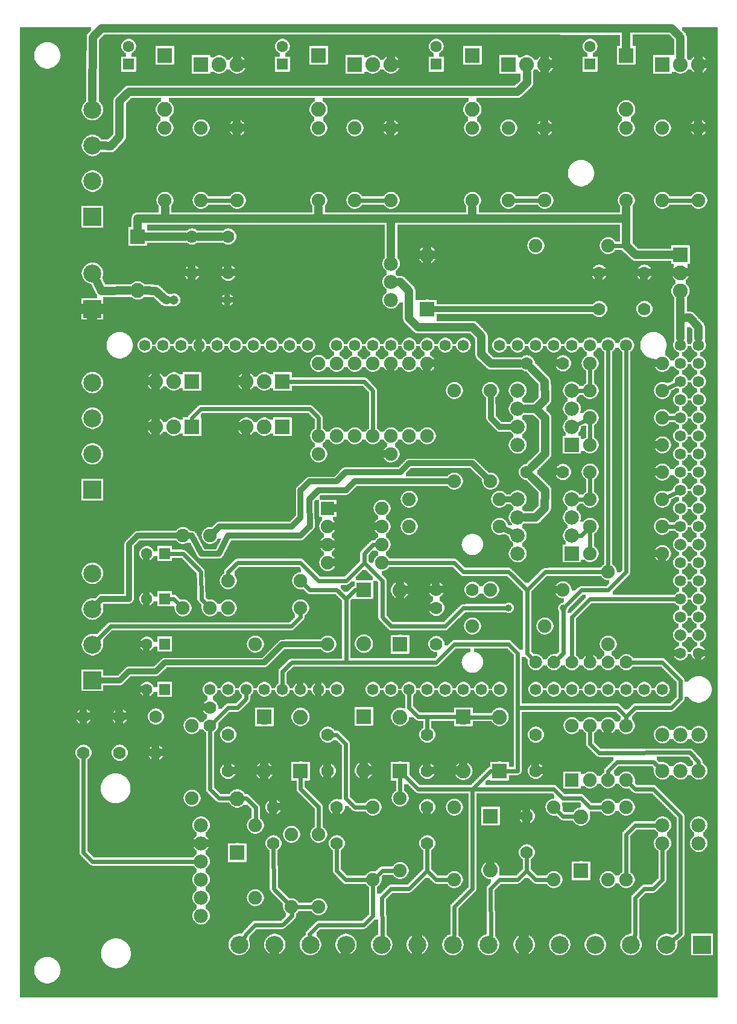
<source format=gtl>
G04 MADE WITH FRITZING*
G04 WWW.FRITZING.ORG*
G04 DOUBLE SIDED*
G04 HOLES PLATED*
G04 CONTOUR ON CENTER OF CONTOUR VECTOR*
%ASAXBY*%
%FSLAX23Y23*%
%MOIN*%
%OFA0B0*%
%SFA1.0B1.0*%
%ADD10C,0.075000*%
%ADD11C,0.070000*%
%ADD12C,0.039370*%
%ADD13C,0.082000*%
%ADD14C,0.062500*%
%ADD15C,0.065555*%
%ADD16C,0.066694*%
%ADD17C,0.078000*%
%ADD18C,0.051496*%
%ADD19C,0.079370*%
%ADD20C,0.062992*%
%ADD21C,0.099055*%
%ADD22R,0.075000X0.075000*%
%ADD23R,0.082000X0.082000*%
%ADD24R,0.079370X0.079370*%
%ADD25R,0.062992X0.062992*%
%ADD26R,0.099055X0.099055*%
%ADD27C,0.024000*%
%ADD28C,0.048000*%
%ADD29C,0.032000*%
%ADD30R,0.001000X0.001000*%
%LNCOPPER1*%
G90*
G70*
G54D10*
X2931Y2267D03*
X1934Y2191D03*
X279Y5329D03*
G54D11*
X2892Y1891D03*
X2992Y1891D03*
X3092Y1891D03*
X3192Y1891D03*
X3292Y1891D03*
X3392Y1891D03*
G54D10*
X1742Y2741D03*
X2042Y2741D03*
X1742Y2641D03*
X2042Y2641D03*
X1742Y2541D03*
X2042Y2541D03*
X1742Y2441D03*
X2042Y2441D03*
G54D12*
X3044Y2190D03*
X2742Y2191D03*
G54D10*
X3292Y1991D03*
X3292Y2391D03*
X1592Y2341D03*
X1192Y2341D03*
G54D13*
X992Y3441D03*
X892Y3441D03*
X792Y3441D03*
X1492Y3441D03*
X1392Y3441D03*
X1292Y3441D03*
X1492Y3191D03*
X1392Y3191D03*
X1292Y3191D03*
X992Y3191D03*
X892Y3191D03*
X792Y3191D03*
G54D11*
X1092Y1641D03*
X1092Y1541D03*
G54D10*
X1342Y591D03*
X1342Y991D03*
G54D14*
X2992Y1741D03*
X1392Y1741D03*
X3092Y1741D03*
X3192Y1741D03*
X3292Y1741D03*
X3392Y1741D03*
X3692Y3141D03*
X3492Y1741D03*
X3592Y1741D03*
X1432Y3641D03*
X1992Y1741D03*
X2092Y1741D03*
X2192Y1741D03*
X2292Y1741D03*
X3692Y2341D03*
X2392Y1741D03*
X2492Y1741D03*
X2592Y1741D03*
X2692Y1741D03*
X2192Y3641D03*
X3692Y3541D03*
X3692Y2741D03*
X3692Y1941D03*
X1032Y3641D03*
X1792Y1741D03*
X1792Y3641D03*
X3692Y3341D03*
X3692Y2941D03*
G54D15*
X3692Y2541D03*
G54D16*
X3392Y3641D03*
G54D14*
X3692Y2141D03*
G54D16*
X3292Y3641D03*
X3192Y3641D03*
G54D14*
X3092Y3641D03*
X2992Y3641D03*
X2892Y3641D03*
X2792Y3641D03*
X2692Y3641D03*
X832Y3641D03*
X1232Y3641D03*
X1632Y3641D03*
X1192Y1741D03*
X1592Y1741D03*
X2392Y3641D03*
X1992Y3641D03*
X3692Y3641D03*
X3692Y3441D03*
X3692Y3241D03*
X3692Y3041D03*
X3692Y2841D03*
X3692Y2641D03*
X3692Y2441D03*
X3692Y2241D03*
G54D15*
X3692Y2041D03*
G54D14*
X732Y3641D03*
X932Y3641D03*
X1132Y3641D03*
X1332Y3641D03*
X1532Y3641D03*
X1092Y1741D03*
X1292Y1741D03*
X1492Y1741D03*
X1692Y1741D03*
X2492Y3641D03*
X2292Y3641D03*
X2092Y3641D03*
X1892Y3641D03*
X3792Y3641D03*
X3792Y3541D03*
X3792Y3441D03*
X3792Y3341D03*
X3792Y3241D03*
X3792Y3141D03*
X3792Y3041D03*
X3792Y2941D03*
X3792Y2841D03*
X3792Y2741D03*
X3792Y2641D03*
G54D15*
X3792Y2541D03*
G54D14*
X3792Y2441D03*
X3792Y2341D03*
X3792Y2241D03*
X3792Y2141D03*
G54D15*
X3792Y2041D03*
G54D14*
X3792Y1941D03*
X2892Y1741D03*
G54D13*
X2292Y3841D03*
X2292Y4139D03*
G54D10*
X992Y1141D03*
X992Y1541D03*
G54D17*
X1042Y991D03*
X1042Y891D03*
X1042Y791D03*
X1042Y691D03*
X1042Y591D03*
X1042Y491D03*
G54D10*
X3092Y1241D03*
X3092Y1541D03*
X3192Y1241D03*
X3192Y1541D03*
X3292Y1241D03*
X3292Y1541D03*
X3392Y1241D03*
X3392Y1541D03*
G54D17*
X3592Y1291D03*
X3692Y1291D03*
X3792Y1291D03*
X3792Y1491D03*
X3692Y1491D03*
X3592Y1491D03*
X2092Y3891D03*
X2092Y3991D03*
X2092Y4091D03*
G54D10*
X3292Y1091D03*
X3292Y691D03*
X3392Y1091D03*
X3392Y691D03*
G54D17*
X3592Y991D03*
X3592Y891D03*
X3792Y991D03*
X3792Y891D03*
G54D10*
X3592Y2491D03*
X3192Y2491D03*
X2292Y3541D03*
X2292Y3141D03*
X1792Y3541D03*
X1792Y3141D03*
X3592Y3091D03*
X3192Y3091D03*
X3592Y2941D03*
X3192Y2941D03*
X2092Y3541D03*
X2092Y3141D03*
X2092Y3041D03*
X1692Y3041D03*
X3592Y3541D03*
X3192Y3541D03*
G54D13*
X3692Y4141D03*
X3692Y4041D03*
X3692Y3941D03*
G54D11*
X1192Y4041D03*
X1192Y4241D03*
X3492Y4041D03*
X3492Y3841D03*
X992Y4041D03*
X992Y4241D03*
X3242Y4041D03*
X3242Y3841D03*
G54D13*
X692Y4241D03*
X692Y3943D03*
G54D18*
X892Y3891D03*
X1187Y3891D03*
X892Y3891D03*
X1187Y3891D03*
G54D19*
X3092Y2491D03*
X2792Y2491D03*
X3092Y2591D03*
X2792Y2591D03*
X3092Y2691D03*
X2792Y2691D03*
X3092Y2791D03*
X2792Y2791D03*
X3092Y3091D03*
X2792Y3091D03*
X3092Y3191D03*
X2792Y3191D03*
X3092Y3291D03*
X2792Y3291D03*
X3092Y3391D03*
X2792Y3391D03*
G54D10*
X3592Y2641D03*
X3192Y2641D03*
X2192Y3541D03*
X2192Y3141D03*
X1892Y3541D03*
X1892Y3141D03*
X3592Y3241D03*
X3192Y3241D03*
X3592Y2791D03*
X3192Y2791D03*
X1992Y3541D03*
X1992Y3141D03*
X1692Y3541D03*
X1692Y3141D03*
X3592Y3391D03*
X3192Y3391D03*
G54D11*
X3042Y2941D03*
X2842Y2941D03*
X3042Y3541D03*
X2842Y3541D03*
G54D10*
X2192Y2641D03*
X2692Y2641D03*
X2642Y2891D03*
X2642Y3391D03*
X2692Y2791D03*
X2192Y2791D03*
X2442Y3391D03*
X2442Y2891D03*
X1192Y2191D03*
X1592Y2191D03*
X1092Y2191D03*
X1092Y2591D03*
X1342Y1991D03*
X1742Y1991D03*
X942Y2191D03*
X942Y2591D03*
G54D20*
X841Y1991D03*
X742Y1991D03*
X841Y2491D03*
X742Y2491D03*
X841Y1741D03*
X742Y1741D03*
X841Y2241D03*
X742Y2241D03*
G54D10*
X2642Y2291D03*
X3042Y2291D03*
X2142Y1141D03*
X2142Y741D03*
X1692Y941D03*
X1692Y541D03*
G54D11*
X1742Y1291D03*
X1742Y1491D03*
X1792Y1091D03*
X1792Y891D03*
X1192Y1291D03*
X1192Y1491D03*
X1442Y1091D03*
X1442Y891D03*
G54D10*
X1992Y691D03*
X1992Y1091D03*
X1542Y541D03*
X1542Y941D03*
G54D13*
X2142Y1291D03*
X2142Y1589D03*
X1392Y1589D03*
X1392Y1291D03*
X1592Y1291D03*
X1592Y1589D03*
X1242Y841D03*
X1242Y1139D03*
X2142Y1991D03*
X2142Y2289D03*
X1942Y1591D03*
X1942Y1293D03*
G54D21*
X442Y2845D03*
X442Y3041D03*
X442Y3238D03*
X442Y3435D03*
X3812Y332D03*
X3615Y332D03*
X3418Y332D03*
X3221Y332D03*
X3024Y332D03*
X2827Y332D03*
X2631Y332D03*
X2434Y332D03*
X2237Y332D03*
X2040Y332D03*
X1843Y332D03*
X1646Y332D03*
X1449Y332D03*
X1253Y332D03*
G54D11*
X2892Y1291D03*
X2892Y1491D03*
X792Y1591D03*
X792Y1391D03*
X2292Y1291D03*
X2292Y1491D03*
X392Y1591D03*
X392Y1391D03*
X592Y1591D03*
X592Y1391D03*
X2842Y1041D03*
X2842Y841D03*
X2292Y1091D03*
X2292Y891D03*
G54D10*
X2992Y691D03*
X2992Y1091D03*
X2442Y691D03*
X2442Y1091D03*
G54D13*
X3142Y741D03*
X3142Y1039D03*
X2692Y1291D03*
X2692Y1589D03*
X2642Y1041D03*
X2642Y743D03*
X2492Y1589D03*
X2492Y1291D03*
G54D10*
X3292Y4191D03*
X2892Y4191D03*
G54D11*
X2342Y2291D03*
X2542Y2291D03*
X2342Y2191D03*
X2342Y1991D03*
G54D10*
X2542Y2091D03*
X2942Y2091D03*
G54D13*
X1942Y2291D03*
X1942Y1993D03*
G54D10*
X842Y4441D03*
X842Y4841D03*
X2542Y4441D03*
X2542Y4841D03*
X1692Y4441D03*
X1692Y4841D03*
X3392Y4441D03*
X3392Y4841D03*
G54D20*
X642Y5193D03*
X642Y5291D03*
X2342Y5193D03*
X2342Y5291D03*
X1492Y5193D03*
X1492Y5291D03*
X3192Y5193D03*
X3192Y5291D03*
G54D13*
X842Y5241D03*
X842Y4943D03*
X2542Y5241D03*
X2542Y4943D03*
X1692Y5241D03*
X1692Y4943D03*
X3392Y5241D03*
X3392Y4943D03*
X1042Y5191D03*
X1142Y5191D03*
X1242Y5191D03*
X2742Y5191D03*
X2842Y5191D03*
X2942Y5191D03*
X1892Y5191D03*
X1992Y5191D03*
X2092Y5191D03*
X3592Y5191D03*
X3692Y5191D03*
X3792Y5191D03*
G54D10*
X1042Y4441D03*
X1042Y4841D03*
X2742Y4441D03*
X2742Y4841D03*
X1892Y4441D03*
X1892Y4841D03*
X3592Y4441D03*
X3592Y4841D03*
X1242Y4441D03*
X1242Y4841D03*
X2942Y4441D03*
X2942Y4841D03*
X2092Y4441D03*
X2092Y4841D03*
X3792Y4441D03*
X3792Y4841D03*
G54D21*
X442Y3841D03*
X442Y4038D03*
X442Y1791D03*
X442Y1988D03*
X442Y2185D03*
X442Y2382D03*
X442Y4351D03*
X442Y4548D03*
X442Y4745D03*
X442Y4941D03*
G54D22*
X1742Y2741D03*
G54D23*
X992Y3441D03*
X1492Y3441D03*
X1492Y3191D03*
X992Y3191D03*
X2292Y3840D03*
G54D22*
X3092Y1241D03*
G54D23*
X3692Y4141D03*
X692Y4242D03*
G54D24*
X3092Y2491D03*
X3092Y3091D03*
G54D25*
X841Y1991D03*
X841Y2491D03*
X841Y1741D03*
X841Y2241D03*
G54D23*
X2142Y1290D03*
X1392Y1590D03*
X1592Y1290D03*
X1242Y840D03*
X2142Y1990D03*
X1942Y1592D03*
G54D26*
X442Y2845D03*
X3812Y332D03*
G54D23*
X3142Y740D03*
X2692Y1290D03*
X2642Y1042D03*
X2492Y1590D03*
X1942Y2292D03*
G54D25*
X642Y5193D03*
X2342Y5193D03*
X1492Y5193D03*
X3192Y5193D03*
G54D23*
X842Y5242D03*
X2542Y5242D03*
X1692Y5242D03*
X3392Y5242D03*
X1042Y5191D03*
X2742Y5191D03*
X1892Y5191D03*
X3592Y5191D03*
G54D26*
X442Y3841D03*
X442Y1791D03*
X442Y4351D03*
G54D27*
X2944Y2390D02*
X2843Y2290D01*
D02*
X3418Y1891D02*
X3592Y1891D01*
D02*
X3092Y2141D02*
X3192Y2241D01*
D02*
X3192Y2241D02*
X3664Y2241D01*
D02*
X3092Y1918D02*
X3092Y2141D01*
D02*
X3044Y1941D02*
X3011Y1910D01*
D02*
X3044Y2171D02*
X3044Y1941D01*
D02*
X3144Y2290D02*
X3057Y2203D01*
D02*
X3292Y2290D02*
X3144Y2290D01*
D02*
X3392Y3611D02*
X3392Y2390D01*
D02*
X3392Y2390D02*
X3292Y2290D01*
D02*
X2844Y1941D02*
X2874Y1910D01*
D02*
X2843Y2290D02*
X2844Y1941D01*
D02*
X3264Y2391D02*
X2944Y2390D01*
D02*
X3292Y2441D02*
X3292Y2420D01*
D02*
X3292Y3611D02*
X3292Y2441D01*
D02*
X2741Y2390D02*
X2843Y2290D01*
D02*
X1943Y2490D02*
X1992Y2541D01*
D02*
X2044Y2341D02*
X1944Y2441D01*
D02*
X1992Y2541D02*
X2014Y2541D01*
D02*
X1944Y2441D02*
X1943Y2490D01*
D02*
X2492Y2190D02*
X2392Y2090D01*
D02*
X2392Y2090D02*
X2092Y2090D01*
D02*
X2092Y2090D02*
X2043Y2141D01*
D02*
X2043Y2141D02*
X2044Y2341D01*
D02*
X2723Y2191D02*
X2492Y2190D01*
D02*
X2492Y2390D02*
X2741Y2390D01*
D02*
X2440Y2441D02*
X2492Y2390D01*
D02*
X2071Y2441D02*
X2440Y2441D01*
D02*
X3442Y1641D02*
X3392Y1591D01*
D02*
X3642Y1641D02*
X3442Y1641D01*
D02*
X3692Y1691D02*
X3642Y1641D01*
D02*
X3692Y1791D02*
X3692Y1691D01*
D02*
X3592Y1891D02*
X3692Y1791D01*
D02*
X1844Y2341D02*
X1944Y2441D01*
D02*
X1692Y2341D02*
X1844Y2341D01*
D02*
X1592Y2441D02*
X1692Y2341D01*
D02*
X1244Y2441D02*
X1592Y2441D01*
D02*
X1192Y2370D02*
X1192Y2390D01*
D02*
X1192Y2390D02*
X1244Y2441D01*
D02*
X1644Y2290D02*
X1612Y2321D01*
D02*
X1792Y2290D02*
X1644Y2290D01*
D02*
X1844Y2241D02*
X1792Y2290D01*
D02*
X3042Y1041D02*
X3110Y1040D01*
D02*
X3012Y1071D02*
X3042Y1041D01*
D02*
X3192Y1441D02*
X3192Y1513D01*
D02*
X3242Y1391D02*
X3192Y1441D01*
D02*
X3792Y1341D02*
X3744Y1393D01*
D02*
X3744Y1393D02*
X3242Y1391D01*
D02*
X3792Y1322D02*
X3792Y1341D01*
D02*
X3342Y1641D02*
X3392Y1591D01*
D02*
X3392Y1591D02*
X3392Y1570D01*
D02*
X2792Y1641D02*
X3342Y1641D01*
D02*
X1644Y3290D02*
X1692Y3241D01*
D02*
X1040Y3290D02*
X1644Y3290D01*
D02*
X992Y3241D02*
X1040Y3290D01*
D02*
X1692Y3241D02*
X1692Y3170D01*
D02*
X992Y3224D02*
X992Y3241D01*
D02*
X1944Y3441D02*
X1524Y3441D01*
D02*
X1992Y3170D02*
X1992Y3390D01*
D02*
X1992Y3390D02*
X1944Y3441D01*
G54D28*
D02*
X2941Y2741D02*
X2943Y2841D01*
D02*
X2892Y2691D02*
X2941Y2741D01*
D02*
X2944Y3341D02*
X2940Y3441D01*
D02*
X2940Y3441D02*
X2868Y3515D01*
D02*
X2892Y3290D02*
X2944Y3341D01*
D02*
X2943Y2841D02*
X2869Y2915D01*
D02*
X2834Y2691D02*
X2892Y2691D01*
G54D29*
D02*
X2330Y3841D02*
X3210Y3841D01*
G54D27*
D02*
X1540Y2090D02*
X1592Y2141D01*
D02*
X1592Y2141D02*
X1592Y2163D01*
D02*
X470Y2017D02*
X540Y2090D01*
D02*
X540Y2090D02*
X1540Y2090D01*
D02*
X3392Y4190D02*
X3321Y4191D01*
D02*
X1092Y1190D02*
X1140Y1141D01*
D02*
X1092Y1515D02*
X1092Y1190D01*
D02*
X1140Y1141D02*
X1210Y1140D01*
D02*
X1344Y1090D02*
X1292Y1141D01*
D02*
X1343Y1020D02*
X1344Y1090D01*
D02*
X1292Y1141D02*
X1274Y1141D01*
D02*
X1292Y390D02*
X1276Y366D01*
D02*
X1340Y441D02*
X1292Y390D01*
D02*
X1492Y441D02*
X1340Y441D01*
D02*
X1544Y490D02*
X1492Y441D01*
D02*
X1543Y513D02*
X1544Y490D01*
D02*
X1244Y1641D02*
X1192Y1641D01*
D02*
X1192Y1641D02*
X1111Y1560D01*
D02*
X1292Y1713D02*
X1292Y1690D01*
D02*
X1292Y1690D02*
X1244Y1641D01*
D02*
X2492Y591D02*
X2442Y541D01*
D02*
X2542Y691D02*
X2542Y641D01*
D02*
X2542Y1191D02*
X2542Y691D01*
G54D29*
D02*
X2756Y2791D02*
X2726Y2791D01*
G54D27*
D02*
X2992Y1191D02*
X2542Y1191D01*
D02*
X3042Y1141D02*
X2992Y1191D01*
D02*
X3142Y1141D02*
X3042Y1141D01*
D02*
X3192Y1091D02*
X3142Y1141D01*
D02*
X2542Y1191D02*
X2242Y1191D01*
D02*
X2660Y1291D02*
X2642Y1291D01*
D02*
X2592Y1241D02*
X2542Y1191D01*
D02*
X2642Y1291D02*
X2592Y1241D01*
D02*
X2442Y391D02*
X2439Y373D01*
G54D29*
D02*
X644Y2541D02*
X692Y2590D01*
D02*
X644Y2241D02*
X644Y2541D01*
D02*
X492Y2241D02*
X644Y2241D01*
G54D27*
D02*
X3264Y1091D02*
X3192Y1091D01*
D02*
X2192Y1241D02*
X2165Y1269D01*
D02*
X2242Y1191D02*
X2192Y1241D01*
D02*
X1592Y1191D02*
X1592Y1259D01*
G54D29*
D02*
X692Y2590D02*
X908Y2591D01*
D02*
X2644Y3241D02*
X2692Y3190D01*
D02*
X2692Y3190D02*
X2756Y3191D01*
D02*
X2643Y3357D02*
X2644Y3241D01*
D02*
X473Y2220D02*
X492Y2241D01*
G54D27*
D02*
X1692Y1093D02*
X1592Y1191D01*
D02*
X1692Y970D02*
X1692Y1093D01*
D02*
X442Y791D02*
X392Y841D01*
D02*
X1012Y791D02*
X442Y791D01*
D02*
X3542Y1341D02*
X3571Y1313D01*
D02*
X3342Y1341D02*
X3542Y1341D01*
D02*
X3292Y1291D02*
X3342Y1341D01*
D02*
X3292Y1270D02*
X3292Y1291D01*
D02*
X3492Y1191D02*
X3542Y1191D01*
D02*
X3542Y1191D02*
X3642Y1091D01*
D02*
X3692Y391D02*
X3647Y357D01*
D02*
X3442Y1191D02*
X3492Y1191D01*
D02*
X3412Y1221D02*
X3442Y1191D01*
D02*
X3642Y1091D02*
X3692Y1041D01*
D02*
X3692Y1041D02*
X3692Y391D01*
D02*
X3592Y691D02*
X3592Y861D01*
D02*
X3492Y641D02*
X3542Y641D01*
D02*
X3542Y641D02*
X3592Y691D01*
D02*
X3392Y941D02*
X3392Y720D01*
D02*
X3442Y991D02*
X3392Y941D01*
D02*
X3562Y991D02*
X3442Y991D01*
D02*
X3442Y591D02*
X3492Y641D01*
D02*
X3442Y391D02*
X3442Y591D01*
D02*
X3433Y370D02*
X3442Y391D01*
G54D28*
D02*
X2540Y4341D02*
X3392Y4341D01*
D02*
X2092Y4341D02*
X2540Y4341D01*
D02*
X3392Y4341D02*
X3392Y4402D01*
D02*
X844Y4341D02*
X843Y4402D01*
D02*
X2540Y4341D02*
X2541Y4402D01*
D02*
X844Y4341D02*
X1692Y4341D01*
D02*
X3444Y4141D02*
X3649Y4141D01*
D02*
X3392Y4190D02*
X3444Y4141D01*
D02*
X3392Y4341D02*
X3392Y4190D01*
D02*
X1692Y4341D02*
X1692Y4402D01*
D02*
X1692Y4341D02*
X2092Y4341D01*
D02*
X692Y4341D02*
X692Y4285D01*
D02*
X692Y4341D02*
X844Y4341D01*
D02*
X2192Y3941D02*
X2144Y3990D01*
D02*
X2192Y3790D02*
X2192Y3941D01*
D02*
X2240Y3741D02*
X2192Y3790D01*
D02*
X2144Y3990D02*
X2133Y3990D01*
D02*
X2544Y3741D02*
X2240Y3741D01*
D02*
X2592Y3690D02*
X2544Y3741D01*
D02*
X2592Y3590D02*
X2592Y3690D01*
D02*
X2644Y3541D02*
X2592Y3590D01*
D02*
X2092Y4341D02*
X2092Y4133D01*
G54D27*
D02*
X1992Y490D02*
X1940Y441D01*
D02*
X1692Y441D02*
X1642Y391D01*
D02*
X1992Y663D02*
X1992Y490D01*
G54D28*
D02*
X843Y3893D02*
X792Y3941D01*
D02*
X792Y3941D02*
X735Y3943D01*
D02*
X854Y3892D02*
X843Y3893D01*
G54D27*
D02*
X2044Y390D02*
X2043Y373D01*
D02*
X2092Y641D02*
X2042Y591D01*
D02*
X3192Y2941D02*
X3192Y2820D01*
D02*
X3192Y3541D02*
X3192Y3420D01*
D02*
X2644Y390D02*
X2640Y372D01*
D02*
X2642Y641D02*
X2644Y390D01*
D02*
X2842Y741D02*
X2792Y691D01*
D02*
X3192Y2613D02*
X3192Y2520D01*
D02*
X3192Y3213D02*
X3192Y3120D01*
G54D29*
D02*
X2760Y2608D02*
X2723Y2626D01*
D02*
X592Y1790D02*
X488Y1791D01*
D02*
X644Y1841D02*
X592Y1790D01*
D02*
X792Y1841D02*
X644Y1841D01*
D02*
X1492Y1990D02*
X1392Y1890D01*
D02*
X1392Y1890D02*
X844Y1890D01*
D02*
X844Y1890D02*
X792Y1841D01*
D02*
X1708Y1991D02*
X1492Y1990D01*
G54D28*
D02*
X2944Y3041D02*
X2869Y2968D01*
D02*
X2944Y3241D02*
X2944Y3041D01*
D02*
X2892Y3290D02*
X2944Y3241D01*
G54D27*
D02*
X1892Y2290D02*
X1910Y2290D01*
D02*
X1844Y2241D02*
X1892Y2290D01*
D02*
X1844Y1890D02*
X1844Y2241D01*
D02*
X3667Y2829D02*
X3618Y2804D01*
D02*
X3664Y2641D02*
X3621Y2641D01*
D02*
X3143Y2590D02*
X3172Y2621D01*
D02*
X3123Y2591D02*
X3143Y2590D01*
D02*
X3123Y2791D02*
X3164Y2791D01*
G54D28*
D02*
X1155Y4241D02*
X1029Y4241D01*
D02*
X3792Y3741D02*
X3792Y3681D01*
D02*
X3743Y3793D02*
X3792Y3741D01*
D02*
X3692Y3791D02*
X3743Y3793D01*
D02*
X3692Y3791D02*
X3692Y3898D01*
D02*
X3692Y3681D02*
X3692Y3791D01*
D02*
X955Y4241D02*
X735Y4241D01*
G54D27*
D02*
X3120Y3205D02*
X3167Y3229D01*
D02*
X3621Y3241D02*
X3664Y3241D01*
D02*
X3123Y3391D02*
X3164Y3391D01*
D02*
X3618Y3404D02*
X3667Y3429D01*
G54D29*
D02*
X1892Y2890D02*
X2408Y2891D01*
D02*
X1592Y2590D02*
X1644Y2641D01*
D02*
X1844Y2841D02*
X1892Y2890D01*
D02*
X1640Y2790D02*
X1692Y2841D01*
D02*
X1644Y2641D02*
X1640Y2790D01*
D02*
X992Y2590D02*
X1044Y2490D01*
D02*
X1192Y2590D02*
X1592Y2590D01*
D02*
X1140Y2490D02*
X1192Y2590D01*
D02*
X1044Y2490D02*
X1140Y2490D01*
D02*
X1692Y2841D02*
X1844Y2841D01*
D02*
X976Y2590D02*
X992Y2590D01*
D02*
X2540Y2990D02*
X2618Y2915D01*
D02*
X1144Y2641D02*
X1544Y2641D01*
D02*
X1544Y2641D02*
X1592Y2690D01*
D02*
X1592Y2690D02*
X1592Y2841D01*
D02*
X1592Y2841D02*
X1644Y2890D01*
D02*
X1644Y2890D02*
X1792Y2890D01*
D02*
X1792Y2890D02*
X1840Y2941D01*
D02*
X1840Y2941D02*
X2144Y2941D01*
D02*
X2144Y2941D02*
X2192Y2990D01*
D02*
X1117Y2615D02*
X1144Y2641D01*
G54D27*
D02*
X892Y2241D02*
X922Y2212D01*
D02*
X867Y2241D02*
X892Y2241D01*
D02*
X1040Y2390D02*
X1044Y2241D01*
D02*
X1044Y2241D02*
X1072Y2212D01*
D02*
X944Y2490D02*
X1040Y2390D01*
D02*
X867Y2491D02*
X944Y2490D01*
G54D28*
D02*
X2644Y3541D02*
X2805Y3541D01*
D02*
X2834Y3291D02*
X2892Y3290D01*
D02*
X492Y3941D02*
X649Y3943D01*
D02*
X466Y3992D02*
X492Y3941D01*
G54D27*
D02*
X1214Y4441D02*
X1071Y4441D01*
D02*
X2064Y4441D02*
X1921Y4441D01*
D02*
X2914Y4441D02*
X2771Y4441D01*
D02*
X2964Y691D02*
X2892Y691D01*
D02*
X2842Y741D02*
X2842Y815D01*
G54D28*
D02*
X2843Y5090D02*
X2843Y5148D01*
D02*
X592Y4793D02*
X592Y4990D01*
D02*
X592Y4990D02*
X643Y5041D01*
D02*
X543Y4741D02*
X592Y4793D01*
D02*
X2792Y5041D02*
X2843Y5090D01*
D02*
X643Y5041D02*
X2792Y5041D01*
D02*
X494Y4743D02*
X543Y4741D01*
D02*
X3392Y5390D02*
X3392Y5285D01*
D02*
X3643Y5390D02*
X3692Y5341D01*
D02*
X3392Y5390D02*
X3643Y5390D01*
D02*
X492Y5390D02*
X3392Y5390D01*
D02*
X443Y5341D02*
X492Y5390D01*
D02*
X3692Y5341D02*
X3692Y5235D01*
D02*
X442Y4993D02*
X443Y5341D01*
G54D27*
D02*
X1792Y1491D02*
X1842Y1441D01*
D02*
X1892Y1091D02*
X1964Y1091D01*
D02*
X1768Y1491D02*
X1792Y1491D01*
D02*
X3621Y4441D02*
X3764Y4441D01*
D02*
X1840Y690D02*
X1964Y691D01*
D02*
X1792Y741D02*
X1840Y690D01*
D02*
X1792Y841D02*
X1792Y741D01*
D02*
X1792Y865D02*
X1792Y841D01*
D02*
X2013Y711D02*
X2044Y741D01*
D02*
X2142Y1259D02*
X2142Y1170D01*
D02*
X2292Y741D02*
X2342Y691D01*
D02*
X2292Y865D02*
X2292Y741D01*
D02*
X2292Y1591D02*
X2292Y1518D01*
D02*
X2242Y1591D02*
X2292Y1591D01*
D02*
X2192Y1641D02*
X2242Y1591D01*
D02*
X2192Y1713D02*
X2192Y1641D01*
D02*
X2292Y1591D02*
X2460Y1590D01*
D02*
X2660Y1589D02*
X2524Y1589D01*
D02*
X1442Y865D02*
X1444Y641D01*
D02*
X1571Y541D02*
X1664Y541D01*
D02*
X2342Y1891D02*
X2442Y1991D01*
D02*
X2442Y1991D02*
X2742Y1991D01*
D02*
X1844Y1890D02*
X2342Y1891D01*
D02*
X1544Y1890D02*
X1844Y1890D01*
D02*
X1492Y1841D02*
X1544Y1890D01*
D02*
X2792Y1291D02*
X2724Y1291D01*
D02*
X2792Y1641D02*
X2792Y1291D01*
D02*
X2792Y1941D02*
X2792Y1641D01*
D02*
X2742Y1991D02*
X2792Y1941D01*
D02*
X1492Y1770D02*
X1492Y1841D01*
D02*
X2192Y641D02*
X2092Y641D01*
D02*
X2292Y741D02*
X2192Y641D01*
D02*
X2044Y741D02*
X2114Y741D01*
D02*
X2892Y691D02*
X2842Y741D01*
D02*
X2792Y691D02*
X2692Y691D01*
D02*
X2692Y691D02*
X2642Y641D01*
D02*
X1444Y641D02*
X1522Y562D01*
D02*
X392Y841D02*
X392Y1365D01*
D02*
X2442Y541D02*
X2442Y391D01*
D02*
X2542Y641D02*
X2492Y591D01*
G54D29*
D02*
X2192Y2990D02*
X2540Y2990D01*
G54D27*
D02*
X1842Y1441D02*
X1842Y1141D01*
D02*
X1842Y1141D02*
X1892Y1091D01*
D02*
X1642Y391D02*
X1643Y373D01*
D02*
X1940Y441D02*
X1692Y441D01*
D02*
X2042Y591D02*
X2044Y390D01*
D02*
X2342Y691D02*
X2414Y691D01*
G36*
X3726Y3741D02*
X3726Y3661D01*
X3728Y3661D01*
X3728Y3659D01*
X3730Y3659D01*
X3730Y3653D01*
X3732Y3653D01*
X3732Y3647D01*
X3752Y3647D01*
X3752Y3653D01*
X3754Y3653D01*
X3754Y3657D01*
X3756Y3657D01*
X3756Y3661D01*
X3758Y3661D01*
X3758Y3729D01*
X3756Y3729D01*
X3756Y3731D01*
X3754Y3731D01*
X3754Y3733D01*
X3752Y3733D01*
X3752Y3735D01*
X3750Y3735D01*
X3750Y3737D01*
X3748Y3737D01*
X3748Y3739D01*
X3746Y3739D01*
X3746Y3741D01*
X3726Y3741D01*
G37*
D02*
G36*
X1832Y3637D02*
X1832Y3631D01*
X1830Y3631D01*
X1830Y3625D01*
X1828Y3625D01*
X1828Y3623D01*
X1826Y3623D01*
X1826Y3619D01*
X1824Y3619D01*
X1824Y3617D01*
X1822Y3617D01*
X1822Y3615D01*
X1820Y3615D01*
X1820Y3613D01*
X1818Y3613D01*
X1818Y3611D01*
X1816Y3611D01*
X1816Y3609D01*
X1814Y3609D01*
X1814Y3607D01*
X1810Y3607D01*
X1810Y3605D01*
X1806Y3605D01*
X1806Y3585D01*
X1812Y3585D01*
X1812Y3583D01*
X1814Y3583D01*
X1814Y3581D01*
X1818Y3581D01*
X1818Y3579D01*
X1820Y3579D01*
X1820Y3577D01*
X1822Y3577D01*
X1822Y3575D01*
X1824Y3575D01*
X1824Y3573D01*
X1826Y3573D01*
X1826Y3571D01*
X1828Y3571D01*
X1828Y3569D01*
X1830Y3569D01*
X1830Y3567D01*
X1832Y3567D01*
X1832Y3563D01*
X1852Y3563D01*
X1852Y3567D01*
X1854Y3567D01*
X1854Y3569D01*
X1856Y3569D01*
X1856Y3571D01*
X1858Y3571D01*
X1858Y3573D01*
X1860Y3573D01*
X1860Y3575D01*
X1862Y3575D01*
X1862Y3577D01*
X1864Y3577D01*
X1864Y3579D01*
X1866Y3579D01*
X1866Y3581D01*
X1870Y3581D01*
X1870Y3583D01*
X1872Y3583D01*
X1872Y3585D01*
X1878Y3585D01*
X1878Y3605D01*
X1874Y3605D01*
X1874Y3607D01*
X1870Y3607D01*
X1870Y3609D01*
X1868Y3609D01*
X1868Y3611D01*
X1866Y3611D01*
X1866Y3613D01*
X1864Y3613D01*
X1864Y3615D01*
X1862Y3615D01*
X1862Y3617D01*
X1860Y3617D01*
X1860Y3619D01*
X1858Y3619D01*
X1858Y3623D01*
X1856Y3623D01*
X1856Y3625D01*
X1854Y3625D01*
X1854Y3631D01*
X1852Y3631D01*
X1852Y3637D01*
X1832Y3637D01*
G37*
D02*
G36*
X1932Y3637D02*
X1932Y3631D01*
X1930Y3631D01*
X1930Y3625D01*
X1928Y3625D01*
X1928Y3621D01*
X1926Y3621D01*
X1926Y3619D01*
X1924Y3619D01*
X1924Y3617D01*
X1922Y3617D01*
X1922Y3615D01*
X1920Y3615D01*
X1920Y3613D01*
X1918Y3613D01*
X1918Y3611D01*
X1916Y3611D01*
X1916Y3609D01*
X1914Y3609D01*
X1914Y3607D01*
X1910Y3607D01*
X1910Y3605D01*
X1906Y3605D01*
X1906Y3585D01*
X1912Y3585D01*
X1912Y3583D01*
X1914Y3583D01*
X1914Y3581D01*
X1918Y3581D01*
X1918Y3579D01*
X1920Y3579D01*
X1920Y3577D01*
X1922Y3577D01*
X1922Y3575D01*
X1924Y3575D01*
X1924Y3573D01*
X1926Y3573D01*
X1926Y3571D01*
X1928Y3571D01*
X1928Y3569D01*
X1930Y3569D01*
X1930Y3567D01*
X1932Y3567D01*
X1932Y3563D01*
X1952Y3563D01*
X1952Y3567D01*
X1954Y3567D01*
X1954Y3569D01*
X1956Y3569D01*
X1956Y3571D01*
X1958Y3571D01*
X1958Y3573D01*
X1960Y3573D01*
X1960Y3575D01*
X1962Y3575D01*
X1962Y3577D01*
X1964Y3577D01*
X1964Y3579D01*
X1966Y3579D01*
X1966Y3581D01*
X1970Y3581D01*
X1970Y3583D01*
X1972Y3583D01*
X1972Y3585D01*
X1978Y3585D01*
X1978Y3605D01*
X1974Y3605D01*
X1974Y3607D01*
X1970Y3607D01*
X1970Y3609D01*
X1968Y3609D01*
X1968Y3611D01*
X1966Y3611D01*
X1966Y3613D01*
X1964Y3613D01*
X1964Y3615D01*
X1962Y3615D01*
X1962Y3617D01*
X1960Y3617D01*
X1960Y3619D01*
X1958Y3619D01*
X1958Y3623D01*
X1956Y3623D01*
X1956Y3625D01*
X1954Y3625D01*
X1954Y3631D01*
X1952Y3631D01*
X1952Y3637D01*
X1932Y3637D01*
G37*
D02*
G36*
X2032Y3637D02*
X2032Y3631D01*
X2030Y3631D01*
X2030Y3625D01*
X2028Y3625D01*
X2028Y3621D01*
X2026Y3621D01*
X2026Y3619D01*
X2024Y3619D01*
X2024Y3617D01*
X2022Y3617D01*
X2022Y3615D01*
X2020Y3615D01*
X2020Y3613D01*
X2018Y3613D01*
X2018Y3611D01*
X2016Y3611D01*
X2016Y3609D01*
X2014Y3609D01*
X2014Y3607D01*
X2010Y3607D01*
X2010Y3605D01*
X2006Y3605D01*
X2006Y3585D01*
X2012Y3585D01*
X2012Y3583D01*
X2014Y3583D01*
X2014Y3581D01*
X2018Y3581D01*
X2018Y3579D01*
X2020Y3579D01*
X2020Y3577D01*
X2022Y3577D01*
X2022Y3575D01*
X2024Y3575D01*
X2024Y3573D01*
X2026Y3573D01*
X2026Y3571D01*
X2028Y3571D01*
X2028Y3569D01*
X2030Y3569D01*
X2030Y3567D01*
X2032Y3567D01*
X2032Y3563D01*
X2052Y3563D01*
X2052Y3567D01*
X2054Y3567D01*
X2054Y3569D01*
X2056Y3569D01*
X2056Y3571D01*
X2058Y3571D01*
X2058Y3573D01*
X2060Y3573D01*
X2060Y3575D01*
X2062Y3575D01*
X2062Y3577D01*
X2064Y3577D01*
X2064Y3579D01*
X2066Y3579D01*
X2066Y3581D01*
X2070Y3581D01*
X2070Y3583D01*
X2072Y3583D01*
X2072Y3585D01*
X2078Y3585D01*
X2078Y3605D01*
X2074Y3605D01*
X2074Y3607D01*
X2070Y3607D01*
X2070Y3609D01*
X2068Y3609D01*
X2068Y3611D01*
X2066Y3611D01*
X2066Y3613D01*
X2064Y3613D01*
X2064Y3615D01*
X2062Y3615D01*
X2062Y3617D01*
X2060Y3617D01*
X2060Y3619D01*
X2058Y3619D01*
X2058Y3623D01*
X2056Y3623D01*
X2056Y3625D01*
X2054Y3625D01*
X2054Y3631D01*
X2052Y3631D01*
X2052Y3637D01*
X2032Y3637D01*
G37*
D02*
G36*
X2132Y3637D02*
X2132Y3631D01*
X2130Y3631D01*
X2130Y3625D01*
X2128Y3625D01*
X2128Y3623D01*
X2126Y3623D01*
X2126Y3619D01*
X2124Y3619D01*
X2124Y3617D01*
X2122Y3617D01*
X2122Y3615D01*
X2120Y3615D01*
X2120Y3613D01*
X2118Y3613D01*
X2118Y3611D01*
X2116Y3611D01*
X2116Y3609D01*
X2114Y3609D01*
X2114Y3607D01*
X2110Y3607D01*
X2110Y3605D01*
X2106Y3605D01*
X2106Y3585D01*
X2112Y3585D01*
X2112Y3583D01*
X2114Y3583D01*
X2114Y3581D01*
X2118Y3581D01*
X2118Y3579D01*
X2120Y3579D01*
X2120Y3577D01*
X2122Y3577D01*
X2122Y3575D01*
X2124Y3575D01*
X2124Y3573D01*
X2126Y3573D01*
X2126Y3571D01*
X2128Y3571D01*
X2128Y3569D01*
X2130Y3569D01*
X2130Y3567D01*
X2132Y3567D01*
X2132Y3563D01*
X2152Y3563D01*
X2152Y3567D01*
X2154Y3567D01*
X2154Y3569D01*
X2156Y3569D01*
X2156Y3571D01*
X2158Y3571D01*
X2158Y3573D01*
X2160Y3573D01*
X2160Y3575D01*
X2162Y3575D01*
X2162Y3577D01*
X2164Y3577D01*
X2164Y3579D01*
X2166Y3579D01*
X2166Y3581D01*
X2170Y3581D01*
X2170Y3583D01*
X2172Y3583D01*
X2172Y3585D01*
X2178Y3585D01*
X2178Y3605D01*
X2174Y3605D01*
X2174Y3607D01*
X2170Y3607D01*
X2170Y3609D01*
X2168Y3609D01*
X2168Y3611D01*
X2166Y3611D01*
X2166Y3613D01*
X2164Y3613D01*
X2164Y3615D01*
X2162Y3615D01*
X2162Y3617D01*
X2160Y3617D01*
X2160Y3619D01*
X2158Y3619D01*
X2158Y3623D01*
X2156Y3623D01*
X2156Y3625D01*
X2154Y3625D01*
X2154Y3631D01*
X2152Y3631D01*
X2152Y3637D01*
X2132Y3637D01*
G37*
D02*
G36*
X2232Y3637D02*
X2232Y3631D01*
X2230Y3631D01*
X2230Y3625D01*
X2228Y3625D01*
X2228Y3621D01*
X2226Y3621D01*
X2226Y3619D01*
X2224Y3619D01*
X2224Y3617D01*
X2222Y3617D01*
X2222Y3615D01*
X2220Y3615D01*
X2220Y3613D01*
X2218Y3613D01*
X2218Y3611D01*
X2216Y3611D01*
X2216Y3609D01*
X2214Y3609D01*
X2214Y3607D01*
X2210Y3607D01*
X2210Y3605D01*
X2206Y3605D01*
X2206Y3585D01*
X2212Y3585D01*
X2212Y3583D01*
X2214Y3583D01*
X2214Y3581D01*
X2218Y3581D01*
X2218Y3579D01*
X2220Y3579D01*
X2220Y3577D01*
X2222Y3577D01*
X2222Y3575D01*
X2224Y3575D01*
X2224Y3573D01*
X2226Y3573D01*
X2226Y3571D01*
X2228Y3571D01*
X2228Y3569D01*
X2230Y3569D01*
X2230Y3567D01*
X2232Y3567D01*
X2232Y3563D01*
X2252Y3563D01*
X2252Y3567D01*
X2254Y3567D01*
X2254Y3569D01*
X2256Y3569D01*
X2256Y3571D01*
X2258Y3571D01*
X2258Y3573D01*
X2260Y3573D01*
X2260Y3575D01*
X2262Y3575D01*
X2262Y3577D01*
X2264Y3577D01*
X2264Y3579D01*
X2266Y3579D01*
X2266Y3581D01*
X2270Y3581D01*
X2270Y3583D01*
X2272Y3583D01*
X2272Y3585D01*
X2278Y3585D01*
X2278Y3605D01*
X2274Y3605D01*
X2274Y3607D01*
X2270Y3607D01*
X2270Y3609D01*
X2268Y3609D01*
X2268Y3611D01*
X2266Y3611D01*
X2266Y3613D01*
X2264Y3613D01*
X2264Y3615D01*
X2262Y3615D01*
X2262Y3617D01*
X2260Y3617D01*
X2260Y3619D01*
X2258Y3619D01*
X2258Y3623D01*
X2256Y3623D01*
X2256Y3625D01*
X2254Y3625D01*
X2254Y3631D01*
X2252Y3631D01*
X2252Y3637D01*
X2232Y3637D01*
G37*
D02*
G36*
X3732Y3637D02*
X3732Y3631D01*
X3730Y3631D01*
X3730Y3625D01*
X3728Y3625D01*
X3728Y3621D01*
X3726Y3621D01*
X3726Y3619D01*
X3724Y3619D01*
X3724Y3617D01*
X3722Y3617D01*
X3722Y3615D01*
X3720Y3615D01*
X3720Y3613D01*
X3718Y3613D01*
X3718Y3611D01*
X3716Y3611D01*
X3716Y3609D01*
X3714Y3609D01*
X3714Y3607D01*
X3710Y3607D01*
X3710Y3605D01*
X3706Y3605D01*
X3706Y3603D01*
X3702Y3603D01*
X3702Y3601D01*
X3700Y3601D01*
X3700Y3581D01*
X3706Y3581D01*
X3706Y3579D01*
X3710Y3579D01*
X3710Y3577D01*
X3714Y3577D01*
X3714Y3575D01*
X3716Y3575D01*
X3716Y3573D01*
X3718Y3573D01*
X3718Y3571D01*
X3720Y3571D01*
X3720Y3569D01*
X3722Y3569D01*
X3722Y3567D01*
X3724Y3567D01*
X3724Y3565D01*
X3726Y3565D01*
X3726Y3561D01*
X3728Y3561D01*
X3728Y3559D01*
X3730Y3559D01*
X3730Y3553D01*
X3732Y3553D01*
X3732Y3547D01*
X3752Y3547D01*
X3752Y3553D01*
X3754Y3553D01*
X3754Y3557D01*
X3756Y3557D01*
X3756Y3561D01*
X3758Y3561D01*
X3758Y3565D01*
X3760Y3565D01*
X3760Y3567D01*
X3762Y3567D01*
X3762Y3569D01*
X3764Y3569D01*
X3764Y3571D01*
X3766Y3571D01*
X3766Y3573D01*
X3768Y3573D01*
X3768Y3575D01*
X3772Y3575D01*
X3772Y3577D01*
X3774Y3577D01*
X3774Y3579D01*
X3778Y3579D01*
X3778Y3581D01*
X3784Y3581D01*
X3784Y3601D01*
X3782Y3601D01*
X3782Y3603D01*
X3778Y3603D01*
X3778Y3605D01*
X3774Y3605D01*
X3774Y3607D01*
X3770Y3607D01*
X3770Y3609D01*
X3768Y3609D01*
X3768Y3611D01*
X3766Y3611D01*
X3766Y3613D01*
X3764Y3613D01*
X3764Y3615D01*
X3762Y3615D01*
X3762Y3617D01*
X3760Y3617D01*
X3760Y3619D01*
X3758Y3619D01*
X3758Y3623D01*
X3756Y3623D01*
X3756Y3625D01*
X3754Y3625D01*
X3754Y3631D01*
X3752Y3631D01*
X3752Y3637D01*
X3732Y3637D01*
G37*
D02*
G36*
X3332Y3629D02*
X3332Y3625D01*
X3330Y3625D01*
X3330Y3621D01*
X3328Y3621D01*
X3328Y3619D01*
X3326Y3619D01*
X3326Y3615D01*
X3324Y3615D01*
X3324Y3613D01*
X3322Y3613D01*
X3322Y3611D01*
X3320Y3611D01*
X3320Y3609D01*
X3318Y3609D01*
X3318Y3607D01*
X3314Y3607D01*
X3314Y2431D01*
X3318Y2431D01*
X3318Y2429D01*
X3320Y2429D01*
X3320Y2427D01*
X3322Y2427D01*
X3322Y2425D01*
X3324Y2425D01*
X3324Y2423D01*
X3326Y2423D01*
X3326Y2421D01*
X3328Y2421D01*
X3328Y2419D01*
X3330Y2419D01*
X3330Y2417D01*
X3332Y2417D01*
X3332Y2413D01*
X3334Y2413D01*
X3334Y2409D01*
X3336Y2409D01*
X3336Y2405D01*
X3338Y2405D01*
X3338Y2397D01*
X3340Y2397D01*
X3340Y2387D01*
X3360Y2387D01*
X3360Y2389D01*
X3362Y2389D01*
X3362Y2391D01*
X3364Y2391D01*
X3364Y2393D01*
X3366Y2393D01*
X3366Y2395D01*
X3368Y2395D01*
X3368Y2397D01*
X3370Y2397D01*
X3370Y3607D01*
X3368Y3607D01*
X3368Y3609D01*
X3364Y3609D01*
X3364Y3611D01*
X3362Y3611D01*
X3362Y3613D01*
X3360Y3613D01*
X3360Y3615D01*
X3358Y3615D01*
X3358Y3619D01*
X3356Y3619D01*
X3356Y3621D01*
X3354Y3621D01*
X3354Y3625D01*
X3352Y3625D01*
X3352Y3629D01*
X3332Y3629D01*
G37*
D02*
G36*
X3732Y3537D02*
X3732Y3531D01*
X3730Y3531D01*
X3730Y3525D01*
X3728Y3525D01*
X3728Y3521D01*
X3726Y3521D01*
X3726Y3519D01*
X3724Y3519D01*
X3724Y3517D01*
X3722Y3517D01*
X3722Y3515D01*
X3720Y3515D01*
X3720Y3513D01*
X3718Y3513D01*
X3718Y3511D01*
X3716Y3511D01*
X3716Y3509D01*
X3714Y3509D01*
X3714Y3507D01*
X3710Y3507D01*
X3710Y3505D01*
X3706Y3505D01*
X3706Y3503D01*
X3702Y3503D01*
X3702Y3501D01*
X3700Y3501D01*
X3700Y3481D01*
X3706Y3481D01*
X3706Y3479D01*
X3710Y3479D01*
X3710Y3477D01*
X3714Y3477D01*
X3714Y3475D01*
X3716Y3475D01*
X3716Y3473D01*
X3718Y3473D01*
X3718Y3471D01*
X3720Y3471D01*
X3720Y3469D01*
X3722Y3469D01*
X3722Y3467D01*
X3724Y3467D01*
X3724Y3465D01*
X3726Y3465D01*
X3726Y3461D01*
X3728Y3461D01*
X3728Y3459D01*
X3730Y3459D01*
X3730Y3453D01*
X3732Y3453D01*
X3732Y3447D01*
X3752Y3447D01*
X3752Y3453D01*
X3754Y3453D01*
X3754Y3457D01*
X3756Y3457D01*
X3756Y3461D01*
X3758Y3461D01*
X3758Y3465D01*
X3760Y3465D01*
X3760Y3467D01*
X3762Y3467D01*
X3762Y3469D01*
X3764Y3469D01*
X3764Y3471D01*
X3766Y3471D01*
X3766Y3473D01*
X3768Y3473D01*
X3768Y3475D01*
X3772Y3475D01*
X3772Y3477D01*
X3774Y3477D01*
X3774Y3479D01*
X3778Y3479D01*
X3778Y3481D01*
X3784Y3481D01*
X3784Y3501D01*
X3782Y3501D01*
X3782Y3503D01*
X3778Y3503D01*
X3778Y3505D01*
X3774Y3505D01*
X3774Y3507D01*
X3770Y3507D01*
X3770Y3509D01*
X3768Y3509D01*
X3768Y3511D01*
X3766Y3511D01*
X3766Y3513D01*
X3764Y3513D01*
X3764Y3515D01*
X3762Y3515D01*
X3762Y3517D01*
X3760Y3517D01*
X3760Y3519D01*
X3758Y3519D01*
X3758Y3523D01*
X3756Y3523D01*
X3756Y3525D01*
X3754Y3525D01*
X3754Y3531D01*
X3752Y3531D01*
X3752Y3537D01*
X3732Y3537D01*
G37*
D02*
G36*
X3732Y3437D02*
X3732Y3431D01*
X3730Y3431D01*
X3730Y3425D01*
X3728Y3425D01*
X3728Y3421D01*
X3726Y3421D01*
X3726Y3419D01*
X3724Y3419D01*
X3724Y3417D01*
X3722Y3417D01*
X3722Y3415D01*
X3720Y3415D01*
X3720Y3413D01*
X3718Y3413D01*
X3718Y3411D01*
X3716Y3411D01*
X3716Y3409D01*
X3714Y3409D01*
X3714Y3407D01*
X3710Y3407D01*
X3710Y3405D01*
X3706Y3405D01*
X3706Y3403D01*
X3702Y3403D01*
X3702Y3401D01*
X3700Y3401D01*
X3700Y3381D01*
X3706Y3381D01*
X3706Y3379D01*
X3710Y3379D01*
X3710Y3377D01*
X3714Y3377D01*
X3714Y3375D01*
X3716Y3375D01*
X3716Y3373D01*
X3718Y3373D01*
X3718Y3371D01*
X3720Y3371D01*
X3720Y3369D01*
X3722Y3369D01*
X3722Y3367D01*
X3724Y3367D01*
X3724Y3365D01*
X3726Y3365D01*
X3726Y3361D01*
X3728Y3361D01*
X3728Y3359D01*
X3730Y3359D01*
X3730Y3353D01*
X3732Y3353D01*
X3732Y3347D01*
X3752Y3347D01*
X3752Y3353D01*
X3754Y3353D01*
X3754Y3357D01*
X3756Y3357D01*
X3756Y3361D01*
X3758Y3361D01*
X3758Y3365D01*
X3760Y3365D01*
X3760Y3367D01*
X3762Y3367D01*
X3762Y3369D01*
X3764Y3369D01*
X3764Y3371D01*
X3766Y3371D01*
X3766Y3373D01*
X3768Y3373D01*
X3768Y3375D01*
X3772Y3375D01*
X3772Y3377D01*
X3774Y3377D01*
X3774Y3379D01*
X3778Y3379D01*
X3778Y3381D01*
X3784Y3381D01*
X3784Y3401D01*
X3782Y3401D01*
X3782Y3403D01*
X3778Y3403D01*
X3778Y3405D01*
X3774Y3405D01*
X3774Y3407D01*
X3770Y3407D01*
X3770Y3409D01*
X3768Y3409D01*
X3768Y3411D01*
X3766Y3411D01*
X3766Y3413D01*
X3764Y3413D01*
X3764Y3415D01*
X3762Y3415D01*
X3762Y3417D01*
X3760Y3417D01*
X3760Y3419D01*
X3758Y3419D01*
X3758Y3423D01*
X3756Y3423D01*
X3756Y3425D01*
X3754Y3425D01*
X3754Y3431D01*
X3752Y3431D01*
X3752Y3437D01*
X3732Y3437D01*
G37*
D02*
G36*
X3732Y3337D02*
X3732Y3331D01*
X3730Y3331D01*
X3730Y3325D01*
X3728Y3325D01*
X3728Y3321D01*
X3726Y3321D01*
X3726Y3319D01*
X3724Y3319D01*
X3724Y3317D01*
X3722Y3317D01*
X3722Y3315D01*
X3720Y3315D01*
X3720Y3313D01*
X3718Y3313D01*
X3718Y3311D01*
X3716Y3311D01*
X3716Y3309D01*
X3714Y3309D01*
X3714Y3307D01*
X3710Y3307D01*
X3710Y3305D01*
X3706Y3305D01*
X3706Y3303D01*
X3702Y3303D01*
X3702Y3301D01*
X3700Y3301D01*
X3700Y3281D01*
X3706Y3281D01*
X3706Y3279D01*
X3710Y3279D01*
X3710Y3277D01*
X3714Y3277D01*
X3714Y3275D01*
X3716Y3275D01*
X3716Y3273D01*
X3718Y3273D01*
X3718Y3271D01*
X3720Y3271D01*
X3720Y3269D01*
X3722Y3269D01*
X3722Y3267D01*
X3724Y3267D01*
X3724Y3265D01*
X3726Y3265D01*
X3726Y3261D01*
X3728Y3261D01*
X3728Y3259D01*
X3730Y3259D01*
X3730Y3253D01*
X3732Y3253D01*
X3732Y3247D01*
X3752Y3247D01*
X3752Y3253D01*
X3754Y3253D01*
X3754Y3257D01*
X3756Y3257D01*
X3756Y3261D01*
X3758Y3261D01*
X3758Y3265D01*
X3760Y3265D01*
X3760Y3267D01*
X3762Y3267D01*
X3762Y3269D01*
X3764Y3269D01*
X3764Y3271D01*
X3766Y3271D01*
X3766Y3273D01*
X3768Y3273D01*
X3768Y3275D01*
X3772Y3275D01*
X3772Y3277D01*
X3774Y3277D01*
X3774Y3279D01*
X3778Y3279D01*
X3778Y3281D01*
X3784Y3281D01*
X3784Y3301D01*
X3782Y3301D01*
X3782Y3303D01*
X3778Y3303D01*
X3778Y3305D01*
X3774Y3305D01*
X3774Y3307D01*
X3770Y3307D01*
X3770Y3309D01*
X3768Y3309D01*
X3768Y3311D01*
X3766Y3311D01*
X3766Y3313D01*
X3764Y3313D01*
X3764Y3315D01*
X3762Y3315D01*
X3762Y3317D01*
X3760Y3317D01*
X3760Y3319D01*
X3758Y3319D01*
X3758Y3323D01*
X3756Y3323D01*
X3756Y3325D01*
X3754Y3325D01*
X3754Y3331D01*
X3752Y3331D01*
X3752Y3337D01*
X3732Y3337D01*
G37*
D02*
G36*
X3732Y3237D02*
X3732Y3231D01*
X3730Y3231D01*
X3730Y3225D01*
X3728Y3225D01*
X3728Y3221D01*
X3726Y3221D01*
X3726Y3219D01*
X3724Y3219D01*
X3724Y3217D01*
X3722Y3217D01*
X3722Y3215D01*
X3720Y3215D01*
X3720Y3213D01*
X3718Y3213D01*
X3718Y3211D01*
X3716Y3211D01*
X3716Y3209D01*
X3714Y3209D01*
X3714Y3207D01*
X3710Y3207D01*
X3710Y3205D01*
X3706Y3205D01*
X3706Y3203D01*
X3702Y3203D01*
X3702Y3201D01*
X3700Y3201D01*
X3700Y3181D01*
X3706Y3181D01*
X3706Y3179D01*
X3710Y3179D01*
X3710Y3177D01*
X3714Y3177D01*
X3714Y3175D01*
X3716Y3175D01*
X3716Y3173D01*
X3718Y3173D01*
X3718Y3171D01*
X3720Y3171D01*
X3720Y3169D01*
X3722Y3169D01*
X3722Y3167D01*
X3724Y3167D01*
X3724Y3165D01*
X3726Y3165D01*
X3726Y3161D01*
X3728Y3161D01*
X3728Y3159D01*
X3730Y3159D01*
X3730Y3153D01*
X3732Y3153D01*
X3732Y3147D01*
X3752Y3147D01*
X3752Y3153D01*
X3754Y3153D01*
X3754Y3157D01*
X3756Y3157D01*
X3756Y3161D01*
X3758Y3161D01*
X3758Y3165D01*
X3760Y3165D01*
X3760Y3167D01*
X3762Y3167D01*
X3762Y3169D01*
X3764Y3169D01*
X3764Y3171D01*
X3766Y3171D01*
X3766Y3173D01*
X3768Y3173D01*
X3768Y3175D01*
X3772Y3175D01*
X3772Y3177D01*
X3774Y3177D01*
X3774Y3179D01*
X3778Y3179D01*
X3778Y3181D01*
X3784Y3181D01*
X3784Y3201D01*
X3782Y3201D01*
X3782Y3203D01*
X3778Y3203D01*
X3778Y3205D01*
X3774Y3205D01*
X3774Y3207D01*
X3770Y3207D01*
X3770Y3209D01*
X3768Y3209D01*
X3768Y3211D01*
X3766Y3211D01*
X3766Y3213D01*
X3764Y3213D01*
X3764Y3215D01*
X3762Y3215D01*
X3762Y3217D01*
X3760Y3217D01*
X3760Y3219D01*
X3758Y3219D01*
X3758Y3223D01*
X3756Y3223D01*
X3756Y3225D01*
X3754Y3225D01*
X3754Y3231D01*
X3752Y3231D01*
X3752Y3237D01*
X3732Y3237D01*
G37*
D02*
G36*
X3150Y3197D02*
X3150Y3195D01*
X3146Y3195D01*
X3146Y3193D01*
X3142Y3193D01*
X3142Y3185D01*
X3140Y3185D01*
X3140Y3177D01*
X3138Y3177D01*
X3138Y3173D01*
X3136Y3173D01*
X3136Y3169D01*
X3134Y3169D01*
X3134Y3165D01*
X3132Y3165D01*
X3132Y3163D01*
X3130Y3163D01*
X3130Y3161D01*
X3128Y3161D01*
X3128Y3141D01*
X3142Y3141D01*
X3142Y3125D01*
X3162Y3125D01*
X3162Y3127D01*
X3164Y3127D01*
X3164Y3129D01*
X3166Y3129D01*
X3166Y3131D01*
X3170Y3131D01*
X3170Y3197D01*
X3150Y3197D01*
G37*
D02*
G36*
X3732Y3137D02*
X3732Y3131D01*
X3730Y3131D01*
X3730Y3125D01*
X3728Y3125D01*
X3728Y3121D01*
X3726Y3121D01*
X3726Y3119D01*
X3724Y3119D01*
X3724Y3117D01*
X3722Y3117D01*
X3722Y3115D01*
X3720Y3115D01*
X3720Y3113D01*
X3718Y3113D01*
X3718Y3111D01*
X3716Y3111D01*
X3716Y3109D01*
X3714Y3109D01*
X3714Y3107D01*
X3710Y3107D01*
X3710Y3105D01*
X3706Y3105D01*
X3706Y3103D01*
X3702Y3103D01*
X3702Y3101D01*
X3700Y3101D01*
X3700Y3081D01*
X3706Y3081D01*
X3706Y3079D01*
X3710Y3079D01*
X3710Y3077D01*
X3714Y3077D01*
X3714Y3075D01*
X3716Y3075D01*
X3716Y3073D01*
X3718Y3073D01*
X3718Y3071D01*
X3720Y3071D01*
X3720Y3069D01*
X3722Y3069D01*
X3722Y3067D01*
X3724Y3067D01*
X3724Y3065D01*
X3726Y3065D01*
X3726Y3061D01*
X3728Y3061D01*
X3728Y3059D01*
X3730Y3059D01*
X3730Y3053D01*
X3732Y3053D01*
X3732Y3047D01*
X3752Y3047D01*
X3752Y3053D01*
X3754Y3053D01*
X3754Y3057D01*
X3756Y3057D01*
X3756Y3061D01*
X3758Y3061D01*
X3758Y3065D01*
X3760Y3065D01*
X3760Y3067D01*
X3762Y3067D01*
X3762Y3069D01*
X3764Y3069D01*
X3764Y3071D01*
X3766Y3071D01*
X3766Y3073D01*
X3768Y3073D01*
X3768Y3075D01*
X3772Y3075D01*
X3772Y3077D01*
X3774Y3077D01*
X3774Y3079D01*
X3778Y3079D01*
X3778Y3081D01*
X3784Y3081D01*
X3784Y3101D01*
X3782Y3101D01*
X3782Y3103D01*
X3778Y3103D01*
X3778Y3105D01*
X3774Y3105D01*
X3774Y3107D01*
X3770Y3107D01*
X3770Y3109D01*
X3768Y3109D01*
X3768Y3111D01*
X3766Y3111D01*
X3766Y3113D01*
X3764Y3113D01*
X3764Y3115D01*
X3762Y3115D01*
X3762Y3117D01*
X3760Y3117D01*
X3760Y3119D01*
X3758Y3119D01*
X3758Y3123D01*
X3756Y3123D01*
X3756Y3125D01*
X3754Y3125D01*
X3754Y3131D01*
X3752Y3131D01*
X3752Y3137D01*
X3732Y3137D01*
G37*
D02*
G36*
X3732Y3037D02*
X3732Y3031D01*
X3730Y3031D01*
X3730Y3025D01*
X3728Y3025D01*
X3728Y3021D01*
X3726Y3021D01*
X3726Y3019D01*
X3724Y3019D01*
X3724Y3017D01*
X3722Y3017D01*
X3722Y3015D01*
X3720Y3015D01*
X3720Y3013D01*
X3718Y3013D01*
X3718Y3011D01*
X3716Y3011D01*
X3716Y3009D01*
X3714Y3009D01*
X3714Y3007D01*
X3710Y3007D01*
X3710Y3005D01*
X3706Y3005D01*
X3706Y3003D01*
X3702Y3003D01*
X3702Y3001D01*
X3700Y3001D01*
X3700Y2981D01*
X3706Y2981D01*
X3706Y2979D01*
X3710Y2979D01*
X3710Y2977D01*
X3714Y2977D01*
X3714Y2975D01*
X3716Y2975D01*
X3716Y2973D01*
X3718Y2973D01*
X3718Y2971D01*
X3720Y2971D01*
X3720Y2969D01*
X3722Y2969D01*
X3722Y2967D01*
X3724Y2967D01*
X3724Y2965D01*
X3726Y2965D01*
X3726Y2961D01*
X3728Y2961D01*
X3728Y2959D01*
X3730Y2959D01*
X3730Y2953D01*
X3732Y2953D01*
X3732Y2947D01*
X3752Y2947D01*
X3752Y2953D01*
X3754Y2953D01*
X3754Y2957D01*
X3756Y2957D01*
X3756Y2961D01*
X3758Y2961D01*
X3758Y2965D01*
X3760Y2965D01*
X3760Y2967D01*
X3762Y2967D01*
X3762Y2969D01*
X3764Y2969D01*
X3764Y2971D01*
X3766Y2971D01*
X3766Y2973D01*
X3768Y2973D01*
X3768Y2975D01*
X3772Y2975D01*
X3772Y2977D01*
X3774Y2977D01*
X3774Y2979D01*
X3778Y2979D01*
X3778Y2981D01*
X3784Y2981D01*
X3784Y3001D01*
X3782Y3001D01*
X3782Y3003D01*
X3778Y3003D01*
X3778Y3005D01*
X3774Y3005D01*
X3774Y3007D01*
X3770Y3007D01*
X3770Y3009D01*
X3768Y3009D01*
X3768Y3011D01*
X3766Y3011D01*
X3766Y3013D01*
X3764Y3013D01*
X3764Y3015D01*
X3762Y3015D01*
X3762Y3017D01*
X3760Y3017D01*
X3760Y3019D01*
X3758Y3019D01*
X3758Y3023D01*
X3756Y3023D01*
X3756Y3025D01*
X3754Y3025D01*
X3754Y3031D01*
X3752Y3031D01*
X3752Y3037D01*
X3732Y3037D01*
G37*
D02*
G36*
X3732Y2937D02*
X3732Y2931D01*
X3730Y2931D01*
X3730Y2925D01*
X3728Y2925D01*
X3728Y2921D01*
X3726Y2921D01*
X3726Y2919D01*
X3724Y2919D01*
X3724Y2917D01*
X3722Y2917D01*
X3722Y2915D01*
X3720Y2915D01*
X3720Y2913D01*
X3718Y2913D01*
X3718Y2911D01*
X3716Y2911D01*
X3716Y2909D01*
X3714Y2909D01*
X3714Y2907D01*
X3710Y2907D01*
X3710Y2905D01*
X3706Y2905D01*
X3706Y2903D01*
X3702Y2903D01*
X3702Y2901D01*
X3700Y2901D01*
X3700Y2881D01*
X3706Y2881D01*
X3706Y2879D01*
X3710Y2879D01*
X3710Y2877D01*
X3714Y2877D01*
X3714Y2875D01*
X3716Y2875D01*
X3716Y2873D01*
X3718Y2873D01*
X3718Y2871D01*
X3720Y2871D01*
X3720Y2869D01*
X3722Y2869D01*
X3722Y2867D01*
X3724Y2867D01*
X3724Y2865D01*
X3726Y2865D01*
X3726Y2861D01*
X3728Y2861D01*
X3728Y2859D01*
X3730Y2859D01*
X3730Y2853D01*
X3732Y2853D01*
X3732Y2847D01*
X3752Y2847D01*
X3752Y2853D01*
X3754Y2853D01*
X3754Y2857D01*
X3756Y2857D01*
X3756Y2861D01*
X3758Y2861D01*
X3758Y2865D01*
X3760Y2865D01*
X3760Y2867D01*
X3762Y2867D01*
X3762Y2869D01*
X3764Y2869D01*
X3764Y2871D01*
X3766Y2871D01*
X3766Y2873D01*
X3768Y2873D01*
X3768Y2875D01*
X3772Y2875D01*
X3772Y2877D01*
X3774Y2877D01*
X3774Y2879D01*
X3778Y2879D01*
X3778Y2881D01*
X3784Y2881D01*
X3784Y2901D01*
X3782Y2901D01*
X3782Y2903D01*
X3778Y2903D01*
X3778Y2905D01*
X3774Y2905D01*
X3774Y2907D01*
X3770Y2907D01*
X3770Y2909D01*
X3768Y2909D01*
X3768Y2911D01*
X3766Y2911D01*
X3766Y2913D01*
X3764Y2913D01*
X3764Y2915D01*
X3762Y2915D01*
X3762Y2917D01*
X3760Y2917D01*
X3760Y2919D01*
X3758Y2919D01*
X3758Y2923D01*
X3756Y2923D01*
X3756Y2925D01*
X3754Y2925D01*
X3754Y2931D01*
X3752Y2931D01*
X3752Y2937D01*
X3732Y2937D01*
G37*
D02*
G36*
X3732Y2837D02*
X3732Y2831D01*
X3730Y2831D01*
X3730Y2825D01*
X3728Y2825D01*
X3728Y2821D01*
X3726Y2821D01*
X3726Y2819D01*
X3724Y2819D01*
X3724Y2817D01*
X3722Y2817D01*
X3722Y2815D01*
X3720Y2815D01*
X3720Y2813D01*
X3718Y2813D01*
X3718Y2811D01*
X3716Y2811D01*
X3716Y2809D01*
X3714Y2809D01*
X3714Y2807D01*
X3710Y2807D01*
X3710Y2805D01*
X3706Y2805D01*
X3706Y2803D01*
X3702Y2803D01*
X3702Y2801D01*
X3700Y2801D01*
X3700Y2781D01*
X3706Y2781D01*
X3706Y2779D01*
X3710Y2779D01*
X3710Y2777D01*
X3714Y2777D01*
X3714Y2775D01*
X3716Y2775D01*
X3716Y2773D01*
X3718Y2773D01*
X3718Y2771D01*
X3720Y2771D01*
X3720Y2769D01*
X3722Y2769D01*
X3722Y2767D01*
X3724Y2767D01*
X3724Y2765D01*
X3726Y2765D01*
X3726Y2761D01*
X3728Y2761D01*
X3728Y2759D01*
X3730Y2759D01*
X3730Y2753D01*
X3732Y2753D01*
X3732Y2747D01*
X3752Y2747D01*
X3752Y2753D01*
X3754Y2753D01*
X3754Y2757D01*
X3756Y2757D01*
X3756Y2761D01*
X3758Y2761D01*
X3758Y2765D01*
X3760Y2765D01*
X3760Y2767D01*
X3762Y2767D01*
X3762Y2769D01*
X3764Y2769D01*
X3764Y2771D01*
X3766Y2771D01*
X3766Y2773D01*
X3768Y2773D01*
X3768Y2775D01*
X3772Y2775D01*
X3772Y2777D01*
X3774Y2777D01*
X3774Y2779D01*
X3778Y2779D01*
X3778Y2781D01*
X3784Y2781D01*
X3784Y2801D01*
X3782Y2801D01*
X3782Y2803D01*
X3778Y2803D01*
X3778Y2805D01*
X3774Y2805D01*
X3774Y2807D01*
X3770Y2807D01*
X3770Y2809D01*
X3768Y2809D01*
X3768Y2811D01*
X3766Y2811D01*
X3766Y2813D01*
X3764Y2813D01*
X3764Y2815D01*
X3762Y2815D01*
X3762Y2817D01*
X3760Y2817D01*
X3760Y2819D01*
X3758Y2819D01*
X3758Y2823D01*
X3756Y2823D01*
X3756Y2825D01*
X3754Y2825D01*
X3754Y2831D01*
X3752Y2831D01*
X3752Y2837D01*
X3732Y2837D01*
G37*
D02*
G36*
X3732Y2737D02*
X3732Y2731D01*
X3730Y2731D01*
X3730Y2725D01*
X3728Y2725D01*
X3728Y2721D01*
X3726Y2721D01*
X3726Y2719D01*
X3724Y2719D01*
X3724Y2717D01*
X3722Y2717D01*
X3722Y2715D01*
X3720Y2715D01*
X3720Y2713D01*
X3718Y2713D01*
X3718Y2711D01*
X3716Y2711D01*
X3716Y2709D01*
X3714Y2709D01*
X3714Y2707D01*
X3710Y2707D01*
X3710Y2705D01*
X3706Y2705D01*
X3706Y2703D01*
X3702Y2703D01*
X3702Y2701D01*
X3700Y2701D01*
X3700Y2681D01*
X3706Y2681D01*
X3706Y2679D01*
X3710Y2679D01*
X3710Y2677D01*
X3714Y2677D01*
X3714Y2675D01*
X3716Y2675D01*
X3716Y2673D01*
X3718Y2673D01*
X3718Y2671D01*
X3720Y2671D01*
X3720Y2669D01*
X3722Y2669D01*
X3722Y2667D01*
X3724Y2667D01*
X3724Y2665D01*
X3726Y2665D01*
X3726Y2661D01*
X3728Y2661D01*
X3728Y2659D01*
X3730Y2659D01*
X3730Y2653D01*
X3732Y2653D01*
X3732Y2647D01*
X3752Y2647D01*
X3752Y2653D01*
X3754Y2653D01*
X3754Y2657D01*
X3756Y2657D01*
X3756Y2661D01*
X3758Y2661D01*
X3758Y2665D01*
X3760Y2665D01*
X3760Y2667D01*
X3762Y2667D01*
X3762Y2669D01*
X3764Y2669D01*
X3764Y2671D01*
X3766Y2671D01*
X3766Y2673D01*
X3768Y2673D01*
X3768Y2675D01*
X3772Y2675D01*
X3772Y2677D01*
X3774Y2677D01*
X3774Y2679D01*
X3778Y2679D01*
X3778Y2681D01*
X3784Y2681D01*
X3784Y2701D01*
X3782Y2701D01*
X3782Y2703D01*
X3778Y2703D01*
X3778Y2705D01*
X3774Y2705D01*
X3774Y2707D01*
X3770Y2707D01*
X3770Y2709D01*
X3768Y2709D01*
X3768Y2711D01*
X3766Y2711D01*
X3766Y2713D01*
X3764Y2713D01*
X3764Y2715D01*
X3762Y2715D01*
X3762Y2717D01*
X3760Y2717D01*
X3760Y2719D01*
X3758Y2719D01*
X3758Y2723D01*
X3756Y2723D01*
X3756Y2725D01*
X3754Y2725D01*
X3754Y2731D01*
X3752Y2731D01*
X3752Y2737D01*
X3732Y2737D01*
G37*
D02*
G36*
X3732Y2637D02*
X3732Y2631D01*
X3730Y2631D01*
X3730Y2625D01*
X3728Y2625D01*
X3728Y2621D01*
X3726Y2621D01*
X3726Y2619D01*
X3724Y2619D01*
X3724Y2617D01*
X3722Y2617D01*
X3722Y2615D01*
X3720Y2615D01*
X3720Y2613D01*
X3718Y2613D01*
X3718Y2611D01*
X3716Y2611D01*
X3716Y2609D01*
X3714Y2609D01*
X3714Y2607D01*
X3710Y2607D01*
X3710Y2605D01*
X3706Y2605D01*
X3706Y2603D01*
X3702Y2603D01*
X3702Y2583D01*
X3704Y2583D01*
X3704Y2581D01*
X3710Y2581D01*
X3710Y2579D01*
X3712Y2579D01*
X3712Y2577D01*
X3716Y2577D01*
X3716Y2575D01*
X3718Y2575D01*
X3718Y2573D01*
X3720Y2573D01*
X3720Y2571D01*
X3722Y2571D01*
X3722Y2569D01*
X3724Y2569D01*
X3724Y2567D01*
X3726Y2567D01*
X3726Y2565D01*
X3728Y2565D01*
X3728Y2561D01*
X3730Y2561D01*
X3730Y2557D01*
X3732Y2557D01*
X3732Y2553D01*
X3752Y2553D01*
X3752Y2557D01*
X3754Y2557D01*
X3754Y2561D01*
X3756Y2561D01*
X3756Y2565D01*
X3758Y2565D01*
X3758Y2567D01*
X3760Y2567D01*
X3760Y2569D01*
X3762Y2569D01*
X3762Y2571D01*
X3764Y2571D01*
X3764Y2573D01*
X3766Y2573D01*
X3766Y2575D01*
X3768Y2575D01*
X3768Y2577D01*
X3772Y2577D01*
X3772Y2579D01*
X3774Y2579D01*
X3774Y2581D01*
X3780Y2581D01*
X3780Y2583D01*
X3782Y2583D01*
X3782Y2603D01*
X3778Y2603D01*
X3778Y2605D01*
X3774Y2605D01*
X3774Y2607D01*
X3770Y2607D01*
X3770Y2609D01*
X3768Y2609D01*
X3768Y2611D01*
X3766Y2611D01*
X3766Y2613D01*
X3764Y2613D01*
X3764Y2615D01*
X3762Y2615D01*
X3762Y2617D01*
X3760Y2617D01*
X3760Y2619D01*
X3758Y2619D01*
X3758Y2623D01*
X3756Y2623D01*
X3756Y2625D01*
X3754Y2625D01*
X3754Y2631D01*
X3752Y2631D01*
X3752Y2637D01*
X3732Y2637D01*
G37*
D02*
G36*
X1030Y2573D02*
X1030Y2571D01*
X1032Y2571D01*
X1032Y2567D01*
X1034Y2567D01*
X1034Y2563D01*
X1036Y2563D01*
X1036Y2559D01*
X1038Y2559D01*
X1038Y2555D01*
X1040Y2555D01*
X1040Y2553D01*
X1042Y2553D01*
X1042Y2549D01*
X1044Y2549D01*
X1044Y2545D01*
X1082Y2545D01*
X1082Y2547D01*
X1076Y2547D01*
X1076Y2549D01*
X1072Y2549D01*
X1072Y2551D01*
X1068Y2551D01*
X1068Y2553D01*
X1066Y2553D01*
X1066Y2555D01*
X1064Y2555D01*
X1064Y2557D01*
X1060Y2557D01*
X1060Y2559D01*
X1058Y2559D01*
X1058Y2563D01*
X1056Y2563D01*
X1056Y2565D01*
X1054Y2565D01*
X1054Y2567D01*
X1052Y2567D01*
X1052Y2571D01*
X1050Y2571D01*
X1050Y2573D01*
X1030Y2573D01*
G37*
D02*
G36*
X1134Y2573D02*
X1134Y2571D01*
X1132Y2571D01*
X1132Y2567D01*
X1130Y2567D01*
X1130Y2565D01*
X1128Y2565D01*
X1128Y2561D01*
X1126Y2561D01*
X1126Y2559D01*
X1124Y2559D01*
X1124Y2557D01*
X1120Y2557D01*
X1120Y2555D01*
X1118Y2555D01*
X1118Y2553D01*
X1116Y2553D01*
X1116Y2551D01*
X1112Y2551D01*
X1112Y2549D01*
X1108Y2549D01*
X1108Y2547D01*
X1102Y2547D01*
X1102Y2545D01*
X1140Y2545D01*
X1140Y2547D01*
X1142Y2547D01*
X1142Y2551D01*
X1144Y2551D01*
X1144Y2555D01*
X1146Y2555D01*
X1146Y2559D01*
X1148Y2559D01*
X1148Y2563D01*
X1150Y2563D01*
X1150Y2567D01*
X1152Y2567D01*
X1152Y2571D01*
X1154Y2571D01*
X1154Y2573D01*
X1134Y2573D01*
G37*
D02*
G36*
X1046Y2545D02*
X1046Y2543D01*
X1138Y2543D01*
X1138Y2545D01*
X1046Y2545D01*
G37*
D02*
G36*
X1046Y2545D02*
X1046Y2543D01*
X1138Y2543D01*
X1138Y2545D01*
X1046Y2545D01*
G37*
D02*
G36*
X1046Y2543D02*
X1046Y2541D01*
X1048Y2541D01*
X1048Y2537D01*
X1050Y2537D01*
X1050Y2533D01*
X1052Y2533D01*
X1052Y2529D01*
X1054Y2529D01*
X1054Y2525D01*
X1056Y2525D01*
X1056Y2521D01*
X1058Y2521D01*
X1058Y2517D01*
X1060Y2517D01*
X1060Y2515D01*
X1124Y2515D01*
X1124Y2517D01*
X1126Y2517D01*
X1126Y2521D01*
X1128Y2521D01*
X1128Y2525D01*
X1130Y2525D01*
X1130Y2529D01*
X1132Y2529D01*
X1132Y2533D01*
X1134Y2533D01*
X1134Y2537D01*
X1136Y2537D01*
X1136Y2541D01*
X1138Y2541D01*
X1138Y2543D01*
X1046Y2543D01*
G37*
D02*
G36*
X3732Y2531D02*
X3732Y2525D01*
X3730Y2525D01*
X3730Y2523D01*
X3728Y2523D01*
X3728Y2519D01*
X3726Y2519D01*
X3726Y2517D01*
X3724Y2517D01*
X3724Y2515D01*
X3722Y2515D01*
X3722Y2513D01*
X3720Y2513D01*
X3720Y2511D01*
X3718Y2511D01*
X3718Y2509D01*
X3716Y2509D01*
X3716Y2507D01*
X3714Y2507D01*
X3714Y2505D01*
X3710Y2505D01*
X3710Y2503D01*
X3706Y2503D01*
X3706Y2501D01*
X3700Y2501D01*
X3700Y2481D01*
X3706Y2481D01*
X3706Y2479D01*
X3710Y2479D01*
X3710Y2477D01*
X3714Y2477D01*
X3714Y2475D01*
X3716Y2475D01*
X3716Y2473D01*
X3718Y2473D01*
X3718Y2471D01*
X3720Y2471D01*
X3720Y2469D01*
X3722Y2469D01*
X3722Y2467D01*
X3724Y2467D01*
X3724Y2465D01*
X3726Y2465D01*
X3726Y2461D01*
X3728Y2461D01*
X3728Y2459D01*
X3730Y2459D01*
X3730Y2453D01*
X3732Y2453D01*
X3732Y2447D01*
X3752Y2447D01*
X3752Y2453D01*
X3754Y2453D01*
X3754Y2457D01*
X3756Y2457D01*
X3756Y2461D01*
X3758Y2461D01*
X3758Y2465D01*
X3760Y2465D01*
X3760Y2467D01*
X3762Y2467D01*
X3762Y2469D01*
X3764Y2469D01*
X3764Y2471D01*
X3766Y2471D01*
X3766Y2473D01*
X3768Y2473D01*
X3768Y2475D01*
X3772Y2475D01*
X3772Y2477D01*
X3774Y2477D01*
X3774Y2479D01*
X3778Y2479D01*
X3778Y2481D01*
X3784Y2481D01*
X3784Y2501D01*
X3778Y2501D01*
X3778Y2503D01*
X3774Y2503D01*
X3774Y2505D01*
X3770Y2505D01*
X3770Y2507D01*
X3768Y2507D01*
X3768Y2509D01*
X3766Y2509D01*
X3766Y2511D01*
X3764Y2511D01*
X3764Y2513D01*
X3762Y2513D01*
X3762Y2515D01*
X3760Y2515D01*
X3760Y2517D01*
X3758Y2517D01*
X3758Y2519D01*
X3756Y2519D01*
X3756Y2523D01*
X3754Y2523D01*
X3754Y2527D01*
X3752Y2527D01*
X3752Y2531D01*
X3732Y2531D01*
G37*
D02*
G36*
X1990Y2509D02*
X1990Y2507D01*
X1988Y2507D01*
X1988Y2505D01*
X1986Y2505D01*
X1986Y2503D01*
X1984Y2503D01*
X1984Y2501D01*
X1982Y2501D01*
X1982Y2499D01*
X1980Y2499D01*
X1980Y2497D01*
X1978Y2497D01*
X1978Y2495D01*
X1976Y2495D01*
X1976Y2493D01*
X1974Y2493D01*
X1974Y2489D01*
X1972Y2489D01*
X1972Y2487D01*
X1970Y2487D01*
X1970Y2485D01*
X1968Y2485D01*
X1968Y2483D01*
X1966Y2483D01*
X1966Y2449D01*
X1968Y2449D01*
X1968Y2447D01*
X1970Y2447D01*
X1970Y2445D01*
X1972Y2445D01*
X1972Y2443D01*
X1974Y2443D01*
X1974Y2441D01*
X1994Y2441D01*
X1994Y2447D01*
X1996Y2447D01*
X1996Y2455D01*
X1998Y2455D01*
X1998Y2459D01*
X2000Y2459D01*
X2000Y2463D01*
X2002Y2463D01*
X2002Y2467D01*
X2004Y2467D01*
X2004Y2469D01*
X2006Y2469D01*
X2006Y2471D01*
X2008Y2471D01*
X2008Y2473D01*
X2010Y2473D01*
X2010Y2475D01*
X2012Y2475D01*
X2012Y2477D01*
X2014Y2477D01*
X2014Y2479D01*
X2016Y2479D01*
X2016Y2481D01*
X2020Y2481D01*
X2020Y2501D01*
X2018Y2501D01*
X2018Y2503D01*
X2016Y2503D01*
X2016Y2505D01*
X2014Y2505D01*
X2014Y2507D01*
X2010Y2507D01*
X2010Y2509D01*
X1990Y2509D01*
G37*
D02*
G36*
X3732Y2437D02*
X3732Y2431D01*
X3730Y2431D01*
X3730Y2425D01*
X3728Y2425D01*
X3728Y2421D01*
X3726Y2421D01*
X3726Y2419D01*
X3724Y2419D01*
X3724Y2417D01*
X3722Y2417D01*
X3722Y2415D01*
X3720Y2415D01*
X3720Y2413D01*
X3718Y2413D01*
X3718Y2411D01*
X3716Y2411D01*
X3716Y2409D01*
X3714Y2409D01*
X3714Y2407D01*
X3710Y2407D01*
X3710Y2405D01*
X3706Y2405D01*
X3706Y2403D01*
X3702Y2403D01*
X3702Y2401D01*
X3700Y2401D01*
X3700Y2381D01*
X3706Y2381D01*
X3706Y2379D01*
X3710Y2379D01*
X3710Y2377D01*
X3714Y2377D01*
X3714Y2375D01*
X3716Y2375D01*
X3716Y2373D01*
X3718Y2373D01*
X3718Y2371D01*
X3720Y2371D01*
X3720Y2369D01*
X3722Y2369D01*
X3722Y2367D01*
X3724Y2367D01*
X3724Y2365D01*
X3726Y2365D01*
X3726Y2361D01*
X3728Y2361D01*
X3728Y2359D01*
X3730Y2359D01*
X3730Y2353D01*
X3732Y2353D01*
X3732Y2347D01*
X3752Y2347D01*
X3752Y2353D01*
X3754Y2353D01*
X3754Y2357D01*
X3756Y2357D01*
X3756Y2361D01*
X3758Y2361D01*
X3758Y2365D01*
X3760Y2365D01*
X3760Y2367D01*
X3762Y2367D01*
X3762Y2369D01*
X3764Y2369D01*
X3764Y2371D01*
X3766Y2371D01*
X3766Y2373D01*
X3768Y2373D01*
X3768Y2375D01*
X3772Y2375D01*
X3772Y2377D01*
X3774Y2377D01*
X3774Y2379D01*
X3778Y2379D01*
X3778Y2381D01*
X3784Y2381D01*
X3784Y2401D01*
X3782Y2401D01*
X3782Y2403D01*
X3778Y2403D01*
X3778Y2405D01*
X3774Y2405D01*
X3774Y2407D01*
X3770Y2407D01*
X3770Y2409D01*
X3768Y2409D01*
X3768Y2411D01*
X3766Y2411D01*
X3766Y2413D01*
X3764Y2413D01*
X3764Y2415D01*
X3762Y2415D01*
X3762Y2417D01*
X3760Y2417D01*
X3760Y2419D01*
X3758Y2419D01*
X3758Y2423D01*
X3756Y2423D01*
X3756Y2425D01*
X3754Y2425D01*
X3754Y2431D01*
X3752Y2431D01*
X3752Y2437D01*
X3732Y2437D01*
G37*
D02*
G36*
X1934Y2401D02*
X1934Y2399D01*
X1932Y2399D01*
X1932Y2397D01*
X1930Y2397D01*
X1930Y2395D01*
X1928Y2395D01*
X1928Y2393D01*
X1926Y2393D01*
X1926Y2391D01*
X1924Y2391D01*
X1924Y2389D01*
X1922Y2389D01*
X1922Y2387D01*
X1920Y2387D01*
X1920Y2385D01*
X1918Y2385D01*
X1918Y2383D01*
X1916Y2383D01*
X1916Y2381D01*
X1914Y2381D01*
X1914Y2379D01*
X1912Y2379D01*
X1912Y2377D01*
X1910Y2377D01*
X1910Y2375D01*
X1908Y2375D01*
X1908Y2373D01*
X1906Y2373D01*
X1906Y2371D01*
X1904Y2371D01*
X1904Y2369D01*
X1902Y2369D01*
X1902Y2367D01*
X1900Y2367D01*
X1900Y2365D01*
X1898Y2365D01*
X1898Y2363D01*
X1896Y2363D01*
X1896Y2343D01*
X1992Y2343D01*
X1992Y2363D01*
X1990Y2363D01*
X1990Y2365D01*
X1988Y2365D01*
X1988Y2367D01*
X1986Y2367D01*
X1986Y2369D01*
X1984Y2369D01*
X1984Y2371D01*
X1982Y2371D01*
X1982Y2373D01*
X1980Y2373D01*
X1980Y2375D01*
X1978Y2375D01*
X1978Y2377D01*
X1976Y2377D01*
X1976Y2379D01*
X1974Y2379D01*
X1974Y2381D01*
X1972Y2381D01*
X1972Y2383D01*
X1970Y2383D01*
X1970Y2385D01*
X1968Y2385D01*
X1968Y2387D01*
X1966Y2387D01*
X1966Y2389D01*
X1964Y2389D01*
X1964Y2391D01*
X1962Y2391D01*
X1962Y2393D01*
X1960Y2393D01*
X1960Y2395D01*
X1958Y2395D01*
X1958Y2397D01*
X1956Y2397D01*
X1956Y2399D01*
X1954Y2399D01*
X1954Y2401D01*
X1934Y2401D01*
G37*
D02*
G36*
X2962Y2369D02*
X2962Y2367D01*
X2952Y2367D01*
X2952Y2365D01*
X2950Y2365D01*
X2950Y2363D01*
X2948Y2363D01*
X2948Y2361D01*
X2944Y2361D01*
X2944Y2359D01*
X2942Y2359D01*
X2942Y2357D01*
X2940Y2357D01*
X2940Y2355D01*
X2938Y2355D01*
X2938Y2353D01*
X2936Y2353D01*
X2936Y2351D01*
X2934Y2351D01*
X2934Y2349D01*
X2932Y2349D01*
X2932Y2347D01*
X2930Y2347D01*
X2930Y2345D01*
X2928Y2345D01*
X2928Y2343D01*
X2926Y2343D01*
X2926Y2341D01*
X2924Y2341D01*
X2924Y2339D01*
X3052Y2339D01*
X3052Y2337D01*
X3056Y2337D01*
X3056Y2335D01*
X3062Y2335D01*
X3062Y2333D01*
X3064Y2333D01*
X3064Y2331D01*
X3068Y2331D01*
X3068Y2329D01*
X3070Y2329D01*
X3070Y2327D01*
X3072Y2327D01*
X3072Y2325D01*
X3074Y2325D01*
X3074Y2323D01*
X3076Y2323D01*
X3076Y2321D01*
X3078Y2321D01*
X3078Y2319D01*
X3080Y2319D01*
X3080Y2317D01*
X3082Y2317D01*
X3082Y2313D01*
X3084Y2313D01*
X3084Y2309D01*
X3086Y2309D01*
X3086Y2305D01*
X3088Y2305D01*
X3088Y2297D01*
X3090Y2297D01*
X3090Y2287D01*
X3110Y2287D01*
X3110Y2289D01*
X3112Y2289D01*
X3112Y2291D01*
X3114Y2291D01*
X3114Y2293D01*
X3116Y2293D01*
X3116Y2295D01*
X3118Y2295D01*
X3118Y2297D01*
X3120Y2297D01*
X3120Y2299D01*
X3122Y2299D01*
X3122Y2301D01*
X3124Y2301D01*
X3124Y2303D01*
X3126Y2303D01*
X3126Y2305D01*
X3130Y2305D01*
X3130Y2307D01*
X3132Y2307D01*
X3132Y2309D01*
X3136Y2309D01*
X3136Y2311D01*
X3284Y2311D01*
X3284Y2313D01*
X3286Y2313D01*
X3286Y2315D01*
X3288Y2315D01*
X3288Y2317D01*
X3290Y2317D01*
X3290Y2319D01*
X3292Y2319D01*
X3292Y2321D01*
X3294Y2321D01*
X3294Y2323D01*
X3296Y2323D01*
X3296Y2325D01*
X3298Y2325D01*
X3298Y2345D01*
X3282Y2345D01*
X3282Y2347D01*
X3276Y2347D01*
X3276Y2349D01*
X3272Y2349D01*
X3272Y2351D01*
X3268Y2351D01*
X3268Y2353D01*
X3266Y2353D01*
X3266Y2355D01*
X3264Y2355D01*
X3264Y2357D01*
X3260Y2357D01*
X3260Y2359D01*
X3258Y2359D01*
X3258Y2363D01*
X3256Y2363D01*
X3256Y2365D01*
X3254Y2365D01*
X3254Y2367D01*
X3252Y2367D01*
X3252Y2369D01*
X2962Y2369D01*
G37*
D02*
G36*
X2922Y2339D02*
X2922Y2337D01*
X2920Y2337D01*
X2920Y2335D01*
X2918Y2335D01*
X2918Y2333D01*
X2916Y2333D01*
X2916Y2331D01*
X2914Y2331D01*
X2914Y2329D01*
X2912Y2329D01*
X2912Y2327D01*
X2910Y2327D01*
X2910Y2325D01*
X2908Y2325D01*
X2908Y2323D01*
X2906Y2323D01*
X2906Y2321D01*
X2904Y2321D01*
X2904Y2319D01*
X2902Y2319D01*
X2902Y2317D01*
X2900Y2317D01*
X2900Y2315D01*
X2898Y2315D01*
X2898Y2313D01*
X2896Y2313D01*
X2896Y2311D01*
X2894Y2311D01*
X2894Y2309D01*
X2892Y2309D01*
X2892Y2307D01*
X2890Y2307D01*
X2890Y2305D01*
X2888Y2305D01*
X2888Y2303D01*
X2886Y2303D01*
X2886Y2301D01*
X2884Y2301D01*
X2884Y2299D01*
X2882Y2299D01*
X2882Y2297D01*
X2880Y2297D01*
X2880Y2295D01*
X2878Y2295D01*
X2878Y2293D01*
X2876Y2293D01*
X2876Y2291D01*
X2874Y2291D01*
X2874Y2289D01*
X2872Y2289D01*
X2872Y2287D01*
X2870Y2287D01*
X2870Y2285D01*
X2868Y2285D01*
X2868Y2283D01*
X2866Y2283D01*
X2866Y2139D01*
X2952Y2139D01*
X2952Y2137D01*
X2956Y2137D01*
X2956Y2135D01*
X2962Y2135D01*
X2962Y2133D01*
X2964Y2133D01*
X2964Y2131D01*
X2968Y2131D01*
X2968Y2129D01*
X2970Y2129D01*
X2970Y2127D01*
X2972Y2127D01*
X2972Y2125D01*
X2974Y2125D01*
X2974Y2123D01*
X2976Y2123D01*
X2976Y2121D01*
X2978Y2121D01*
X2978Y2119D01*
X2980Y2119D01*
X2980Y2117D01*
X2982Y2117D01*
X2982Y2113D01*
X2984Y2113D01*
X2984Y2109D01*
X2986Y2109D01*
X2986Y2105D01*
X2988Y2105D01*
X2988Y2097D01*
X2990Y2097D01*
X2990Y2085D01*
X2988Y2085D01*
X2988Y2079D01*
X2986Y2079D01*
X2986Y2073D01*
X2984Y2073D01*
X2984Y2071D01*
X2982Y2071D01*
X2982Y2067D01*
X2980Y2067D01*
X2980Y2065D01*
X2978Y2065D01*
X2978Y2061D01*
X2976Y2061D01*
X2976Y2059D01*
X2974Y2059D01*
X2974Y2057D01*
X2970Y2057D01*
X2970Y2055D01*
X2968Y2055D01*
X2968Y2053D01*
X2966Y2053D01*
X2966Y2051D01*
X2962Y2051D01*
X2962Y2049D01*
X2958Y2049D01*
X2958Y2047D01*
X2952Y2047D01*
X2952Y2045D01*
X3022Y2045D01*
X3022Y2173D01*
X3020Y2173D01*
X3020Y2175D01*
X3018Y2175D01*
X3018Y2179D01*
X3016Y2179D01*
X3016Y2185D01*
X3014Y2185D01*
X3014Y2195D01*
X3016Y2195D01*
X3016Y2201D01*
X3018Y2201D01*
X3018Y2205D01*
X3020Y2205D01*
X3020Y2207D01*
X3022Y2207D01*
X3022Y2209D01*
X3024Y2209D01*
X3024Y2211D01*
X3026Y2211D01*
X3026Y2213D01*
X3028Y2213D01*
X3028Y2215D01*
X3032Y2215D01*
X3032Y2217D01*
X3036Y2217D01*
X3036Y2219D01*
X3042Y2219D01*
X3042Y2221D01*
X3044Y2221D01*
X3044Y2223D01*
X3046Y2223D01*
X3046Y2225D01*
X3048Y2225D01*
X3048Y2245D01*
X3032Y2245D01*
X3032Y2247D01*
X3026Y2247D01*
X3026Y2249D01*
X3022Y2249D01*
X3022Y2251D01*
X3018Y2251D01*
X3018Y2253D01*
X3016Y2253D01*
X3016Y2255D01*
X3014Y2255D01*
X3014Y2257D01*
X3010Y2257D01*
X3010Y2259D01*
X3008Y2259D01*
X3008Y2263D01*
X3006Y2263D01*
X3006Y2265D01*
X3004Y2265D01*
X3004Y2267D01*
X3002Y2267D01*
X3002Y2271D01*
X3000Y2271D01*
X3000Y2273D01*
X2998Y2273D01*
X2998Y2279D01*
X2996Y2279D01*
X2996Y2287D01*
X2994Y2287D01*
X2994Y2297D01*
X2996Y2297D01*
X2996Y2305D01*
X2998Y2305D01*
X2998Y2309D01*
X3000Y2309D01*
X3000Y2313D01*
X3002Y2313D01*
X3002Y2317D01*
X3004Y2317D01*
X3004Y2319D01*
X3006Y2319D01*
X3006Y2321D01*
X3008Y2321D01*
X3008Y2323D01*
X3010Y2323D01*
X3010Y2325D01*
X3012Y2325D01*
X3012Y2327D01*
X3014Y2327D01*
X3014Y2329D01*
X3016Y2329D01*
X3016Y2331D01*
X3020Y2331D01*
X3020Y2333D01*
X3022Y2333D01*
X3022Y2335D01*
X3028Y2335D01*
X3028Y2337D01*
X3032Y2337D01*
X3032Y2339D01*
X2922Y2339D01*
G37*
D02*
G36*
X2866Y2139D02*
X2866Y2045D01*
X2932Y2045D01*
X2932Y2047D01*
X2926Y2047D01*
X2926Y2049D01*
X2922Y2049D01*
X2922Y2051D01*
X2918Y2051D01*
X2918Y2053D01*
X2916Y2053D01*
X2916Y2055D01*
X2914Y2055D01*
X2914Y2057D01*
X2910Y2057D01*
X2910Y2059D01*
X2908Y2059D01*
X2908Y2063D01*
X2906Y2063D01*
X2906Y2065D01*
X2904Y2065D01*
X2904Y2067D01*
X2902Y2067D01*
X2902Y2071D01*
X2900Y2071D01*
X2900Y2073D01*
X2898Y2073D01*
X2898Y2079D01*
X2896Y2079D01*
X2896Y2087D01*
X2894Y2087D01*
X2894Y2097D01*
X2896Y2097D01*
X2896Y2105D01*
X2898Y2105D01*
X2898Y2109D01*
X2900Y2109D01*
X2900Y2113D01*
X2902Y2113D01*
X2902Y2117D01*
X2904Y2117D01*
X2904Y2119D01*
X2906Y2119D01*
X2906Y2121D01*
X2908Y2121D01*
X2908Y2123D01*
X2910Y2123D01*
X2910Y2125D01*
X2912Y2125D01*
X2912Y2127D01*
X2914Y2127D01*
X2914Y2129D01*
X2916Y2129D01*
X2916Y2131D01*
X2920Y2131D01*
X2920Y2133D01*
X2922Y2133D01*
X2922Y2135D01*
X2928Y2135D01*
X2928Y2137D01*
X2932Y2137D01*
X2932Y2139D01*
X2866Y2139D01*
G37*
D02*
G36*
X2866Y2045D02*
X2866Y2043D01*
X3022Y2043D01*
X3022Y2045D01*
X2866Y2045D01*
G37*
D02*
G36*
X2866Y2045D02*
X2866Y2043D01*
X3022Y2043D01*
X3022Y2045D01*
X2866Y2045D01*
G37*
D02*
G36*
X2866Y2043D02*
X2866Y1949D01*
X2868Y1949D01*
X2868Y1947D01*
X2870Y1947D01*
X2870Y1945D01*
X2872Y1945D01*
X2872Y1943D01*
X2874Y1943D01*
X2874Y1941D01*
X2876Y1941D01*
X2876Y1939D01*
X2878Y1939D01*
X2878Y1937D01*
X2898Y1937D01*
X2898Y1935D01*
X2906Y1935D01*
X2906Y1933D01*
X2910Y1933D01*
X2910Y1931D01*
X2914Y1931D01*
X2914Y1929D01*
X2916Y1929D01*
X2916Y1927D01*
X2918Y1927D01*
X2918Y1925D01*
X2922Y1925D01*
X2922Y1923D01*
X2924Y1923D01*
X2924Y1921D01*
X2926Y1921D01*
X2926Y1917D01*
X2928Y1917D01*
X2928Y1915D01*
X2930Y1915D01*
X2930Y1911D01*
X2932Y1911D01*
X2932Y1909D01*
X2952Y1909D01*
X2952Y1911D01*
X2954Y1911D01*
X2954Y1915D01*
X2956Y1915D01*
X2956Y1917D01*
X2958Y1917D01*
X2958Y1919D01*
X2960Y1919D01*
X2960Y1923D01*
X2964Y1923D01*
X2964Y1925D01*
X2966Y1925D01*
X2966Y1927D01*
X2968Y1927D01*
X2968Y1929D01*
X2970Y1929D01*
X2970Y1931D01*
X2974Y1931D01*
X2974Y1933D01*
X2978Y1933D01*
X2978Y1935D01*
X2986Y1935D01*
X2986Y1937D01*
X3008Y1937D01*
X3008Y1939D01*
X3010Y1939D01*
X3010Y1941D01*
X3012Y1941D01*
X3012Y1943D01*
X3014Y1943D01*
X3014Y1945D01*
X3016Y1945D01*
X3016Y1947D01*
X3018Y1947D01*
X3018Y1949D01*
X3020Y1949D01*
X3020Y1951D01*
X3022Y1951D01*
X3022Y2043D01*
X2866Y2043D01*
G37*
D02*
G36*
X2082Y2419D02*
X2082Y2417D01*
X2080Y2417D01*
X2080Y2415D01*
X2078Y2415D01*
X2078Y2411D01*
X2076Y2411D01*
X2076Y2409D01*
X2074Y2409D01*
X2074Y2407D01*
X2070Y2407D01*
X2070Y2405D01*
X2068Y2405D01*
X2068Y2403D01*
X2066Y2403D01*
X2066Y2401D01*
X2062Y2401D01*
X2062Y2399D01*
X2058Y2399D01*
X2058Y2397D01*
X2052Y2397D01*
X2052Y2395D01*
X2040Y2395D01*
X2040Y2375D01*
X2042Y2375D01*
X2042Y2373D01*
X2044Y2373D01*
X2044Y2371D01*
X2046Y2371D01*
X2046Y2369D01*
X2048Y2369D01*
X2048Y2367D01*
X2492Y2367D01*
X2492Y2369D01*
X2482Y2369D01*
X2482Y2371D01*
X2480Y2371D01*
X2480Y2373D01*
X2476Y2373D01*
X2476Y2375D01*
X2474Y2375D01*
X2474Y2377D01*
X2472Y2377D01*
X2472Y2379D01*
X2470Y2379D01*
X2470Y2381D01*
X2468Y2381D01*
X2468Y2383D01*
X2466Y2383D01*
X2466Y2385D01*
X2464Y2385D01*
X2464Y2387D01*
X2462Y2387D01*
X2462Y2389D01*
X2460Y2389D01*
X2460Y2391D01*
X2458Y2391D01*
X2458Y2393D01*
X2456Y2393D01*
X2456Y2395D01*
X2454Y2395D01*
X2454Y2397D01*
X2452Y2397D01*
X2452Y2399D01*
X2450Y2399D01*
X2450Y2401D01*
X2448Y2401D01*
X2448Y2403D01*
X2446Y2403D01*
X2446Y2405D01*
X2444Y2405D01*
X2444Y2407D01*
X2442Y2407D01*
X2442Y2409D01*
X2440Y2409D01*
X2440Y2411D01*
X2438Y2411D01*
X2438Y2413D01*
X2436Y2413D01*
X2436Y2415D01*
X2434Y2415D01*
X2434Y2417D01*
X2432Y2417D01*
X2432Y2419D01*
X2082Y2419D01*
G37*
D02*
G36*
X2524Y2369D02*
X2524Y2367D01*
X2732Y2367D01*
X2732Y2369D01*
X2524Y2369D01*
G37*
D02*
G36*
X2050Y2367D02*
X2050Y2365D01*
X2734Y2365D01*
X2734Y2367D01*
X2050Y2367D01*
G37*
D02*
G36*
X2050Y2367D02*
X2050Y2365D01*
X2734Y2365D01*
X2734Y2367D01*
X2050Y2367D01*
G37*
D02*
G36*
X2052Y2365D02*
X2052Y2363D01*
X2054Y2363D01*
X2054Y2361D01*
X2056Y2361D01*
X2056Y2359D01*
X2058Y2359D01*
X2058Y2357D01*
X2060Y2357D01*
X2060Y2355D01*
X2062Y2355D01*
X2062Y2353D01*
X2064Y2353D01*
X2064Y2347D01*
X2066Y2347D01*
X2066Y2341D01*
X2150Y2341D01*
X2150Y2339D01*
X2652Y2339D01*
X2652Y2337D01*
X2656Y2337D01*
X2656Y2335D01*
X2662Y2335D01*
X2662Y2333D01*
X2664Y2333D01*
X2664Y2331D01*
X2668Y2331D01*
X2668Y2329D01*
X2670Y2329D01*
X2670Y2327D01*
X2672Y2327D01*
X2672Y2325D01*
X2674Y2325D01*
X2674Y2323D01*
X2676Y2323D01*
X2676Y2321D01*
X2678Y2321D01*
X2678Y2319D01*
X2680Y2319D01*
X2680Y2317D01*
X2682Y2317D01*
X2682Y2313D01*
X2684Y2313D01*
X2684Y2309D01*
X2686Y2309D01*
X2686Y2305D01*
X2688Y2305D01*
X2688Y2297D01*
X2690Y2297D01*
X2690Y2285D01*
X2688Y2285D01*
X2688Y2279D01*
X2686Y2279D01*
X2686Y2273D01*
X2684Y2273D01*
X2684Y2271D01*
X2682Y2271D01*
X2682Y2267D01*
X2680Y2267D01*
X2680Y2265D01*
X2678Y2265D01*
X2678Y2261D01*
X2676Y2261D01*
X2676Y2259D01*
X2674Y2259D01*
X2674Y2257D01*
X2670Y2257D01*
X2670Y2255D01*
X2668Y2255D01*
X2668Y2253D01*
X2666Y2253D01*
X2666Y2251D01*
X2662Y2251D01*
X2662Y2249D01*
X2658Y2249D01*
X2658Y2247D01*
X2652Y2247D01*
X2652Y2245D01*
X2822Y2245D01*
X2822Y2281D01*
X2820Y2281D01*
X2820Y2283D01*
X2818Y2283D01*
X2818Y2285D01*
X2816Y2285D01*
X2816Y2287D01*
X2814Y2287D01*
X2814Y2289D01*
X2812Y2289D01*
X2812Y2291D01*
X2810Y2291D01*
X2810Y2293D01*
X2808Y2293D01*
X2808Y2295D01*
X2806Y2295D01*
X2806Y2297D01*
X2804Y2297D01*
X2804Y2299D01*
X2802Y2299D01*
X2802Y2301D01*
X2800Y2301D01*
X2800Y2303D01*
X2798Y2303D01*
X2798Y2305D01*
X2796Y2305D01*
X2796Y2307D01*
X2794Y2307D01*
X2794Y2309D01*
X2792Y2309D01*
X2792Y2311D01*
X2790Y2311D01*
X2790Y2313D01*
X2788Y2313D01*
X2788Y2315D01*
X2786Y2315D01*
X2786Y2317D01*
X2784Y2317D01*
X2784Y2319D01*
X2782Y2319D01*
X2782Y2321D01*
X2780Y2321D01*
X2780Y2323D01*
X2778Y2323D01*
X2778Y2325D01*
X2776Y2325D01*
X2776Y2327D01*
X2774Y2327D01*
X2774Y2329D01*
X2772Y2329D01*
X2772Y2331D01*
X2770Y2331D01*
X2770Y2333D01*
X2768Y2333D01*
X2768Y2335D01*
X2766Y2335D01*
X2766Y2337D01*
X2764Y2337D01*
X2764Y2339D01*
X2762Y2339D01*
X2762Y2341D01*
X2760Y2341D01*
X2760Y2343D01*
X2758Y2343D01*
X2758Y2345D01*
X2756Y2345D01*
X2756Y2347D01*
X2754Y2347D01*
X2754Y2349D01*
X2752Y2349D01*
X2752Y2351D01*
X2750Y2351D01*
X2750Y2353D01*
X2746Y2353D01*
X2746Y2355D01*
X2744Y2355D01*
X2744Y2357D01*
X2742Y2357D01*
X2742Y2359D01*
X2740Y2359D01*
X2740Y2361D01*
X2738Y2361D01*
X2738Y2363D01*
X2736Y2363D01*
X2736Y2365D01*
X2052Y2365D01*
G37*
D02*
G36*
X1994Y2341D02*
X1994Y2243D01*
X1992Y2243D01*
X1992Y2241D01*
X1874Y2241D01*
X1874Y2239D01*
X1872Y2239D01*
X1872Y2237D01*
X1870Y2237D01*
X1870Y2235D01*
X1868Y2235D01*
X1868Y2233D01*
X1866Y2233D01*
X1866Y2069D01*
X2084Y2069D01*
X2084Y2071D01*
X2080Y2071D01*
X2080Y2073D01*
X2078Y2073D01*
X2078Y2075D01*
X2076Y2075D01*
X2076Y2077D01*
X2074Y2077D01*
X2074Y2079D01*
X2072Y2079D01*
X2072Y2081D01*
X2070Y2081D01*
X2070Y2083D01*
X2068Y2083D01*
X2068Y2085D01*
X2066Y2085D01*
X2066Y2087D01*
X2064Y2087D01*
X2064Y2089D01*
X2062Y2089D01*
X2062Y2091D01*
X2060Y2091D01*
X2060Y2093D01*
X2058Y2093D01*
X2058Y2095D01*
X2056Y2095D01*
X2056Y2097D01*
X2054Y2097D01*
X2054Y2099D01*
X2052Y2099D01*
X2052Y2101D01*
X2050Y2101D01*
X2050Y2103D01*
X2048Y2103D01*
X2048Y2105D01*
X2046Y2105D01*
X2046Y2109D01*
X2044Y2109D01*
X2044Y2111D01*
X2042Y2111D01*
X2042Y2113D01*
X2040Y2113D01*
X2040Y2115D01*
X2038Y2115D01*
X2038Y2117D01*
X2036Y2117D01*
X2036Y2119D01*
X2034Y2119D01*
X2034Y2121D01*
X2032Y2121D01*
X2032Y2123D01*
X2030Y2123D01*
X2030Y2125D01*
X2028Y2125D01*
X2028Y2127D01*
X2026Y2127D01*
X2026Y2129D01*
X2024Y2129D01*
X2024Y2133D01*
X2022Y2133D01*
X2022Y2333D01*
X2020Y2333D01*
X2020Y2335D01*
X2018Y2335D01*
X2018Y2337D01*
X2016Y2337D01*
X2016Y2339D01*
X2014Y2339D01*
X2014Y2341D01*
X1994Y2341D01*
G37*
D02*
G36*
X2066Y2341D02*
X2066Y2239D01*
X2132Y2239D01*
X2132Y2241D01*
X2126Y2241D01*
X2126Y2243D01*
X2122Y2243D01*
X2122Y2245D01*
X2118Y2245D01*
X2118Y2247D01*
X2116Y2247D01*
X2116Y2249D01*
X2112Y2249D01*
X2112Y2251D01*
X2110Y2251D01*
X2110Y2253D01*
X2108Y2253D01*
X2108Y2255D01*
X2106Y2255D01*
X2106Y2257D01*
X2104Y2257D01*
X2104Y2259D01*
X2102Y2259D01*
X2102Y2261D01*
X2100Y2261D01*
X2100Y2265D01*
X2098Y2265D01*
X2098Y2269D01*
X2096Y2269D01*
X2096Y2273D01*
X2094Y2273D01*
X2094Y2277D01*
X2092Y2277D01*
X2092Y2301D01*
X2094Y2301D01*
X2094Y2307D01*
X2096Y2307D01*
X2096Y2311D01*
X2098Y2311D01*
X2098Y2315D01*
X2100Y2315D01*
X2100Y2317D01*
X2102Y2317D01*
X2102Y2319D01*
X2104Y2319D01*
X2104Y2323D01*
X2106Y2323D01*
X2106Y2325D01*
X2108Y2325D01*
X2108Y2327D01*
X2110Y2327D01*
X2110Y2329D01*
X2114Y2329D01*
X2114Y2331D01*
X2116Y2331D01*
X2116Y2333D01*
X2120Y2333D01*
X2120Y2335D01*
X2122Y2335D01*
X2122Y2337D01*
X2128Y2337D01*
X2128Y2339D01*
X2134Y2339D01*
X2134Y2341D01*
X2066Y2341D01*
G37*
D02*
G36*
X2156Y2339D02*
X2156Y2337D01*
X2548Y2337D01*
X2548Y2335D01*
X2556Y2335D01*
X2556Y2333D01*
X2560Y2333D01*
X2560Y2331D01*
X2564Y2331D01*
X2564Y2329D01*
X2566Y2329D01*
X2566Y2327D01*
X2568Y2327D01*
X2568Y2325D01*
X2572Y2325D01*
X2572Y2323D01*
X2574Y2323D01*
X2574Y2321D01*
X2576Y2321D01*
X2576Y2317D01*
X2578Y2317D01*
X2578Y2315D01*
X2580Y2315D01*
X2580Y2311D01*
X2600Y2311D01*
X2600Y2313D01*
X2602Y2313D01*
X2602Y2317D01*
X2604Y2317D01*
X2604Y2319D01*
X2606Y2319D01*
X2606Y2321D01*
X2608Y2321D01*
X2608Y2323D01*
X2610Y2323D01*
X2610Y2325D01*
X2612Y2325D01*
X2612Y2327D01*
X2614Y2327D01*
X2614Y2329D01*
X2616Y2329D01*
X2616Y2331D01*
X2620Y2331D01*
X2620Y2333D01*
X2622Y2333D01*
X2622Y2335D01*
X2628Y2335D01*
X2628Y2337D01*
X2632Y2337D01*
X2632Y2339D01*
X2156Y2339D01*
G37*
D02*
G36*
X2162Y2337D02*
X2162Y2335D01*
X2164Y2335D01*
X2164Y2333D01*
X2168Y2333D01*
X2168Y2331D01*
X2170Y2331D01*
X2170Y2329D01*
X2174Y2329D01*
X2174Y2327D01*
X2176Y2327D01*
X2176Y2325D01*
X2178Y2325D01*
X2178Y2323D01*
X2180Y2323D01*
X2180Y2321D01*
X2182Y2321D01*
X2182Y2317D01*
X2184Y2317D01*
X2184Y2315D01*
X2186Y2315D01*
X2186Y2311D01*
X2188Y2311D01*
X2188Y2307D01*
X2190Y2307D01*
X2190Y2303D01*
X2192Y2303D01*
X2192Y2291D01*
X2194Y2291D01*
X2194Y2289D01*
X2192Y2289D01*
X2192Y2277D01*
X2190Y2277D01*
X2190Y2271D01*
X2188Y2271D01*
X2188Y2269D01*
X2186Y2269D01*
X2186Y2265D01*
X2184Y2265D01*
X2184Y2261D01*
X2182Y2261D01*
X2182Y2259D01*
X2180Y2259D01*
X2180Y2257D01*
X2178Y2257D01*
X2178Y2255D01*
X2176Y2255D01*
X2176Y2253D01*
X2174Y2253D01*
X2174Y2251D01*
X2172Y2251D01*
X2172Y2249D01*
X2170Y2249D01*
X2170Y2247D01*
X2166Y2247D01*
X2166Y2245D01*
X2162Y2245D01*
X2162Y2243D01*
X2158Y2243D01*
X2158Y2241D01*
X2152Y2241D01*
X2152Y2239D01*
X2324Y2239D01*
X2324Y2253D01*
X2320Y2253D01*
X2320Y2255D01*
X2318Y2255D01*
X2318Y2257D01*
X2314Y2257D01*
X2314Y2259D01*
X2312Y2259D01*
X2312Y2261D01*
X2310Y2261D01*
X2310Y2263D01*
X2308Y2263D01*
X2308Y2267D01*
X2306Y2267D01*
X2306Y2269D01*
X2304Y2269D01*
X2304Y2273D01*
X2302Y2273D01*
X2302Y2275D01*
X2300Y2275D01*
X2300Y2281D01*
X2298Y2281D01*
X2298Y2303D01*
X2300Y2303D01*
X2300Y2307D01*
X2302Y2307D01*
X2302Y2311D01*
X2304Y2311D01*
X2304Y2315D01*
X2306Y2315D01*
X2306Y2317D01*
X2308Y2317D01*
X2308Y2319D01*
X2310Y2319D01*
X2310Y2323D01*
X2314Y2323D01*
X2314Y2325D01*
X2316Y2325D01*
X2316Y2327D01*
X2318Y2327D01*
X2318Y2329D01*
X2320Y2329D01*
X2320Y2331D01*
X2324Y2331D01*
X2324Y2333D01*
X2328Y2333D01*
X2328Y2335D01*
X2336Y2335D01*
X2336Y2337D01*
X2162Y2337D01*
G37*
D02*
G36*
X2348Y2337D02*
X2348Y2335D01*
X2356Y2335D01*
X2356Y2333D01*
X2360Y2333D01*
X2360Y2331D01*
X2364Y2331D01*
X2364Y2329D01*
X2366Y2329D01*
X2366Y2327D01*
X2368Y2327D01*
X2368Y2325D01*
X2372Y2325D01*
X2372Y2323D01*
X2374Y2323D01*
X2374Y2321D01*
X2376Y2321D01*
X2376Y2317D01*
X2378Y2317D01*
X2378Y2315D01*
X2380Y2315D01*
X2380Y2311D01*
X2382Y2311D01*
X2382Y2309D01*
X2384Y2309D01*
X2384Y2303D01*
X2386Y2303D01*
X2386Y2293D01*
X2388Y2293D01*
X2388Y2291D01*
X2386Y2291D01*
X2386Y2281D01*
X2384Y2281D01*
X2384Y2275D01*
X2382Y2275D01*
X2382Y2271D01*
X2380Y2271D01*
X2380Y2269D01*
X2378Y2269D01*
X2378Y2265D01*
X2376Y2265D01*
X2376Y2263D01*
X2374Y2263D01*
X2374Y2261D01*
X2372Y2261D01*
X2372Y2259D01*
X2370Y2259D01*
X2370Y2257D01*
X2368Y2257D01*
X2368Y2255D01*
X2364Y2255D01*
X2364Y2253D01*
X2360Y2253D01*
X2360Y2247D01*
X2534Y2247D01*
X2534Y2249D01*
X2528Y2249D01*
X2528Y2251D01*
X2524Y2251D01*
X2524Y2253D01*
X2520Y2253D01*
X2520Y2255D01*
X2518Y2255D01*
X2518Y2257D01*
X2514Y2257D01*
X2514Y2259D01*
X2512Y2259D01*
X2512Y2261D01*
X2510Y2261D01*
X2510Y2263D01*
X2508Y2263D01*
X2508Y2267D01*
X2506Y2267D01*
X2506Y2269D01*
X2504Y2269D01*
X2504Y2273D01*
X2502Y2273D01*
X2502Y2275D01*
X2500Y2275D01*
X2500Y2281D01*
X2498Y2281D01*
X2498Y2303D01*
X2500Y2303D01*
X2500Y2307D01*
X2502Y2307D01*
X2502Y2311D01*
X2504Y2311D01*
X2504Y2315D01*
X2506Y2315D01*
X2506Y2317D01*
X2508Y2317D01*
X2508Y2319D01*
X2510Y2319D01*
X2510Y2323D01*
X2514Y2323D01*
X2514Y2325D01*
X2516Y2325D01*
X2516Y2327D01*
X2518Y2327D01*
X2518Y2329D01*
X2520Y2329D01*
X2520Y2331D01*
X2524Y2331D01*
X2524Y2333D01*
X2528Y2333D01*
X2528Y2335D01*
X2536Y2335D01*
X2536Y2337D01*
X2348Y2337D01*
G37*
D02*
G36*
X2580Y2271D02*
X2580Y2269D01*
X2578Y2269D01*
X2578Y2265D01*
X2576Y2265D01*
X2576Y2263D01*
X2574Y2263D01*
X2574Y2261D01*
X2572Y2261D01*
X2572Y2259D01*
X2570Y2259D01*
X2570Y2257D01*
X2568Y2257D01*
X2568Y2255D01*
X2564Y2255D01*
X2564Y2253D01*
X2560Y2253D01*
X2560Y2251D01*
X2556Y2251D01*
X2556Y2249D01*
X2550Y2249D01*
X2550Y2247D01*
X2626Y2247D01*
X2626Y2249D01*
X2622Y2249D01*
X2622Y2251D01*
X2618Y2251D01*
X2618Y2253D01*
X2616Y2253D01*
X2616Y2255D01*
X2614Y2255D01*
X2614Y2257D01*
X2610Y2257D01*
X2610Y2259D01*
X2608Y2259D01*
X2608Y2263D01*
X2606Y2263D01*
X2606Y2265D01*
X2604Y2265D01*
X2604Y2267D01*
X2602Y2267D01*
X2602Y2271D01*
X2580Y2271D01*
G37*
D02*
G36*
X2360Y2247D02*
X2360Y2245D01*
X2632Y2245D01*
X2632Y2247D01*
X2360Y2247D01*
G37*
D02*
G36*
X2360Y2247D02*
X2360Y2245D01*
X2632Y2245D01*
X2632Y2247D01*
X2360Y2247D01*
G37*
D02*
G36*
X2360Y2245D02*
X2360Y2243D01*
X2822Y2243D01*
X2822Y2245D01*
X2360Y2245D01*
G37*
D02*
G36*
X2360Y2245D02*
X2360Y2243D01*
X2822Y2243D01*
X2822Y2245D01*
X2360Y2245D01*
G37*
D02*
G36*
X2360Y2243D02*
X2360Y2231D01*
X2364Y2231D01*
X2364Y2229D01*
X2366Y2229D01*
X2366Y2227D01*
X2368Y2227D01*
X2368Y2225D01*
X2372Y2225D01*
X2372Y2223D01*
X2374Y2223D01*
X2374Y2221D01*
X2750Y2221D01*
X2750Y2219D01*
X2754Y2219D01*
X2754Y2217D01*
X2758Y2217D01*
X2758Y2215D01*
X2760Y2215D01*
X2760Y2213D01*
X2762Y2213D01*
X2762Y2211D01*
X2764Y2211D01*
X2764Y2209D01*
X2766Y2209D01*
X2766Y2205D01*
X2768Y2205D01*
X2768Y2203D01*
X2770Y2203D01*
X2770Y2197D01*
X2772Y2197D01*
X2772Y2187D01*
X2770Y2187D01*
X2770Y2181D01*
X2768Y2181D01*
X2768Y2177D01*
X2766Y2177D01*
X2766Y2175D01*
X2764Y2175D01*
X2764Y2173D01*
X2762Y2173D01*
X2762Y2171D01*
X2760Y2171D01*
X2760Y2169D01*
X2758Y2169D01*
X2758Y2167D01*
X2754Y2167D01*
X2754Y2165D01*
X2750Y2165D01*
X2750Y2163D01*
X2822Y2163D01*
X2822Y2243D01*
X2360Y2243D01*
G37*
D02*
G36*
X2066Y2239D02*
X2066Y2237D01*
X2324Y2237D01*
X2324Y2239D01*
X2066Y2239D01*
G37*
D02*
G36*
X2066Y2239D02*
X2066Y2237D01*
X2324Y2237D01*
X2324Y2239D01*
X2066Y2239D01*
G37*
D02*
G36*
X2066Y2237D02*
X2066Y2149D01*
X2068Y2149D01*
X2068Y2147D01*
X2334Y2147D01*
X2334Y2149D01*
X2328Y2149D01*
X2328Y2151D01*
X2324Y2151D01*
X2324Y2153D01*
X2320Y2153D01*
X2320Y2155D01*
X2318Y2155D01*
X2318Y2157D01*
X2314Y2157D01*
X2314Y2159D01*
X2312Y2159D01*
X2312Y2161D01*
X2310Y2161D01*
X2310Y2163D01*
X2308Y2163D01*
X2308Y2167D01*
X2306Y2167D01*
X2306Y2169D01*
X2304Y2169D01*
X2304Y2173D01*
X2302Y2173D01*
X2302Y2175D01*
X2300Y2175D01*
X2300Y2181D01*
X2298Y2181D01*
X2298Y2203D01*
X2300Y2203D01*
X2300Y2207D01*
X2302Y2207D01*
X2302Y2211D01*
X2304Y2211D01*
X2304Y2215D01*
X2306Y2215D01*
X2306Y2217D01*
X2308Y2217D01*
X2308Y2219D01*
X2310Y2219D01*
X2310Y2223D01*
X2314Y2223D01*
X2314Y2225D01*
X2316Y2225D01*
X2316Y2227D01*
X2318Y2227D01*
X2318Y2229D01*
X2320Y2229D01*
X2320Y2231D01*
X2324Y2231D01*
X2324Y2237D01*
X2066Y2237D01*
G37*
D02*
G36*
X2376Y2221D02*
X2376Y2217D01*
X2378Y2217D01*
X2378Y2215D01*
X2380Y2215D01*
X2380Y2211D01*
X2382Y2211D01*
X2382Y2209D01*
X2384Y2209D01*
X2384Y2203D01*
X2386Y2203D01*
X2386Y2193D01*
X2388Y2193D01*
X2388Y2191D01*
X2386Y2191D01*
X2386Y2181D01*
X2384Y2181D01*
X2384Y2175D01*
X2382Y2175D01*
X2382Y2171D01*
X2380Y2171D01*
X2380Y2169D01*
X2378Y2169D01*
X2378Y2165D01*
X2376Y2165D01*
X2376Y2163D01*
X2374Y2163D01*
X2374Y2161D01*
X2372Y2161D01*
X2372Y2159D01*
X2370Y2159D01*
X2370Y2157D01*
X2368Y2157D01*
X2368Y2155D01*
X2364Y2155D01*
X2364Y2153D01*
X2360Y2153D01*
X2360Y2151D01*
X2356Y2151D01*
X2356Y2149D01*
X2350Y2149D01*
X2350Y2147D01*
X2418Y2147D01*
X2418Y2149D01*
X2420Y2149D01*
X2420Y2151D01*
X2422Y2151D01*
X2422Y2153D01*
X2424Y2153D01*
X2424Y2155D01*
X2426Y2155D01*
X2426Y2157D01*
X2428Y2157D01*
X2428Y2159D01*
X2430Y2159D01*
X2430Y2161D01*
X2432Y2161D01*
X2432Y2163D01*
X2434Y2163D01*
X2434Y2165D01*
X2436Y2165D01*
X2436Y2167D01*
X2438Y2167D01*
X2438Y2169D01*
X2440Y2169D01*
X2440Y2171D01*
X2442Y2171D01*
X2442Y2173D01*
X2444Y2173D01*
X2444Y2175D01*
X2446Y2175D01*
X2446Y2177D01*
X2448Y2177D01*
X2448Y2179D01*
X2450Y2179D01*
X2450Y2181D01*
X2452Y2181D01*
X2452Y2183D01*
X2454Y2183D01*
X2454Y2185D01*
X2456Y2185D01*
X2456Y2187D01*
X2458Y2187D01*
X2458Y2189D01*
X2460Y2189D01*
X2460Y2191D01*
X2462Y2191D01*
X2462Y2193D01*
X2464Y2193D01*
X2464Y2195D01*
X2466Y2195D01*
X2466Y2197D01*
X2468Y2197D01*
X2468Y2199D01*
X2472Y2199D01*
X2472Y2201D01*
X2474Y2201D01*
X2474Y2203D01*
X2476Y2203D01*
X2476Y2205D01*
X2478Y2205D01*
X2478Y2207D01*
X2480Y2207D01*
X2480Y2209D01*
X2484Y2209D01*
X2484Y2211D01*
X2504Y2211D01*
X2504Y2213D01*
X2724Y2213D01*
X2724Y2215D01*
X2726Y2215D01*
X2726Y2217D01*
X2730Y2217D01*
X2730Y2219D01*
X2734Y2219D01*
X2734Y2221D01*
X2376Y2221D01*
G37*
D02*
G36*
X2504Y2169D02*
X2504Y2167D01*
X2500Y2167D01*
X2500Y2165D01*
X2498Y2165D01*
X2498Y2163D01*
X2734Y2163D01*
X2734Y2165D01*
X2730Y2165D01*
X2730Y2167D01*
X2726Y2167D01*
X2726Y2169D01*
X2504Y2169D01*
G37*
D02*
G36*
X2496Y2163D02*
X2496Y2161D01*
X2822Y2161D01*
X2822Y2163D01*
X2496Y2163D01*
G37*
D02*
G36*
X2496Y2163D02*
X2496Y2161D01*
X2822Y2161D01*
X2822Y2163D01*
X2496Y2163D01*
G37*
D02*
G36*
X2494Y2161D02*
X2494Y2159D01*
X2492Y2159D01*
X2492Y2157D01*
X2490Y2157D01*
X2490Y2155D01*
X2488Y2155D01*
X2488Y2153D01*
X2486Y2153D01*
X2486Y2151D01*
X2484Y2151D01*
X2484Y2149D01*
X2482Y2149D01*
X2482Y2147D01*
X2480Y2147D01*
X2480Y2145D01*
X2478Y2145D01*
X2478Y2143D01*
X2476Y2143D01*
X2476Y2141D01*
X2474Y2141D01*
X2474Y2139D01*
X2552Y2139D01*
X2552Y2137D01*
X2556Y2137D01*
X2556Y2135D01*
X2562Y2135D01*
X2562Y2133D01*
X2564Y2133D01*
X2564Y2131D01*
X2568Y2131D01*
X2568Y2129D01*
X2570Y2129D01*
X2570Y2127D01*
X2572Y2127D01*
X2572Y2125D01*
X2574Y2125D01*
X2574Y2123D01*
X2576Y2123D01*
X2576Y2121D01*
X2578Y2121D01*
X2578Y2119D01*
X2580Y2119D01*
X2580Y2117D01*
X2582Y2117D01*
X2582Y2113D01*
X2584Y2113D01*
X2584Y2109D01*
X2586Y2109D01*
X2586Y2105D01*
X2588Y2105D01*
X2588Y2097D01*
X2590Y2097D01*
X2590Y2085D01*
X2588Y2085D01*
X2588Y2079D01*
X2586Y2079D01*
X2586Y2073D01*
X2584Y2073D01*
X2584Y2071D01*
X2582Y2071D01*
X2582Y2067D01*
X2580Y2067D01*
X2580Y2065D01*
X2578Y2065D01*
X2578Y2061D01*
X2576Y2061D01*
X2576Y2059D01*
X2574Y2059D01*
X2574Y2057D01*
X2570Y2057D01*
X2570Y2055D01*
X2568Y2055D01*
X2568Y2053D01*
X2566Y2053D01*
X2566Y2051D01*
X2562Y2051D01*
X2562Y2049D01*
X2558Y2049D01*
X2558Y2047D01*
X2552Y2047D01*
X2552Y2045D01*
X2822Y2045D01*
X2822Y2161D01*
X2494Y2161D01*
G37*
D02*
G36*
X2070Y2147D02*
X2070Y2145D01*
X2416Y2145D01*
X2416Y2147D01*
X2070Y2147D01*
G37*
D02*
G36*
X2070Y2147D02*
X2070Y2145D01*
X2416Y2145D01*
X2416Y2147D01*
X2070Y2147D01*
G37*
D02*
G36*
X2072Y2145D02*
X2072Y2143D01*
X2074Y2143D01*
X2074Y2141D01*
X2076Y2141D01*
X2076Y2139D01*
X2078Y2139D01*
X2078Y2137D01*
X2080Y2137D01*
X2080Y2135D01*
X2082Y2135D01*
X2082Y2131D01*
X2084Y2131D01*
X2084Y2129D01*
X2086Y2129D01*
X2086Y2127D01*
X2088Y2127D01*
X2088Y2125D01*
X2090Y2125D01*
X2090Y2123D01*
X2092Y2123D01*
X2092Y2121D01*
X2094Y2121D01*
X2094Y2119D01*
X2096Y2119D01*
X2096Y2117D01*
X2098Y2117D01*
X2098Y2115D01*
X2100Y2115D01*
X2100Y2113D01*
X2384Y2113D01*
X2384Y2115D01*
X2386Y2115D01*
X2386Y2117D01*
X2388Y2117D01*
X2388Y2119D01*
X2390Y2119D01*
X2390Y2121D01*
X2392Y2121D01*
X2392Y2123D01*
X2394Y2123D01*
X2394Y2125D01*
X2396Y2125D01*
X2396Y2127D01*
X2398Y2127D01*
X2398Y2129D01*
X2400Y2129D01*
X2400Y2131D01*
X2402Y2131D01*
X2402Y2133D01*
X2404Y2133D01*
X2404Y2135D01*
X2406Y2135D01*
X2406Y2137D01*
X2408Y2137D01*
X2408Y2139D01*
X2410Y2139D01*
X2410Y2141D01*
X2412Y2141D01*
X2412Y2143D01*
X2414Y2143D01*
X2414Y2145D01*
X2072Y2145D01*
G37*
D02*
G36*
X2472Y2139D02*
X2472Y2137D01*
X2470Y2137D01*
X2470Y2135D01*
X2468Y2135D01*
X2468Y2133D01*
X2464Y2133D01*
X2464Y2131D01*
X2462Y2131D01*
X2462Y2129D01*
X2460Y2129D01*
X2460Y2127D01*
X2458Y2127D01*
X2458Y2125D01*
X2456Y2125D01*
X2456Y2123D01*
X2454Y2123D01*
X2454Y2121D01*
X2452Y2121D01*
X2452Y2119D01*
X2450Y2119D01*
X2450Y2117D01*
X2448Y2117D01*
X2448Y2115D01*
X2446Y2115D01*
X2446Y2113D01*
X2444Y2113D01*
X2444Y2111D01*
X2442Y2111D01*
X2442Y2109D01*
X2440Y2109D01*
X2440Y2107D01*
X2438Y2107D01*
X2438Y2105D01*
X2436Y2105D01*
X2436Y2103D01*
X2434Y2103D01*
X2434Y2101D01*
X2432Y2101D01*
X2432Y2099D01*
X2430Y2099D01*
X2430Y2097D01*
X2428Y2097D01*
X2428Y2095D01*
X2426Y2095D01*
X2426Y2093D01*
X2424Y2093D01*
X2424Y2091D01*
X2422Y2091D01*
X2422Y2089D01*
X2420Y2089D01*
X2420Y2087D01*
X2418Y2087D01*
X2418Y2085D01*
X2416Y2085D01*
X2416Y2083D01*
X2414Y2083D01*
X2414Y2081D01*
X2412Y2081D01*
X2412Y2079D01*
X2410Y2079D01*
X2410Y2077D01*
X2408Y2077D01*
X2408Y2075D01*
X2406Y2075D01*
X2406Y2073D01*
X2404Y2073D01*
X2404Y2071D01*
X2400Y2071D01*
X2400Y2069D01*
X2502Y2069D01*
X2502Y2071D01*
X2500Y2071D01*
X2500Y2073D01*
X2498Y2073D01*
X2498Y2079D01*
X2496Y2079D01*
X2496Y2087D01*
X2494Y2087D01*
X2494Y2097D01*
X2496Y2097D01*
X2496Y2105D01*
X2498Y2105D01*
X2498Y2109D01*
X2500Y2109D01*
X2500Y2113D01*
X2502Y2113D01*
X2502Y2117D01*
X2504Y2117D01*
X2504Y2119D01*
X2506Y2119D01*
X2506Y2121D01*
X2508Y2121D01*
X2508Y2123D01*
X2510Y2123D01*
X2510Y2125D01*
X2512Y2125D01*
X2512Y2127D01*
X2514Y2127D01*
X2514Y2129D01*
X2516Y2129D01*
X2516Y2131D01*
X2520Y2131D01*
X2520Y2133D01*
X2522Y2133D01*
X2522Y2135D01*
X2528Y2135D01*
X2528Y2137D01*
X2532Y2137D01*
X2532Y2139D01*
X2472Y2139D01*
G37*
D02*
G36*
X1866Y2069D02*
X1866Y2067D01*
X2502Y2067D01*
X2502Y2069D01*
X1866Y2069D01*
G37*
D02*
G36*
X1866Y2069D02*
X1866Y2067D01*
X2502Y2067D01*
X2502Y2069D01*
X1866Y2069D01*
G37*
D02*
G36*
X1866Y2067D02*
X1866Y1943D01*
X1932Y1943D01*
X1932Y1945D01*
X1926Y1945D01*
X1926Y1947D01*
X1922Y1947D01*
X1922Y1949D01*
X1918Y1949D01*
X1918Y1951D01*
X1916Y1951D01*
X1916Y1953D01*
X1912Y1953D01*
X1912Y1955D01*
X1910Y1955D01*
X1910Y1957D01*
X1908Y1957D01*
X1908Y1959D01*
X1906Y1959D01*
X1906Y1961D01*
X1904Y1961D01*
X1904Y1963D01*
X1902Y1963D01*
X1902Y1965D01*
X1900Y1965D01*
X1900Y1969D01*
X1898Y1969D01*
X1898Y1973D01*
X1896Y1973D01*
X1896Y1977D01*
X1894Y1977D01*
X1894Y1981D01*
X1892Y1981D01*
X1892Y2005D01*
X1894Y2005D01*
X1894Y2011D01*
X1896Y2011D01*
X1896Y2015D01*
X1898Y2015D01*
X1898Y2019D01*
X1900Y2019D01*
X1900Y2021D01*
X1902Y2021D01*
X1902Y2023D01*
X1904Y2023D01*
X1904Y2027D01*
X1906Y2027D01*
X1906Y2029D01*
X1908Y2029D01*
X1908Y2031D01*
X1910Y2031D01*
X1910Y2033D01*
X1914Y2033D01*
X1914Y2035D01*
X1916Y2035D01*
X1916Y2037D01*
X1920Y2037D01*
X1920Y2039D01*
X1922Y2039D01*
X1922Y2041D01*
X1928Y2041D01*
X1928Y2043D01*
X1934Y2043D01*
X1934Y2045D01*
X2532Y2045D01*
X2532Y2047D01*
X2526Y2047D01*
X2526Y2049D01*
X2522Y2049D01*
X2522Y2051D01*
X2518Y2051D01*
X2518Y2053D01*
X2516Y2053D01*
X2516Y2055D01*
X2514Y2055D01*
X2514Y2057D01*
X2510Y2057D01*
X2510Y2059D01*
X2508Y2059D01*
X2508Y2063D01*
X2506Y2063D01*
X2506Y2065D01*
X2504Y2065D01*
X2504Y2067D01*
X1866Y2067D01*
G37*
D02*
G36*
X1950Y2045D02*
X1950Y2043D01*
X2822Y2043D01*
X2822Y2045D01*
X1950Y2045D01*
G37*
D02*
G36*
X1950Y2045D02*
X1950Y2043D01*
X2822Y2043D01*
X2822Y2045D01*
X1950Y2045D01*
G37*
D02*
G36*
X1956Y2043D02*
X1956Y2041D01*
X1962Y2041D01*
X1962Y2039D01*
X1964Y2039D01*
X1964Y2037D01*
X1968Y2037D01*
X1968Y2035D01*
X1970Y2035D01*
X1970Y2033D01*
X1974Y2033D01*
X1974Y2031D01*
X1976Y2031D01*
X1976Y2029D01*
X1978Y2029D01*
X1978Y2027D01*
X1980Y2027D01*
X1980Y2025D01*
X1982Y2025D01*
X1982Y2021D01*
X1984Y2021D01*
X1984Y2019D01*
X1986Y2019D01*
X1986Y2015D01*
X1988Y2015D01*
X1988Y2011D01*
X1990Y2011D01*
X1990Y2007D01*
X1992Y2007D01*
X1992Y1995D01*
X1994Y1995D01*
X1994Y1993D01*
X1992Y1993D01*
X1992Y1981D01*
X1990Y1981D01*
X1990Y1975D01*
X1988Y1975D01*
X1988Y1973D01*
X1986Y1973D01*
X1986Y1969D01*
X1984Y1969D01*
X1984Y1965D01*
X1982Y1965D01*
X1982Y1963D01*
X1980Y1963D01*
X1980Y1961D01*
X1978Y1961D01*
X1978Y1959D01*
X1976Y1959D01*
X1976Y1957D01*
X1974Y1957D01*
X1974Y1955D01*
X1972Y1955D01*
X1972Y1953D01*
X1970Y1953D01*
X1970Y1951D01*
X1966Y1951D01*
X1966Y1949D01*
X1962Y1949D01*
X1962Y1947D01*
X1958Y1947D01*
X1958Y1945D01*
X1952Y1945D01*
X1952Y1943D01*
X2092Y1943D01*
X2092Y2041D01*
X2134Y2041D01*
X2134Y2043D01*
X1956Y2043D01*
G37*
D02*
G36*
X2150Y2043D02*
X2150Y2041D01*
X2194Y2041D01*
X2194Y2037D01*
X2348Y2037D01*
X2348Y2035D01*
X2356Y2035D01*
X2356Y2033D01*
X2360Y2033D01*
X2360Y2031D01*
X2364Y2031D01*
X2364Y2029D01*
X2366Y2029D01*
X2366Y2027D01*
X2368Y2027D01*
X2368Y2025D01*
X2372Y2025D01*
X2372Y2023D01*
X2374Y2023D01*
X2374Y2021D01*
X2376Y2021D01*
X2376Y2017D01*
X2378Y2017D01*
X2378Y2015D01*
X2380Y2015D01*
X2380Y2013D01*
X2750Y2013D01*
X2750Y2011D01*
X2754Y2011D01*
X2754Y2009D01*
X2756Y2009D01*
X2756Y2007D01*
X2758Y2007D01*
X2758Y2005D01*
X2760Y2005D01*
X2760Y2003D01*
X2762Y2003D01*
X2762Y2001D01*
X2764Y2001D01*
X2764Y1999D01*
X2766Y1999D01*
X2766Y1997D01*
X2768Y1997D01*
X2768Y1995D01*
X2770Y1995D01*
X2770Y1993D01*
X2772Y1993D01*
X2772Y1991D01*
X2774Y1991D01*
X2774Y1989D01*
X2776Y1989D01*
X2776Y1987D01*
X2778Y1987D01*
X2778Y1985D01*
X2780Y1985D01*
X2780Y1983D01*
X2782Y1983D01*
X2782Y1981D01*
X2784Y1981D01*
X2784Y1979D01*
X2786Y1979D01*
X2786Y1977D01*
X2788Y1977D01*
X2788Y1975D01*
X2790Y1975D01*
X2790Y1973D01*
X2792Y1973D01*
X2792Y1971D01*
X2794Y1971D01*
X2794Y1969D01*
X2796Y1969D01*
X2796Y1967D01*
X2798Y1967D01*
X2798Y1965D01*
X2800Y1965D01*
X2800Y1963D01*
X2802Y1963D01*
X2802Y1961D01*
X2822Y1961D01*
X2822Y2043D01*
X2150Y2043D01*
G37*
D02*
G36*
X2194Y2037D02*
X2194Y1941D01*
X2192Y1941D01*
X2192Y1939D01*
X2348Y1939D01*
X2348Y1947D01*
X2334Y1947D01*
X2334Y1949D01*
X2328Y1949D01*
X2328Y1951D01*
X2324Y1951D01*
X2324Y1953D01*
X2320Y1953D01*
X2320Y1955D01*
X2318Y1955D01*
X2318Y1957D01*
X2314Y1957D01*
X2314Y1959D01*
X2312Y1959D01*
X2312Y1961D01*
X2310Y1961D01*
X2310Y1963D01*
X2308Y1963D01*
X2308Y1967D01*
X2306Y1967D01*
X2306Y1969D01*
X2304Y1969D01*
X2304Y1973D01*
X2302Y1973D01*
X2302Y1975D01*
X2300Y1975D01*
X2300Y1981D01*
X2298Y1981D01*
X2298Y2003D01*
X2300Y2003D01*
X2300Y2007D01*
X2302Y2007D01*
X2302Y2011D01*
X2304Y2011D01*
X2304Y2015D01*
X2306Y2015D01*
X2306Y2017D01*
X2308Y2017D01*
X2308Y2019D01*
X2310Y2019D01*
X2310Y2023D01*
X2314Y2023D01*
X2314Y2025D01*
X2316Y2025D01*
X2316Y2027D01*
X2318Y2027D01*
X2318Y2029D01*
X2320Y2029D01*
X2320Y2031D01*
X2324Y2031D01*
X2324Y2033D01*
X2328Y2033D01*
X2328Y2035D01*
X2336Y2035D01*
X2336Y2037D01*
X2194Y2037D01*
G37*
D02*
G36*
X2380Y2013D02*
X2380Y2011D01*
X2382Y2011D01*
X2382Y2009D01*
X2384Y2009D01*
X2384Y2003D01*
X2386Y2003D01*
X2386Y1993D01*
X2388Y1993D01*
X2388Y1991D01*
X2386Y1991D01*
X2386Y1985D01*
X2406Y1985D01*
X2406Y1987D01*
X2408Y1987D01*
X2408Y1989D01*
X2410Y1989D01*
X2410Y1991D01*
X2412Y1991D01*
X2412Y1993D01*
X2414Y1993D01*
X2414Y1995D01*
X2416Y1995D01*
X2416Y1997D01*
X2418Y1997D01*
X2418Y1999D01*
X2420Y1999D01*
X2420Y2001D01*
X2422Y2001D01*
X2422Y2003D01*
X2424Y2003D01*
X2424Y2005D01*
X2426Y2005D01*
X2426Y2007D01*
X2428Y2007D01*
X2428Y2009D01*
X2430Y2009D01*
X2430Y2011D01*
X2434Y2011D01*
X2434Y2013D01*
X2380Y2013D01*
G37*
D02*
G36*
X1866Y1943D02*
X1866Y1941D01*
X2092Y1941D01*
X2092Y1943D01*
X1866Y1943D01*
G37*
D02*
G36*
X1866Y1943D02*
X1866Y1941D01*
X2092Y1941D01*
X2092Y1943D01*
X1866Y1943D01*
G37*
D02*
G36*
X1866Y1941D02*
X1866Y1939D01*
X2092Y1939D01*
X2092Y1941D01*
X1866Y1941D01*
G37*
D02*
G36*
X1866Y1939D02*
X1866Y1937D01*
X2348Y1937D01*
X2348Y1939D01*
X1866Y1939D01*
G37*
D02*
G36*
X1866Y1939D02*
X1866Y1937D01*
X2348Y1937D01*
X2348Y1939D01*
X1866Y1939D01*
G37*
D02*
G36*
X1866Y1937D02*
X1866Y1913D01*
X2334Y1913D01*
X2334Y1915D01*
X2336Y1915D01*
X2336Y1917D01*
X2338Y1917D01*
X2338Y1919D01*
X2340Y1919D01*
X2340Y1921D01*
X2342Y1921D01*
X2342Y1923D01*
X2344Y1923D01*
X2344Y1925D01*
X2346Y1925D01*
X2346Y1927D01*
X2348Y1927D01*
X2348Y1937D01*
X1866Y1937D01*
G37*
D02*
G36*
X1872Y2339D02*
X1872Y2337D01*
X1870Y2337D01*
X1870Y2335D01*
X1868Y2335D01*
X1868Y2333D01*
X1866Y2333D01*
X1866Y2331D01*
X1864Y2331D01*
X1864Y2329D01*
X1862Y2329D01*
X1862Y2327D01*
X1860Y2327D01*
X1860Y2325D01*
X1856Y2325D01*
X1856Y2323D01*
X1854Y2323D01*
X1854Y2321D01*
X1846Y2321D01*
X1846Y2319D01*
X1814Y2319D01*
X1814Y2299D01*
X1816Y2299D01*
X1816Y2297D01*
X1818Y2297D01*
X1818Y2295D01*
X1820Y2295D01*
X1820Y2293D01*
X1822Y2293D01*
X1822Y2291D01*
X1824Y2291D01*
X1824Y2289D01*
X1826Y2289D01*
X1826Y2287D01*
X1828Y2287D01*
X1828Y2285D01*
X1830Y2285D01*
X1830Y2283D01*
X1832Y2283D01*
X1832Y2281D01*
X1854Y2281D01*
X1854Y2283D01*
X1856Y2283D01*
X1856Y2285D01*
X1858Y2285D01*
X1858Y2287D01*
X1860Y2287D01*
X1860Y2289D01*
X1862Y2289D01*
X1862Y2291D01*
X1864Y2291D01*
X1864Y2293D01*
X1866Y2293D01*
X1866Y2295D01*
X1868Y2295D01*
X1868Y2297D01*
X1870Y2297D01*
X1870Y2299D01*
X1872Y2299D01*
X1872Y2301D01*
X1874Y2301D01*
X1874Y2303D01*
X1876Y2303D01*
X1876Y2305D01*
X1878Y2305D01*
X1878Y2307D01*
X1880Y2307D01*
X1880Y2309D01*
X1884Y2309D01*
X1884Y2311D01*
X1892Y2311D01*
X1892Y2339D01*
X1872Y2339D01*
G37*
D02*
G36*
X3732Y2337D02*
X3732Y2331D01*
X3730Y2331D01*
X3730Y2325D01*
X3728Y2325D01*
X3728Y2321D01*
X3726Y2321D01*
X3726Y2319D01*
X3724Y2319D01*
X3724Y2317D01*
X3722Y2317D01*
X3722Y2315D01*
X3720Y2315D01*
X3720Y2313D01*
X3718Y2313D01*
X3718Y2311D01*
X3716Y2311D01*
X3716Y2309D01*
X3714Y2309D01*
X3714Y2307D01*
X3710Y2307D01*
X3710Y2305D01*
X3706Y2305D01*
X3706Y2303D01*
X3702Y2303D01*
X3702Y2301D01*
X3700Y2301D01*
X3700Y2281D01*
X3706Y2281D01*
X3706Y2279D01*
X3710Y2279D01*
X3710Y2277D01*
X3714Y2277D01*
X3714Y2275D01*
X3716Y2275D01*
X3716Y2273D01*
X3718Y2273D01*
X3718Y2271D01*
X3720Y2271D01*
X3720Y2269D01*
X3722Y2269D01*
X3722Y2267D01*
X3724Y2267D01*
X3724Y2265D01*
X3726Y2265D01*
X3726Y2261D01*
X3728Y2261D01*
X3728Y2259D01*
X3730Y2259D01*
X3730Y2253D01*
X3732Y2253D01*
X3732Y2247D01*
X3752Y2247D01*
X3752Y2253D01*
X3754Y2253D01*
X3754Y2257D01*
X3756Y2257D01*
X3756Y2261D01*
X3758Y2261D01*
X3758Y2265D01*
X3760Y2265D01*
X3760Y2267D01*
X3762Y2267D01*
X3762Y2269D01*
X3764Y2269D01*
X3764Y2271D01*
X3766Y2271D01*
X3766Y2273D01*
X3768Y2273D01*
X3768Y2275D01*
X3772Y2275D01*
X3772Y2277D01*
X3774Y2277D01*
X3774Y2279D01*
X3778Y2279D01*
X3778Y2281D01*
X3784Y2281D01*
X3784Y2301D01*
X3782Y2301D01*
X3782Y2303D01*
X3778Y2303D01*
X3778Y2305D01*
X3774Y2305D01*
X3774Y2307D01*
X3770Y2307D01*
X3770Y2309D01*
X3768Y2309D01*
X3768Y2311D01*
X3766Y2311D01*
X3766Y2313D01*
X3764Y2313D01*
X3764Y2315D01*
X3762Y2315D01*
X3762Y2317D01*
X3760Y2317D01*
X3760Y2319D01*
X3758Y2319D01*
X3758Y2323D01*
X3756Y2323D01*
X3756Y2325D01*
X3754Y2325D01*
X3754Y2331D01*
X3752Y2331D01*
X3752Y2337D01*
X3732Y2337D01*
G37*
D02*
G36*
X3148Y2263D02*
X3148Y2261D01*
X3146Y2261D01*
X3146Y2259D01*
X3144Y2259D01*
X3144Y2257D01*
X3142Y2257D01*
X3142Y2255D01*
X3140Y2255D01*
X3140Y2253D01*
X3138Y2253D01*
X3138Y2251D01*
X3136Y2251D01*
X3136Y2249D01*
X3134Y2249D01*
X3134Y2247D01*
X3132Y2247D01*
X3132Y2245D01*
X3130Y2245D01*
X3130Y2243D01*
X3128Y2243D01*
X3128Y2241D01*
X3126Y2241D01*
X3126Y2239D01*
X3124Y2239D01*
X3124Y2237D01*
X3122Y2237D01*
X3122Y2235D01*
X3120Y2235D01*
X3120Y2233D01*
X3118Y2233D01*
X3118Y2231D01*
X3116Y2231D01*
X3116Y2229D01*
X3114Y2229D01*
X3114Y2227D01*
X3112Y2227D01*
X3112Y2225D01*
X3110Y2225D01*
X3110Y2223D01*
X3108Y2223D01*
X3108Y2221D01*
X3106Y2221D01*
X3106Y2219D01*
X3104Y2219D01*
X3104Y2217D01*
X3102Y2217D01*
X3102Y2215D01*
X3100Y2215D01*
X3100Y2213D01*
X3098Y2213D01*
X3098Y2211D01*
X3096Y2211D01*
X3096Y2209D01*
X3094Y2209D01*
X3094Y2207D01*
X3092Y2207D01*
X3092Y2205D01*
X3090Y2205D01*
X3090Y2203D01*
X3088Y2203D01*
X3088Y2201D01*
X3086Y2201D01*
X3086Y2199D01*
X3084Y2199D01*
X3084Y2197D01*
X3082Y2197D01*
X3082Y2195D01*
X3080Y2195D01*
X3080Y2193D01*
X3078Y2193D01*
X3078Y2191D01*
X3076Y2191D01*
X3076Y2189D01*
X3074Y2189D01*
X3074Y2185D01*
X3072Y2185D01*
X3072Y2179D01*
X3070Y2179D01*
X3070Y2175D01*
X3068Y2175D01*
X3068Y2173D01*
X3066Y2173D01*
X3066Y2165D01*
X3086Y2165D01*
X3086Y2167D01*
X3088Y2167D01*
X3088Y2169D01*
X3090Y2169D01*
X3090Y2171D01*
X3092Y2171D01*
X3092Y2173D01*
X3094Y2173D01*
X3094Y2175D01*
X3096Y2175D01*
X3096Y2177D01*
X3098Y2177D01*
X3098Y2179D01*
X3100Y2179D01*
X3100Y2181D01*
X3102Y2181D01*
X3102Y2183D01*
X3104Y2183D01*
X3104Y2185D01*
X3106Y2185D01*
X3106Y2187D01*
X3108Y2187D01*
X3108Y2189D01*
X3110Y2189D01*
X3110Y2191D01*
X3112Y2191D01*
X3112Y2193D01*
X3114Y2193D01*
X3114Y2195D01*
X3116Y2195D01*
X3116Y2197D01*
X3118Y2197D01*
X3118Y2199D01*
X3120Y2199D01*
X3120Y2201D01*
X3122Y2201D01*
X3122Y2203D01*
X3124Y2203D01*
X3124Y2205D01*
X3126Y2205D01*
X3126Y2207D01*
X3128Y2207D01*
X3128Y2209D01*
X3130Y2209D01*
X3130Y2211D01*
X3132Y2211D01*
X3132Y2213D01*
X3134Y2213D01*
X3134Y2215D01*
X3136Y2215D01*
X3136Y2217D01*
X3138Y2217D01*
X3138Y2219D01*
X3140Y2219D01*
X3140Y2221D01*
X3142Y2221D01*
X3142Y2223D01*
X3144Y2223D01*
X3144Y2225D01*
X3146Y2225D01*
X3146Y2227D01*
X3148Y2227D01*
X3148Y2229D01*
X3150Y2229D01*
X3150Y2231D01*
X3152Y2231D01*
X3152Y2233D01*
X3154Y2233D01*
X3154Y2235D01*
X3156Y2235D01*
X3156Y2237D01*
X3158Y2237D01*
X3158Y2239D01*
X3160Y2239D01*
X3160Y2241D01*
X3162Y2241D01*
X3162Y2243D01*
X3164Y2243D01*
X3164Y2245D01*
X3166Y2245D01*
X3166Y2247D01*
X3168Y2247D01*
X3168Y2263D01*
X3148Y2263D01*
G37*
D02*
G36*
X3732Y2237D02*
X3732Y2231D01*
X3730Y2231D01*
X3730Y2225D01*
X3728Y2225D01*
X3728Y2221D01*
X3726Y2221D01*
X3726Y2219D01*
X3724Y2219D01*
X3724Y2217D01*
X3722Y2217D01*
X3722Y2215D01*
X3720Y2215D01*
X3720Y2213D01*
X3718Y2213D01*
X3718Y2211D01*
X3716Y2211D01*
X3716Y2209D01*
X3714Y2209D01*
X3714Y2207D01*
X3710Y2207D01*
X3710Y2205D01*
X3706Y2205D01*
X3706Y2203D01*
X3702Y2203D01*
X3702Y2201D01*
X3700Y2201D01*
X3700Y2181D01*
X3706Y2181D01*
X3706Y2179D01*
X3710Y2179D01*
X3710Y2177D01*
X3714Y2177D01*
X3714Y2175D01*
X3716Y2175D01*
X3716Y2173D01*
X3718Y2173D01*
X3718Y2171D01*
X3720Y2171D01*
X3720Y2169D01*
X3722Y2169D01*
X3722Y2167D01*
X3724Y2167D01*
X3724Y2165D01*
X3726Y2165D01*
X3726Y2161D01*
X3728Y2161D01*
X3728Y2159D01*
X3730Y2159D01*
X3730Y2153D01*
X3732Y2153D01*
X3732Y2147D01*
X3752Y2147D01*
X3752Y2153D01*
X3754Y2153D01*
X3754Y2157D01*
X3756Y2157D01*
X3756Y2161D01*
X3758Y2161D01*
X3758Y2165D01*
X3760Y2165D01*
X3760Y2167D01*
X3762Y2167D01*
X3762Y2169D01*
X3764Y2169D01*
X3764Y2171D01*
X3766Y2171D01*
X3766Y2173D01*
X3768Y2173D01*
X3768Y2175D01*
X3772Y2175D01*
X3772Y2177D01*
X3774Y2177D01*
X3774Y2179D01*
X3778Y2179D01*
X3778Y2181D01*
X3784Y2181D01*
X3784Y2201D01*
X3782Y2201D01*
X3782Y2203D01*
X3778Y2203D01*
X3778Y2205D01*
X3774Y2205D01*
X3774Y2207D01*
X3770Y2207D01*
X3770Y2209D01*
X3768Y2209D01*
X3768Y2211D01*
X3766Y2211D01*
X3766Y2213D01*
X3764Y2213D01*
X3764Y2215D01*
X3762Y2215D01*
X3762Y2217D01*
X3760Y2217D01*
X3760Y2219D01*
X3758Y2219D01*
X3758Y2223D01*
X3756Y2223D01*
X3756Y2225D01*
X3754Y2225D01*
X3754Y2231D01*
X3752Y2231D01*
X3752Y2237D01*
X3732Y2237D01*
G37*
D02*
G36*
X3732Y2137D02*
X3732Y2131D01*
X3730Y2131D01*
X3730Y2125D01*
X3728Y2125D01*
X3728Y2121D01*
X3726Y2121D01*
X3726Y2119D01*
X3724Y2119D01*
X3724Y2117D01*
X3722Y2117D01*
X3722Y2115D01*
X3720Y2115D01*
X3720Y2113D01*
X3718Y2113D01*
X3718Y2111D01*
X3716Y2111D01*
X3716Y2109D01*
X3714Y2109D01*
X3714Y2107D01*
X3710Y2107D01*
X3710Y2105D01*
X3706Y2105D01*
X3706Y2103D01*
X3702Y2103D01*
X3702Y2083D01*
X3704Y2083D01*
X3704Y2081D01*
X3710Y2081D01*
X3710Y2079D01*
X3712Y2079D01*
X3712Y2077D01*
X3716Y2077D01*
X3716Y2075D01*
X3718Y2075D01*
X3718Y2073D01*
X3720Y2073D01*
X3720Y2071D01*
X3722Y2071D01*
X3722Y2069D01*
X3724Y2069D01*
X3724Y2067D01*
X3726Y2067D01*
X3726Y2065D01*
X3728Y2065D01*
X3728Y2061D01*
X3730Y2061D01*
X3730Y2057D01*
X3732Y2057D01*
X3732Y2053D01*
X3752Y2053D01*
X3752Y2057D01*
X3754Y2057D01*
X3754Y2061D01*
X3756Y2061D01*
X3756Y2065D01*
X3758Y2065D01*
X3758Y2067D01*
X3760Y2067D01*
X3760Y2069D01*
X3762Y2069D01*
X3762Y2071D01*
X3764Y2071D01*
X3764Y2073D01*
X3766Y2073D01*
X3766Y2075D01*
X3768Y2075D01*
X3768Y2077D01*
X3772Y2077D01*
X3772Y2079D01*
X3774Y2079D01*
X3774Y2081D01*
X3780Y2081D01*
X3780Y2083D01*
X3782Y2083D01*
X3782Y2103D01*
X3778Y2103D01*
X3778Y2105D01*
X3774Y2105D01*
X3774Y2107D01*
X3770Y2107D01*
X3770Y2109D01*
X3768Y2109D01*
X3768Y2111D01*
X3766Y2111D01*
X3766Y2113D01*
X3764Y2113D01*
X3764Y2115D01*
X3762Y2115D01*
X3762Y2117D01*
X3760Y2117D01*
X3760Y2119D01*
X3758Y2119D01*
X3758Y2123D01*
X3756Y2123D01*
X3756Y2125D01*
X3754Y2125D01*
X3754Y2131D01*
X3752Y2131D01*
X3752Y2137D01*
X3732Y2137D01*
G37*
D02*
G36*
X3732Y2031D02*
X3732Y2025D01*
X3730Y2025D01*
X3730Y2023D01*
X3728Y2023D01*
X3728Y2019D01*
X3726Y2019D01*
X3726Y2017D01*
X3724Y2017D01*
X3724Y2015D01*
X3722Y2015D01*
X3722Y2013D01*
X3720Y2013D01*
X3720Y2011D01*
X3718Y2011D01*
X3718Y2009D01*
X3716Y2009D01*
X3716Y2007D01*
X3714Y2007D01*
X3714Y2005D01*
X3710Y2005D01*
X3710Y2003D01*
X3706Y2003D01*
X3706Y2001D01*
X3700Y2001D01*
X3700Y1981D01*
X3706Y1981D01*
X3706Y1979D01*
X3710Y1979D01*
X3710Y1977D01*
X3714Y1977D01*
X3714Y1975D01*
X3716Y1975D01*
X3716Y1973D01*
X3718Y1973D01*
X3718Y1971D01*
X3720Y1971D01*
X3720Y1969D01*
X3722Y1969D01*
X3722Y1967D01*
X3724Y1967D01*
X3724Y1965D01*
X3726Y1965D01*
X3726Y1961D01*
X3728Y1961D01*
X3728Y1959D01*
X3730Y1959D01*
X3730Y1953D01*
X3732Y1953D01*
X3732Y1947D01*
X3752Y1947D01*
X3752Y1953D01*
X3754Y1953D01*
X3754Y1957D01*
X3756Y1957D01*
X3756Y1961D01*
X3758Y1961D01*
X3758Y1965D01*
X3760Y1965D01*
X3760Y1967D01*
X3762Y1967D01*
X3762Y1969D01*
X3764Y1969D01*
X3764Y1971D01*
X3766Y1971D01*
X3766Y1973D01*
X3768Y1973D01*
X3768Y1975D01*
X3772Y1975D01*
X3772Y1977D01*
X3774Y1977D01*
X3774Y1979D01*
X3778Y1979D01*
X3778Y1981D01*
X3784Y1981D01*
X3784Y2001D01*
X3778Y2001D01*
X3778Y2003D01*
X3774Y2003D01*
X3774Y2005D01*
X3770Y2005D01*
X3770Y2007D01*
X3768Y2007D01*
X3768Y2009D01*
X3766Y2009D01*
X3766Y2011D01*
X3764Y2011D01*
X3764Y2013D01*
X3762Y2013D01*
X3762Y2015D01*
X3760Y2015D01*
X3760Y2017D01*
X3758Y2017D01*
X3758Y2019D01*
X3756Y2019D01*
X3756Y2023D01*
X3754Y2023D01*
X3754Y2027D01*
X3752Y2027D01*
X3752Y2031D01*
X3732Y2031D01*
G37*
D02*
G36*
X2814Y1921D02*
X2814Y1847D01*
X2884Y1847D01*
X2884Y1849D01*
X2878Y1849D01*
X2878Y1851D01*
X2874Y1851D01*
X2874Y1853D01*
X2870Y1853D01*
X2870Y1855D01*
X2868Y1855D01*
X2868Y1857D01*
X2864Y1857D01*
X2864Y1859D01*
X2862Y1859D01*
X2862Y1861D01*
X2860Y1861D01*
X2860Y1863D01*
X2858Y1863D01*
X2858Y1867D01*
X2856Y1867D01*
X2856Y1869D01*
X2854Y1869D01*
X2854Y1873D01*
X2852Y1873D01*
X2852Y1875D01*
X2850Y1875D01*
X2850Y1881D01*
X2848Y1881D01*
X2848Y1907D01*
X2846Y1907D01*
X2846Y1909D01*
X2844Y1909D01*
X2844Y1911D01*
X2842Y1911D01*
X2842Y1913D01*
X2840Y1913D01*
X2840Y1915D01*
X2838Y1915D01*
X2838Y1917D01*
X2836Y1917D01*
X2836Y1919D01*
X2834Y1919D01*
X2834Y1921D01*
X2814Y1921D01*
G37*
D02*
G36*
X2932Y1875D02*
X2932Y1871D01*
X2930Y1871D01*
X2930Y1869D01*
X2928Y1869D01*
X2928Y1865D01*
X2926Y1865D01*
X2926Y1863D01*
X2924Y1863D01*
X2924Y1861D01*
X2922Y1861D01*
X2922Y1859D01*
X2920Y1859D01*
X2920Y1857D01*
X2918Y1857D01*
X2918Y1855D01*
X2914Y1855D01*
X2914Y1853D01*
X2910Y1853D01*
X2910Y1851D01*
X2906Y1851D01*
X2906Y1849D01*
X2900Y1849D01*
X2900Y1847D01*
X2984Y1847D01*
X2984Y1849D01*
X2978Y1849D01*
X2978Y1851D01*
X2974Y1851D01*
X2974Y1853D01*
X2970Y1853D01*
X2970Y1855D01*
X2968Y1855D01*
X2968Y1857D01*
X2964Y1857D01*
X2964Y1859D01*
X2962Y1859D01*
X2962Y1861D01*
X2960Y1861D01*
X2960Y1863D01*
X2958Y1863D01*
X2958Y1867D01*
X2956Y1867D01*
X2956Y1869D01*
X2954Y1869D01*
X2954Y1873D01*
X2952Y1873D01*
X2952Y1875D01*
X2932Y1875D01*
G37*
D02*
G36*
X3032Y1875D02*
X3032Y1871D01*
X3030Y1871D01*
X3030Y1869D01*
X3028Y1869D01*
X3028Y1865D01*
X3026Y1865D01*
X3026Y1863D01*
X3024Y1863D01*
X3024Y1861D01*
X3022Y1861D01*
X3022Y1859D01*
X3020Y1859D01*
X3020Y1857D01*
X3018Y1857D01*
X3018Y1855D01*
X3014Y1855D01*
X3014Y1853D01*
X3010Y1853D01*
X3010Y1851D01*
X3006Y1851D01*
X3006Y1849D01*
X3000Y1849D01*
X3000Y1847D01*
X3084Y1847D01*
X3084Y1849D01*
X3078Y1849D01*
X3078Y1851D01*
X3074Y1851D01*
X3074Y1853D01*
X3070Y1853D01*
X3070Y1855D01*
X3068Y1855D01*
X3068Y1857D01*
X3064Y1857D01*
X3064Y1859D01*
X3062Y1859D01*
X3062Y1861D01*
X3060Y1861D01*
X3060Y1863D01*
X3058Y1863D01*
X3058Y1867D01*
X3056Y1867D01*
X3056Y1869D01*
X3054Y1869D01*
X3054Y1873D01*
X3052Y1873D01*
X3052Y1875D01*
X3032Y1875D01*
G37*
D02*
G36*
X3132Y1875D02*
X3132Y1871D01*
X3130Y1871D01*
X3130Y1869D01*
X3128Y1869D01*
X3128Y1865D01*
X3126Y1865D01*
X3126Y1863D01*
X3124Y1863D01*
X3124Y1861D01*
X3122Y1861D01*
X3122Y1859D01*
X3120Y1859D01*
X3120Y1857D01*
X3118Y1857D01*
X3118Y1855D01*
X3114Y1855D01*
X3114Y1853D01*
X3110Y1853D01*
X3110Y1851D01*
X3106Y1851D01*
X3106Y1849D01*
X3100Y1849D01*
X3100Y1847D01*
X3184Y1847D01*
X3184Y1849D01*
X3178Y1849D01*
X3178Y1851D01*
X3174Y1851D01*
X3174Y1853D01*
X3170Y1853D01*
X3170Y1855D01*
X3168Y1855D01*
X3168Y1857D01*
X3164Y1857D01*
X3164Y1859D01*
X3162Y1859D01*
X3162Y1861D01*
X3160Y1861D01*
X3160Y1863D01*
X3158Y1863D01*
X3158Y1867D01*
X3156Y1867D01*
X3156Y1869D01*
X3154Y1869D01*
X3154Y1873D01*
X3152Y1873D01*
X3152Y1875D01*
X3132Y1875D01*
G37*
D02*
G36*
X3232Y1875D02*
X3232Y1871D01*
X3230Y1871D01*
X3230Y1869D01*
X3228Y1869D01*
X3228Y1865D01*
X3226Y1865D01*
X3226Y1863D01*
X3224Y1863D01*
X3224Y1861D01*
X3222Y1861D01*
X3222Y1859D01*
X3220Y1859D01*
X3220Y1857D01*
X3218Y1857D01*
X3218Y1855D01*
X3214Y1855D01*
X3214Y1853D01*
X3210Y1853D01*
X3210Y1851D01*
X3206Y1851D01*
X3206Y1849D01*
X3200Y1849D01*
X3200Y1847D01*
X3284Y1847D01*
X3284Y1849D01*
X3278Y1849D01*
X3278Y1851D01*
X3274Y1851D01*
X3274Y1853D01*
X3270Y1853D01*
X3270Y1855D01*
X3268Y1855D01*
X3268Y1857D01*
X3264Y1857D01*
X3264Y1859D01*
X3262Y1859D01*
X3262Y1861D01*
X3260Y1861D01*
X3260Y1863D01*
X3258Y1863D01*
X3258Y1867D01*
X3256Y1867D01*
X3256Y1869D01*
X3254Y1869D01*
X3254Y1873D01*
X3252Y1873D01*
X3252Y1875D01*
X3232Y1875D01*
G37*
D02*
G36*
X3332Y1875D02*
X3332Y1871D01*
X3330Y1871D01*
X3330Y1869D01*
X3328Y1869D01*
X3328Y1865D01*
X3326Y1865D01*
X3326Y1863D01*
X3324Y1863D01*
X3324Y1861D01*
X3322Y1861D01*
X3322Y1859D01*
X3320Y1859D01*
X3320Y1857D01*
X3318Y1857D01*
X3318Y1855D01*
X3314Y1855D01*
X3314Y1853D01*
X3310Y1853D01*
X3310Y1851D01*
X3306Y1851D01*
X3306Y1849D01*
X3300Y1849D01*
X3300Y1847D01*
X3384Y1847D01*
X3384Y1849D01*
X3378Y1849D01*
X3378Y1851D01*
X3374Y1851D01*
X3374Y1853D01*
X3370Y1853D01*
X3370Y1855D01*
X3368Y1855D01*
X3368Y1857D01*
X3364Y1857D01*
X3364Y1859D01*
X3362Y1859D01*
X3362Y1861D01*
X3360Y1861D01*
X3360Y1863D01*
X3358Y1863D01*
X3358Y1867D01*
X3356Y1867D01*
X3356Y1869D01*
X3354Y1869D01*
X3354Y1873D01*
X3352Y1873D01*
X3352Y1875D01*
X3332Y1875D01*
G37*
D02*
G36*
X3428Y1869D02*
X3428Y1865D01*
X3426Y1865D01*
X3426Y1863D01*
X3424Y1863D01*
X3424Y1861D01*
X3422Y1861D01*
X3422Y1859D01*
X3420Y1859D01*
X3420Y1857D01*
X3418Y1857D01*
X3418Y1855D01*
X3414Y1855D01*
X3414Y1853D01*
X3410Y1853D01*
X3410Y1851D01*
X3406Y1851D01*
X3406Y1849D01*
X3400Y1849D01*
X3400Y1847D01*
X3604Y1847D01*
X3604Y1849D01*
X3602Y1849D01*
X3602Y1851D01*
X3600Y1851D01*
X3600Y1853D01*
X3598Y1853D01*
X3598Y1855D01*
X3596Y1855D01*
X3596Y1857D01*
X3594Y1857D01*
X3594Y1859D01*
X3592Y1859D01*
X3592Y1861D01*
X3590Y1861D01*
X3590Y1863D01*
X3588Y1863D01*
X3588Y1865D01*
X3586Y1865D01*
X3586Y1867D01*
X3584Y1867D01*
X3584Y1869D01*
X3428Y1869D01*
G37*
D02*
G36*
X2814Y1847D02*
X2814Y1845D01*
X3606Y1845D01*
X3606Y1847D01*
X2814Y1847D01*
G37*
D02*
G36*
X2814Y1847D02*
X2814Y1845D01*
X3606Y1845D01*
X3606Y1847D01*
X2814Y1847D01*
G37*
D02*
G36*
X2814Y1847D02*
X2814Y1845D01*
X3606Y1845D01*
X3606Y1847D01*
X2814Y1847D01*
G37*
D02*
G36*
X2814Y1847D02*
X2814Y1845D01*
X3606Y1845D01*
X3606Y1847D01*
X2814Y1847D01*
G37*
D02*
G36*
X2814Y1847D02*
X2814Y1845D01*
X3606Y1845D01*
X3606Y1847D01*
X2814Y1847D01*
G37*
D02*
G36*
X2814Y1847D02*
X2814Y1845D01*
X3606Y1845D01*
X3606Y1847D01*
X2814Y1847D01*
G37*
D02*
G36*
X2814Y1847D02*
X2814Y1845D01*
X3606Y1845D01*
X3606Y1847D01*
X2814Y1847D01*
G37*
D02*
G36*
X2814Y1845D02*
X2814Y1783D01*
X3600Y1783D01*
X3600Y1781D01*
X3606Y1781D01*
X3606Y1779D01*
X3610Y1779D01*
X3610Y1777D01*
X3612Y1777D01*
X3612Y1775D01*
X3616Y1775D01*
X3616Y1773D01*
X3618Y1773D01*
X3618Y1771D01*
X3620Y1771D01*
X3620Y1769D01*
X3622Y1769D01*
X3622Y1767D01*
X3624Y1767D01*
X3624Y1765D01*
X3626Y1765D01*
X3626Y1761D01*
X3628Y1761D01*
X3628Y1759D01*
X3630Y1759D01*
X3630Y1753D01*
X3632Y1753D01*
X3632Y1745D01*
X3634Y1745D01*
X3634Y1737D01*
X3632Y1737D01*
X3632Y1731D01*
X3630Y1731D01*
X3630Y1725D01*
X3628Y1725D01*
X3628Y1723D01*
X3626Y1723D01*
X3626Y1719D01*
X3624Y1719D01*
X3624Y1717D01*
X3622Y1717D01*
X3622Y1715D01*
X3620Y1715D01*
X3620Y1713D01*
X3618Y1713D01*
X3618Y1711D01*
X3616Y1711D01*
X3616Y1709D01*
X3614Y1709D01*
X3614Y1707D01*
X3610Y1707D01*
X3610Y1705D01*
X3606Y1705D01*
X3606Y1703D01*
X3602Y1703D01*
X3602Y1701D01*
X3670Y1701D01*
X3670Y1783D01*
X3668Y1783D01*
X3668Y1785D01*
X3666Y1785D01*
X3666Y1787D01*
X3664Y1787D01*
X3664Y1789D01*
X3662Y1789D01*
X3662Y1791D01*
X3660Y1791D01*
X3660Y1793D01*
X3658Y1793D01*
X3658Y1795D01*
X3656Y1795D01*
X3656Y1797D01*
X3654Y1797D01*
X3654Y1799D01*
X3652Y1799D01*
X3652Y1801D01*
X3650Y1801D01*
X3650Y1803D01*
X3648Y1803D01*
X3648Y1805D01*
X3646Y1805D01*
X3646Y1807D01*
X3644Y1807D01*
X3644Y1809D01*
X3642Y1809D01*
X3642Y1811D01*
X3640Y1811D01*
X3640Y1813D01*
X3638Y1813D01*
X3638Y1815D01*
X3636Y1815D01*
X3636Y1817D01*
X3634Y1817D01*
X3634Y1819D01*
X3632Y1819D01*
X3632Y1821D01*
X3630Y1821D01*
X3630Y1823D01*
X3628Y1823D01*
X3628Y1825D01*
X3626Y1825D01*
X3626Y1827D01*
X3624Y1827D01*
X3624Y1829D01*
X3622Y1829D01*
X3622Y1831D01*
X3620Y1831D01*
X3620Y1833D01*
X3618Y1833D01*
X3618Y1835D01*
X3616Y1835D01*
X3616Y1837D01*
X3614Y1837D01*
X3614Y1839D01*
X3612Y1839D01*
X3612Y1841D01*
X3610Y1841D01*
X3610Y1843D01*
X3608Y1843D01*
X3608Y1845D01*
X2814Y1845D01*
G37*
D02*
G36*
X2814Y1783D02*
X2814Y1701D01*
X2882Y1701D01*
X2882Y1703D01*
X2878Y1703D01*
X2878Y1705D01*
X2874Y1705D01*
X2874Y1707D01*
X2870Y1707D01*
X2870Y1709D01*
X2868Y1709D01*
X2868Y1711D01*
X2866Y1711D01*
X2866Y1713D01*
X2864Y1713D01*
X2864Y1715D01*
X2862Y1715D01*
X2862Y1717D01*
X2860Y1717D01*
X2860Y1719D01*
X2858Y1719D01*
X2858Y1723D01*
X2856Y1723D01*
X2856Y1725D01*
X2854Y1725D01*
X2854Y1731D01*
X2852Y1731D01*
X2852Y1739D01*
X2850Y1739D01*
X2850Y1745D01*
X2852Y1745D01*
X2852Y1753D01*
X2854Y1753D01*
X2854Y1757D01*
X2856Y1757D01*
X2856Y1761D01*
X2858Y1761D01*
X2858Y1765D01*
X2860Y1765D01*
X2860Y1767D01*
X2862Y1767D01*
X2862Y1769D01*
X2864Y1769D01*
X2864Y1771D01*
X2866Y1771D01*
X2866Y1773D01*
X2868Y1773D01*
X2868Y1775D01*
X2872Y1775D01*
X2872Y1777D01*
X2874Y1777D01*
X2874Y1779D01*
X2878Y1779D01*
X2878Y1781D01*
X2884Y1781D01*
X2884Y1783D01*
X2814Y1783D01*
G37*
D02*
G36*
X2900Y1783D02*
X2900Y1781D01*
X2906Y1781D01*
X2906Y1779D01*
X2910Y1779D01*
X2910Y1777D01*
X2914Y1777D01*
X2914Y1775D01*
X2916Y1775D01*
X2916Y1773D01*
X2918Y1773D01*
X2918Y1771D01*
X2920Y1771D01*
X2920Y1769D01*
X2922Y1769D01*
X2922Y1767D01*
X2924Y1767D01*
X2924Y1765D01*
X2926Y1765D01*
X2926Y1761D01*
X2928Y1761D01*
X2928Y1759D01*
X2930Y1759D01*
X2930Y1753D01*
X2932Y1753D01*
X2932Y1747D01*
X2952Y1747D01*
X2952Y1753D01*
X2954Y1753D01*
X2954Y1757D01*
X2956Y1757D01*
X2956Y1761D01*
X2958Y1761D01*
X2958Y1765D01*
X2960Y1765D01*
X2960Y1767D01*
X2962Y1767D01*
X2962Y1769D01*
X2964Y1769D01*
X2964Y1771D01*
X2966Y1771D01*
X2966Y1773D01*
X2968Y1773D01*
X2968Y1775D01*
X2972Y1775D01*
X2972Y1777D01*
X2974Y1777D01*
X2974Y1779D01*
X2978Y1779D01*
X2978Y1781D01*
X2984Y1781D01*
X2984Y1783D01*
X2900Y1783D01*
G37*
D02*
G36*
X3000Y1783D02*
X3000Y1781D01*
X3006Y1781D01*
X3006Y1779D01*
X3010Y1779D01*
X3010Y1777D01*
X3014Y1777D01*
X3014Y1775D01*
X3016Y1775D01*
X3016Y1773D01*
X3018Y1773D01*
X3018Y1771D01*
X3020Y1771D01*
X3020Y1769D01*
X3022Y1769D01*
X3022Y1767D01*
X3024Y1767D01*
X3024Y1765D01*
X3026Y1765D01*
X3026Y1761D01*
X3028Y1761D01*
X3028Y1759D01*
X3030Y1759D01*
X3030Y1753D01*
X3032Y1753D01*
X3032Y1747D01*
X3052Y1747D01*
X3052Y1753D01*
X3054Y1753D01*
X3054Y1757D01*
X3056Y1757D01*
X3056Y1761D01*
X3058Y1761D01*
X3058Y1765D01*
X3060Y1765D01*
X3060Y1767D01*
X3062Y1767D01*
X3062Y1769D01*
X3064Y1769D01*
X3064Y1771D01*
X3066Y1771D01*
X3066Y1773D01*
X3068Y1773D01*
X3068Y1775D01*
X3072Y1775D01*
X3072Y1777D01*
X3074Y1777D01*
X3074Y1779D01*
X3078Y1779D01*
X3078Y1781D01*
X3084Y1781D01*
X3084Y1783D01*
X3000Y1783D01*
G37*
D02*
G36*
X3100Y1783D02*
X3100Y1781D01*
X3106Y1781D01*
X3106Y1779D01*
X3110Y1779D01*
X3110Y1777D01*
X3112Y1777D01*
X3112Y1775D01*
X3116Y1775D01*
X3116Y1773D01*
X3118Y1773D01*
X3118Y1771D01*
X3120Y1771D01*
X3120Y1769D01*
X3122Y1769D01*
X3122Y1767D01*
X3124Y1767D01*
X3124Y1765D01*
X3126Y1765D01*
X3126Y1761D01*
X3128Y1761D01*
X3128Y1759D01*
X3130Y1759D01*
X3130Y1753D01*
X3132Y1753D01*
X3132Y1745D01*
X3152Y1745D01*
X3152Y1753D01*
X3154Y1753D01*
X3154Y1757D01*
X3156Y1757D01*
X3156Y1761D01*
X3158Y1761D01*
X3158Y1765D01*
X3160Y1765D01*
X3160Y1767D01*
X3162Y1767D01*
X3162Y1769D01*
X3164Y1769D01*
X3164Y1771D01*
X3166Y1771D01*
X3166Y1773D01*
X3168Y1773D01*
X3168Y1775D01*
X3172Y1775D01*
X3172Y1777D01*
X3174Y1777D01*
X3174Y1779D01*
X3178Y1779D01*
X3178Y1781D01*
X3184Y1781D01*
X3184Y1783D01*
X3100Y1783D01*
G37*
D02*
G36*
X3200Y1783D02*
X3200Y1781D01*
X3206Y1781D01*
X3206Y1779D01*
X3210Y1779D01*
X3210Y1777D01*
X3214Y1777D01*
X3214Y1775D01*
X3216Y1775D01*
X3216Y1773D01*
X3218Y1773D01*
X3218Y1771D01*
X3220Y1771D01*
X3220Y1769D01*
X3222Y1769D01*
X3222Y1767D01*
X3224Y1767D01*
X3224Y1765D01*
X3226Y1765D01*
X3226Y1761D01*
X3228Y1761D01*
X3228Y1759D01*
X3230Y1759D01*
X3230Y1753D01*
X3232Y1753D01*
X3232Y1747D01*
X3252Y1747D01*
X3252Y1753D01*
X3254Y1753D01*
X3254Y1757D01*
X3256Y1757D01*
X3256Y1761D01*
X3258Y1761D01*
X3258Y1765D01*
X3260Y1765D01*
X3260Y1767D01*
X3262Y1767D01*
X3262Y1769D01*
X3264Y1769D01*
X3264Y1771D01*
X3266Y1771D01*
X3266Y1773D01*
X3268Y1773D01*
X3268Y1775D01*
X3272Y1775D01*
X3272Y1777D01*
X3274Y1777D01*
X3274Y1779D01*
X3278Y1779D01*
X3278Y1781D01*
X3284Y1781D01*
X3284Y1783D01*
X3200Y1783D01*
G37*
D02*
G36*
X3300Y1783D02*
X3300Y1781D01*
X3306Y1781D01*
X3306Y1779D01*
X3310Y1779D01*
X3310Y1777D01*
X3314Y1777D01*
X3314Y1775D01*
X3316Y1775D01*
X3316Y1773D01*
X3318Y1773D01*
X3318Y1771D01*
X3320Y1771D01*
X3320Y1769D01*
X3322Y1769D01*
X3322Y1767D01*
X3324Y1767D01*
X3324Y1765D01*
X3326Y1765D01*
X3326Y1761D01*
X3328Y1761D01*
X3328Y1759D01*
X3330Y1759D01*
X3330Y1753D01*
X3332Y1753D01*
X3332Y1747D01*
X3352Y1747D01*
X3352Y1753D01*
X3354Y1753D01*
X3354Y1757D01*
X3356Y1757D01*
X3356Y1761D01*
X3358Y1761D01*
X3358Y1765D01*
X3360Y1765D01*
X3360Y1767D01*
X3362Y1767D01*
X3362Y1769D01*
X3364Y1769D01*
X3364Y1771D01*
X3366Y1771D01*
X3366Y1773D01*
X3368Y1773D01*
X3368Y1775D01*
X3372Y1775D01*
X3372Y1777D01*
X3374Y1777D01*
X3374Y1779D01*
X3378Y1779D01*
X3378Y1781D01*
X3384Y1781D01*
X3384Y1783D01*
X3300Y1783D01*
G37*
D02*
G36*
X3400Y1783D02*
X3400Y1781D01*
X3406Y1781D01*
X3406Y1779D01*
X3410Y1779D01*
X3410Y1777D01*
X3414Y1777D01*
X3414Y1775D01*
X3416Y1775D01*
X3416Y1773D01*
X3418Y1773D01*
X3418Y1771D01*
X3420Y1771D01*
X3420Y1769D01*
X3422Y1769D01*
X3422Y1767D01*
X3424Y1767D01*
X3424Y1765D01*
X3426Y1765D01*
X3426Y1761D01*
X3428Y1761D01*
X3428Y1759D01*
X3430Y1759D01*
X3430Y1753D01*
X3432Y1753D01*
X3432Y1747D01*
X3452Y1747D01*
X3452Y1753D01*
X3454Y1753D01*
X3454Y1757D01*
X3456Y1757D01*
X3456Y1761D01*
X3458Y1761D01*
X3458Y1765D01*
X3460Y1765D01*
X3460Y1767D01*
X3462Y1767D01*
X3462Y1769D01*
X3464Y1769D01*
X3464Y1771D01*
X3466Y1771D01*
X3466Y1773D01*
X3468Y1773D01*
X3468Y1775D01*
X3472Y1775D01*
X3472Y1777D01*
X3474Y1777D01*
X3474Y1779D01*
X3478Y1779D01*
X3478Y1781D01*
X3484Y1781D01*
X3484Y1783D01*
X3400Y1783D01*
G37*
D02*
G36*
X3500Y1783D02*
X3500Y1781D01*
X3506Y1781D01*
X3506Y1779D01*
X3510Y1779D01*
X3510Y1777D01*
X3514Y1777D01*
X3514Y1775D01*
X3516Y1775D01*
X3516Y1773D01*
X3518Y1773D01*
X3518Y1771D01*
X3520Y1771D01*
X3520Y1769D01*
X3522Y1769D01*
X3522Y1767D01*
X3524Y1767D01*
X3524Y1765D01*
X3526Y1765D01*
X3526Y1761D01*
X3528Y1761D01*
X3528Y1759D01*
X3530Y1759D01*
X3530Y1753D01*
X3532Y1753D01*
X3532Y1747D01*
X3552Y1747D01*
X3552Y1753D01*
X3554Y1753D01*
X3554Y1757D01*
X3556Y1757D01*
X3556Y1761D01*
X3558Y1761D01*
X3558Y1765D01*
X3560Y1765D01*
X3560Y1767D01*
X3562Y1767D01*
X3562Y1769D01*
X3564Y1769D01*
X3564Y1771D01*
X3566Y1771D01*
X3566Y1773D01*
X3568Y1773D01*
X3568Y1775D01*
X3572Y1775D01*
X3572Y1777D01*
X3574Y1777D01*
X3574Y1779D01*
X3578Y1779D01*
X3578Y1781D01*
X3584Y1781D01*
X3584Y1783D01*
X3500Y1783D01*
G37*
D02*
G36*
X2932Y1737D02*
X2932Y1731D01*
X2930Y1731D01*
X2930Y1725D01*
X2928Y1725D01*
X2928Y1721D01*
X2926Y1721D01*
X2926Y1719D01*
X2924Y1719D01*
X2924Y1717D01*
X2922Y1717D01*
X2922Y1715D01*
X2920Y1715D01*
X2920Y1713D01*
X2918Y1713D01*
X2918Y1711D01*
X2916Y1711D01*
X2916Y1709D01*
X2914Y1709D01*
X2914Y1707D01*
X2910Y1707D01*
X2910Y1705D01*
X2906Y1705D01*
X2906Y1703D01*
X2902Y1703D01*
X2902Y1701D01*
X2982Y1701D01*
X2982Y1703D01*
X2978Y1703D01*
X2978Y1705D01*
X2974Y1705D01*
X2974Y1707D01*
X2970Y1707D01*
X2970Y1709D01*
X2968Y1709D01*
X2968Y1711D01*
X2966Y1711D01*
X2966Y1713D01*
X2964Y1713D01*
X2964Y1715D01*
X2962Y1715D01*
X2962Y1717D01*
X2960Y1717D01*
X2960Y1719D01*
X2958Y1719D01*
X2958Y1723D01*
X2956Y1723D01*
X2956Y1725D01*
X2954Y1725D01*
X2954Y1731D01*
X2952Y1731D01*
X2952Y1737D01*
X2932Y1737D01*
G37*
D02*
G36*
X3032Y1737D02*
X3032Y1731D01*
X3030Y1731D01*
X3030Y1725D01*
X3028Y1725D01*
X3028Y1721D01*
X3026Y1721D01*
X3026Y1719D01*
X3024Y1719D01*
X3024Y1717D01*
X3022Y1717D01*
X3022Y1715D01*
X3020Y1715D01*
X3020Y1713D01*
X3018Y1713D01*
X3018Y1711D01*
X3016Y1711D01*
X3016Y1709D01*
X3014Y1709D01*
X3014Y1707D01*
X3010Y1707D01*
X3010Y1705D01*
X3006Y1705D01*
X3006Y1703D01*
X3002Y1703D01*
X3002Y1701D01*
X3082Y1701D01*
X3082Y1703D01*
X3078Y1703D01*
X3078Y1705D01*
X3074Y1705D01*
X3074Y1707D01*
X3070Y1707D01*
X3070Y1709D01*
X3068Y1709D01*
X3068Y1711D01*
X3066Y1711D01*
X3066Y1713D01*
X3064Y1713D01*
X3064Y1715D01*
X3062Y1715D01*
X3062Y1717D01*
X3060Y1717D01*
X3060Y1719D01*
X3058Y1719D01*
X3058Y1723D01*
X3056Y1723D01*
X3056Y1725D01*
X3054Y1725D01*
X3054Y1731D01*
X3052Y1731D01*
X3052Y1737D01*
X3032Y1737D01*
G37*
D02*
G36*
X3132Y1737D02*
X3132Y1731D01*
X3130Y1731D01*
X3130Y1725D01*
X3128Y1725D01*
X3128Y1723D01*
X3126Y1723D01*
X3126Y1719D01*
X3124Y1719D01*
X3124Y1717D01*
X3122Y1717D01*
X3122Y1715D01*
X3120Y1715D01*
X3120Y1713D01*
X3118Y1713D01*
X3118Y1711D01*
X3116Y1711D01*
X3116Y1709D01*
X3114Y1709D01*
X3114Y1707D01*
X3110Y1707D01*
X3110Y1705D01*
X3106Y1705D01*
X3106Y1703D01*
X3102Y1703D01*
X3102Y1701D01*
X3182Y1701D01*
X3182Y1703D01*
X3178Y1703D01*
X3178Y1705D01*
X3174Y1705D01*
X3174Y1707D01*
X3170Y1707D01*
X3170Y1709D01*
X3168Y1709D01*
X3168Y1711D01*
X3166Y1711D01*
X3166Y1713D01*
X3164Y1713D01*
X3164Y1715D01*
X3162Y1715D01*
X3162Y1717D01*
X3160Y1717D01*
X3160Y1719D01*
X3158Y1719D01*
X3158Y1723D01*
X3156Y1723D01*
X3156Y1725D01*
X3154Y1725D01*
X3154Y1731D01*
X3152Y1731D01*
X3152Y1737D01*
X3132Y1737D01*
G37*
D02*
G36*
X3232Y1737D02*
X3232Y1731D01*
X3230Y1731D01*
X3230Y1725D01*
X3228Y1725D01*
X3228Y1721D01*
X3226Y1721D01*
X3226Y1719D01*
X3224Y1719D01*
X3224Y1717D01*
X3222Y1717D01*
X3222Y1715D01*
X3220Y1715D01*
X3220Y1713D01*
X3218Y1713D01*
X3218Y1711D01*
X3216Y1711D01*
X3216Y1709D01*
X3214Y1709D01*
X3214Y1707D01*
X3210Y1707D01*
X3210Y1705D01*
X3206Y1705D01*
X3206Y1703D01*
X3202Y1703D01*
X3202Y1701D01*
X3282Y1701D01*
X3282Y1703D01*
X3278Y1703D01*
X3278Y1705D01*
X3274Y1705D01*
X3274Y1707D01*
X3270Y1707D01*
X3270Y1709D01*
X3268Y1709D01*
X3268Y1711D01*
X3266Y1711D01*
X3266Y1713D01*
X3264Y1713D01*
X3264Y1715D01*
X3262Y1715D01*
X3262Y1717D01*
X3260Y1717D01*
X3260Y1719D01*
X3258Y1719D01*
X3258Y1723D01*
X3256Y1723D01*
X3256Y1725D01*
X3254Y1725D01*
X3254Y1731D01*
X3252Y1731D01*
X3252Y1737D01*
X3232Y1737D01*
G37*
D02*
G36*
X3332Y1737D02*
X3332Y1731D01*
X3330Y1731D01*
X3330Y1725D01*
X3328Y1725D01*
X3328Y1723D01*
X3326Y1723D01*
X3326Y1719D01*
X3324Y1719D01*
X3324Y1717D01*
X3322Y1717D01*
X3322Y1715D01*
X3320Y1715D01*
X3320Y1713D01*
X3318Y1713D01*
X3318Y1711D01*
X3316Y1711D01*
X3316Y1709D01*
X3314Y1709D01*
X3314Y1707D01*
X3310Y1707D01*
X3310Y1705D01*
X3306Y1705D01*
X3306Y1703D01*
X3302Y1703D01*
X3302Y1701D01*
X3382Y1701D01*
X3382Y1703D01*
X3378Y1703D01*
X3378Y1705D01*
X3374Y1705D01*
X3374Y1707D01*
X3370Y1707D01*
X3370Y1709D01*
X3368Y1709D01*
X3368Y1711D01*
X3366Y1711D01*
X3366Y1713D01*
X3364Y1713D01*
X3364Y1715D01*
X3362Y1715D01*
X3362Y1717D01*
X3360Y1717D01*
X3360Y1719D01*
X3358Y1719D01*
X3358Y1723D01*
X3356Y1723D01*
X3356Y1725D01*
X3354Y1725D01*
X3354Y1731D01*
X3352Y1731D01*
X3352Y1737D01*
X3332Y1737D01*
G37*
D02*
G36*
X3432Y1737D02*
X3432Y1731D01*
X3430Y1731D01*
X3430Y1725D01*
X3428Y1725D01*
X3428Y1721D01*
X3426Y1721D01*
X3426Y1719D01*
X3424Y1719D01*
X3424Y1717D01*
X3422Y1717D01*
X3422Y1715D01*
X3420Y1715D01*
X3420Y1713D01*
X3418Y1713D01*
X3418Y1711D01*
X3416Y1711D01*
X3416Y1709D01*
X3414Y1709D01*
X3414Y1707D01*
X3410Y1707D01*
X3410Y1705D01*
X3406Y1705D01*
X3406Y1703D01*
X3402Y1703D01*
X3402Y1701D01*
X3482Y1701D01*
X3482Y1703D01*
X3478Y1703D01*
X3478Y1705D01*
X3474Y1705D01*
X3474Y1707D01*
X3470Y1707D01*
X3470Y1709D01*
X3468Y1709D01*
X3468Y1711D01*
X3466Y1711D01*
X3466Y1713D01*
X3464Y1713D01*
X3464Y1715D01*
X3462Y1715D01*
X3462Y1717D01*
X3460Y1717D01*
X3460Y1719D01*
X3458Y1719D01*
X3458Y1723D01*
X3456Y1723D01*
X3456Y1725D01*
X3454Y1725D01*
X3454Y1731D01*
X3452Y1731D01*
X3452Y1737D01*
X3432Y1737D01*
G37*
D02*
G36*
X3532Y1737D02*
X3532Y1731D01*
X3530Y1731D01*
X3530Y1725D01*
X3528Y1725D01*
X3528Y1721D01*
X3526Y1721D01*
X3526Y1719D01*
X3524Y1719D01*
X3524Y1717D01*
X3522Y1717D01*
X3522Y1715D01*
X3520Y1715D01*
X3520Y1713D01*
X3518Y1713D01*
X3518Y1711D01*
X3516Y1711D01*
X3516Y1709D01*
X3514Y1709D01*
X3514Y1707D01*
X3510Y1707D01*
X3510Y1705D01*
X3506Y1705D01*
X3506Y1703D01*
X3502Y1703D01*
X3502Y1701D01*
X3582Y1701D01*
X3582Y1703D01*
X3578Y1703D01*
X3578Y1705D01*
X3574Y1705D01*
X3574Y1707D01*
X3570Y1707D01*
X3570Y1709D01*
X3568Y1709D01*
X3568Y1711D01*
X3566Y1711D01*
X3566Y1713D01*
X3564Y1713D01*
X3564Y1715D01*
X3562Y1715D01*
X3562Y1717D01*
X3560Y1717D01*
X3560Y1719D01*
X3558Y1719D01*
X3558Y1723D01*
X3556Y1723D01*
X3556Y1725D01*
X3554Y1725D01*
X3554Y1731D01*
X3552Y1731D01*
X3552Y1737D01*
X3532Y1737D01*
G37*
D02*
G36*
X2814Y1701D02*
X2814Y1699D01*
X3670Y1699D01*
X3670Y1701D01*
X2814Y1701D01*
G37*
D02*
G36*
X2814Y1701D02*
X2814Y1699D01*
X3670Y1699D01*
X3670Y1701D01*
X2814Y1701D01*
G37*
D02*
G36*
X2814Y1701D02*
X2814Y1699D01*
X3670Y1699D01*
X3670Y1701D01*
X2814Y1701D01*
G37*
D02*
G36*
X2814Y1701D02*
X2814Y1699D01*
X3670Y1699D01*
X3670Y1701D01*
X2814Y1701D01*
G37*
D02*
G36*
X2814Y1701D02*
X2814Y1699D01*
X3670Y1699D01*
X3670Y1701D01*
X2814Y1701D01*
G37*
D02*
G36*
X2814Y1701D02*
X2814Y1699D01*
X3670Y1699D01*
X3670Y1701D01*
X2814Y1701D01*
G37*
D02*
G36*
X2814Y1701D02*
X2814Y1699D01*
X3670Y1699D01*
X3670Y1701D01*
X2814Y1701D01*
G37*
D02*
G36*
X2814Y1701D02*
X2814Y1699D01*
X3670Y1699D01*
X3670Y1701D01*
X2814Y1701D01*
G37*
D02*
G36*
X2814Y1701D02*
X2814Y1699D01*
X3670Y1699D01*
X3670Y1701D01*
X2814Y1701D01*
G37*
D02*
G36*
X2814Y1699D02*
X2814Y1663D01*
X3350Y1663D01*
X3350Y1661D01*
X3354Y1661D01*
X3354Y1659D01*
X3356Y1659D01*
X3356Y1657D01*
X3358Y1657D01*
X3358Y1655D01*
X3360Y1655D01*
X3360Y1653D01*
X3362Y1653D01*
X3362Y1651D01*
X3364Y1651D01*
X3364Y1649D01*
X3366Y1649D01*
X3366Y1647D01*
X3368Y1647D01*
X3368Y1645D01*
X3370Y1645D01*
X3370Y1643D01*
X3372Y1643D01*
X3372Y1641D01*
X3374Y1641D01*
X3374Y1639D01*
X3376Y1639D01*
X3376Y1637D01*
X3378Y1637D01*
X3378Y1635D01*
X3380Y1635D01*
X3380Y1633D01*
X3382Y1633D01*
X3382Y1631D01*
X3402Y1631D01*
X3402Y1633D01*
X3404Y1633D01*
X3404Y1635D01*
X3406Y1635D01*
X3406Y1637D01*
X3408Y1637D01*
X3408Y1639D01*
X3410Y1639D01*
X3410Y1641D01*
X3412Y1641D01*
X3412Y1643D01*
X3414Y1643D01*
X3414Y1645D01*
X3416Y1645D01*
X3416Y1647D01*
X3418Y1647D01*
X3418Y1649D01*
X3420Y1649D01*
X3420Y1651D01*
X3422Y1651D01*
X3422Y1653D01*
X3424Y1653D01*
X3424Y1655D01*
X3426Y1655D01*
X3426Y1657D01*
X3428Y1657D01*
X3428Y1659D01*
X3430Y1659D01*
X3430Y1661D01*
X3434Y1661D01*
X3434Y1663D01*
X3634Y1663D01*
X3634Y1665D01*
X3636Y1665D01*
X3636Y1667D01*
X3638Y1667D01*
X3638Y1669D01*
X3640Y1669D01*
X3640Y1671D01*
X3642Y1671D01*
X3642Y1673D01*
X3644Y1673D01*
X3644Y1675D01*
X3646Y1675D01*
X3646Y1677D01*
X3648Y1677D01*
X3648Y1679D01*
X3650Y1679D01*
X3650Y1681D01*
X3652Y1681D01*
X3652Y1683D01*
X3654Y1683D01*
X3654Y1685D01*
X3656Y1685D01*
X3656Y1687D01*
X3658Y1687D01*
X3658Y1689D01*
X3660Y1689D01*
X3660Y1691D01*
X3662Y1691D01*
X3662Y1693D01*
X3664Y1693D01*
X3664Y1695D01*
X3666Y1695D01*
X3666Y1697D01*
X3668Y1697D01*
X3668Y1699D01*
X2814Y1699D01*
G37*
D02*
G36*
X1132Y1737D02*
X1132Y1731D01*
X1130Y1731D01*
X1130Y1725D01*
X1128Y1725D01*
X1128Y1723D01*
X1126Y1723D01*
X1126Y1719D01*
X1124Y1719D01*
X1124Y1717D01*
X1122Y1717D01*
X1122Y1715D01*
X1120Y1715D01*
X1120Y1713D01*
X1118Y1713D01*
X1118Y1711D01*
X1116Y1711D01*
X1116Y1709D01*
X1114Y1709D01*
X1114Y1707D01*
X1110Y1707D01*
X1110Y1705D01*
X1106Y1705D01*
X1106Y1701D01*
X1182Y1701D01*
X1182Y1703D01*
X1178Y1703D01*
X1178Y1705D01*
X1174Y1705D01*
X1174Y1707D01*
X1170Y1707D01*
X1170Y1709D01*
X1168Y1709D01*
X1168Y1711D01*
X1166Y1711D01*
X1166Y1713D01*
X1164Y1713D01*
X1164Y1715D01*
X1162Y1715D01*
X1162Y1717D01*
X1160Y1717D01*
X1160Y1719D01*
X1158Y1719D01*
X1158Y1723D01*
X1156Y1723D01*
X1156Y1725D01*
X1154Y1725D01*
X1154Y1731D01*
X1152Y1731D01*
X1152Y1737D01*
X1132Y1737D01*
G37*
D02*
G36*
X1232Y1737D02*
X1232Y1731D01*
X1230Y1731D01*
X1230Y1725D01*
X1228Y1725D01*
X1228Y1723D01*
X1226Y1723D01*
X1226Y1719D01*
X1224Y1719D01*
X1224Y1717D01*
X1222Y1717D01*
X1222Y1715D01*
X1220Y1715D01*
X1220Y1713D01*
X1218Y1713D01*
X1218Y1711D01*
X1216Y1711D01*
X1216Y1709D01*
X1214Y1709D01*
X1214Y1707D01*
X1210Y1707D01*
X1210Y1705D01*
X1206Y1705D01*
X1206Y1703D01*
X1202Y1703D01*
X1202Y1701D01*
X1266Y1701D01*
X1266Y1713D01*
X1264Y1713D01*
X1264Y1715D01*
X1262Y1715D01*
X1262Y1717D01*
X1260Y1717D01*
X1260Y1719D01*
X1258Y1719D01*
X1258Y1723D01*
X1256Y1723D01*
X1256Y1725D01*
X1254Y1725D01*
X1254Y1731D01*
X1252Y1731D01*
X1252Y1737D01*
X1232Y1737D01*
G37*
D02*
G36*
X1106Y1701D02*
X1106Y1699D01*
X1266Y1699D01*
X1266Y1701D01*
X1106Y1701D01*
G37*
D02*
G36*
X1106Y1701D02*
X1106Y1699D01*
X1266Y1699D01*
X1266Y1701D01*
X1106Y1701D01*
G37*
D02*
G36*
X1106Y1699D02*
X1106Y1683D01*
X1110Y1683D01*
X1110Y1681D01*
X1114Y1681D01*
X1114Y1679D01*
X1116Y1679D01*
X1116Y1677D01*
X1118Y1677D01*
X1118Y1675D01*
X1122Y1675D01*
X1122Y1673D01*
X1124Y1673D01*
X1124Y1671D01*
X1126Y1671D01*
X1126Y1667D01*
X1128Y1667D01*
X1128Y1665D01*
X1130Y1665D01*
X1130Y1661D01*
X1132Y1661D01*
X1132Y1659D01*
X1134Y1659D01*
X1134Y1653D01*
X1136Y1653D01*
X1136Y1643D01*
X1138Y1643D01*
X1138Y1641D01*
X1136Y1641D01*
X1136Y1635D01*
X1156Y1635D01*
X1156Y1637D01*
X1158Y1637D01*
X1158Y1639D01*
X1160Y1639D01*
X1160Y1641D01*
X1162Y1641D01*
X1162Y1643D01*
X1164Y1643D01*
X1164Y1645D01*
X1166Y1645D01*
X1166Y1647D01*
X1168Y1647D01*
X1168Y1649D01*
X1170Y1649D01*
X1170Y1651D01*
X1172Y1651D01*
X1172Y1653D01*
X1174Y1653D01*
X1174Y1655D01*
X1176Y1655D01*
X1176Y1657D01*
X1178Y1657D01*
X1178Y1659D01*
X1180Y1659D01*
X1180Y1661D01*
X1184Y1661D01*
X1184Y1663D01*
X1236Y1663D01*
X1236Y1665D01*
X1238Y1665D01*
X1238Y1667D01*
X1240Y1667D01*
X1240Y1669D01*
X1242Y1669D01*
X1242Y1671D01*
X1244Y1671D01*
X1244Y1673D01*
X1246Y1673D01*
X1246Y1675D01*
X1248Y1675D01*
X1248Y1677D01*
X1250Y1677D01*
X1250Y1679D01*
X1252Y1679D01*
X1252Y1681D01*
X1254Y1681D01*
X1254Y1683D01*
X1256Y1683D01*
X1256Y1685D01*
X1258Y1685D01*
X1258Y1687D01*
X1260Y1687D01*
X1260Y1689D01*
X1262Y1689D01*
X1262Y1691D01*
X1264Y1691D01*
X1264Y1693D01*
X1266Y1693D01*
X1266Y1699D01*
X1106Y1699D01*
G37*
D02*
G36*
X3562Y1371D02*
X3562Y1351D01*
X3564Y1351D01*
X3564Y1349D01*
X3566Y1349D01*
X3566Y1347D01*
X3568Y1347D01*
X3568Y1345D01*
X3570Y1345D01*
X3570Y1343D01*
X3572Y1343D01*
X3572Y1341D01*
X3700Y1341D01*
X3700Y1339D01*
X3706Y1339D01*
X3706Y1337D01*
X3710Y1337D01*
X3710Y1335D01*
X3714Y1335D01*
X3714Y1333D01*
X3718Y1333D01*
X3718Y1331D01*
X3720Y1331D01*
X3720Y1329D01*
X3722Y1329D01*
X3722Y1327D01*
X3724Y1327D01*
X3724Y1325D01*
X3726Y1325D01*
X3726Y1323D01*
X3728Y1323D01*
X3728Y1321D01*
X3730Y1321D01*
X3730Y1319D01*
X3732Y1319D01*
X3732Y1317D01*
X3752Y1317D01*
X3752Y1319D01*
X3754Y1319D01*
X3754Y1321D01*
X3756Y1321D01*
X3756Y1323D01*
X3758Y1323D01*
X3758Y1325D01*
X3760Y1325D01*
X3760Y1345D01*
X3758Y1345D01*
X3758Y1347D01*
X3756Y1347D01*
X3756Y1349D01*
X3754Y1349D01*
X3754Y1351D01*
X3752Y1351D01*
X3752Y1353D01*
X3750Y1353D01*
X3750Y1355D01*
X3748Y1355D01*
X3748Y1357D01*
X3746Y1357D01*
X3746Y1361D01*
X3744Y1361D01*
X3744Y1363D01*
X3742Y1363D01*
X3742Y1365D01*
X3740Y1365D01*
X3740Y1367D01*
X3738Y1367D01*
X3738Y1369D01*
X3736Y1369D01*
X3736Y1371D01*
X3562Y1371D01*
G37*
D02*
G36*
X3600Y1341D02*
X3600Y1339D01*
X3606Y1339D01*
X3606Y1337D01*
X3610Y1337D01*
X3610Y1335D01*
X3614Y1335D01*
X3614Y1333D01*
X3618Y1333D01*
X3618Y1331D01*
X3620Y1331D01*
X3620Y1329D01*
X3622Y1329D01*
X3622Y1327D01*
X3624Y1327D01*
X3624Y1325D01*
X3626Y1325D01*
X3626Y1323D01*
X3628Y1323D01*
X3628Y1321D01*
X3630Y1321D01*
X3630Y1319D01*
X3632Y1319D01*
X3632Y1317D01*
X3652Y1317D01*
X3652Y1319D01*
X3654Y1319D01*
X3654Y1321D01*
X3656Y1321D01*
X3656Y1323D01*
X3658Y1323D01*
X3658Y1325D01*
X3660Y1325D01*
X3660Y1327D01*
X3662Y1327D01*
X3662Y1329D01*
X3664Y1329D01*
X3664Y1331D01*
X3666Y1331D01*
X3666Y1333D01*
X3670Y1333D01*
X3670Y1335D01*
X3674Y1335D01*
X3674Y1337D01*
X3678Y1337D01*
X3678Y1339D01*
X3684Y1339D01*
X3684Y1341D01*
X3600Y1341D01*
G37*
D02*
G36*
X3038Y1119D02*
X3038Y1097D01*
X3040Y1097D01*
X3040Y1073D01*
X3042Y1073D01*
X3042Y1071D01*
X3044Y1071D01*
X3044Y1069D01*
X3046Y1069D01*
X3046Y1067D01*
X3048Y1067D01*
X3048Y1065D01*
X3050Y1065D01*
X3050Y1063D01*
X3098Y1063D01*
X3098Y1065D01*
X3100Y1065D01*
X3100Y1067D01*
X3102Y1067D01*
X3102Y1069D01*
X3104Y1069D01*
X3104Y1073D01*
X3106Y1073D01*
X3106Y1075D01*
X3108Y1075D01*
X3108Y1077D01*
X3110Y1077D01*
X3110Y1079D01*
X3114Y1079D01*
X3114Y1081D01*
X3116Y1081D01*
X3116Y1083D01*
X3120Y1083D01*
X3120Y1085D01*
X3122Y1085D01*
X3122Y1087D01*
X3128Y1087D01*
X3128Y1089D01*
X3134Y1089D01*
X3134Y1091D01*
X3142Y1091D01*
X3142Y1111D01*
X3140Y1111D01*
X3140Y1113D01*
X3138Y1113D01*
X3138Y1115D01*
X3136Y1115D01*
X3136Y1117D01*
X3134Y1117D01*
X3134Y1119D01*
X3038Y1119D01*
G37*
D02*
G36*
X40Y5399D02*
X40Y5315D01*
X202Y5315D01*
X202Y5313D01*
X210Y5313D01*
X210Y5311D01*
X216Y5311D01*
X216Y5309D01*
X222Y5309D01*
X222Y5307D01*
X226Y5307D01*
X226Y5305D01*
X228Y5305D01*
X228Y5303D01*
X232Y5303D01*
X232Y5301D01*
X234Y5301D01*
X234Y5299D01*
X238Y5299D01*
X238Y5297D01*
X240Y5297D01*
X240Y5295D01*
X242Y5295D01*
X242Y5293D01*
X244Y5293D01*
X244Y5291D01*
X246Y5291D01*
X246Y5289D01*
X248Y5289D01*
X248Y5287D01*
X250Y5287D01*
X250Y5283D01*
X252Y5283D01*
X252Y5281D01*
X254Y5281D01*
X254Y5277D01*
X256Y5277D01*
X256Y5273D01*
X258Y5273D01*
X258Y5269D01*
X260Y5269D01*
X260Y5265D01*
X262Y5265D01*
X262Y5259D01*
X264Y5259D01*
X264Y5243D01*
X266Y5243D01*
X266Y5241D01*
X264Y5241D01*
X264Y5225D01*
X262Y5225D01*
X262Y5219D01*
X260Y5219D01*
X260Y5213D01*
X258Y5213D01*
X258Y5209D01*
X256Y5209D01*
X256Y5205D01*
X254Y5205D01*
X254Y5203D01*
X252Y5203D01*
X252Y5199D01*
X250Y5199D01*
X250Y5197D01*
X248Y5197D01*
X248Y5195D01*
X246Y5195D01*
X246Y5193D01*
X244Y5193D01*
X244Y5191D01*
X242Y5191D01*
X242Y5189D01*
X240Y5189D01*
X240Y5187D01*
X238Y5187D01*
X238Y5185D01*
X236Y5185D01*
X236Y5183D01*
X232Y5183D01*
X232Y5181D01*
X230Y5181D01*
X230Y5179D01*
X226Y5179D01*
X226Y5177D01*
X222Y5177D01*
X222Y5175D01*
X218Y5175D01*
X218Y5173D01*
X212Y5173D01*
X212Y5171D01*
X204Y5171D01*
X204Y5169D01*
X408Y5169D01*
X408Y5267D01*
X410Y5267D01*
X410Y5353D01*
X412Y5353D01*
X412Y5357D01*
X414Y5357D01*
X414Y5361D01*
X416Y5361D01*
X416Y5363D01*
X418Y5363D01*
X418Y5365D01*
X420Y5365D01*
X420Y5367D01*
X422Y5367D01*
X422Y5369D01*
X424Y5369D01*
X424Y5371D01*
X426Y5371D01*
X426Y5373D01*
X428Y5373D01*
X428Y5375D01*
X430Y5375D01*
X430Y5377D01*
X432Y5377D01*
X432Y5379D01*
X434Y5379D01*
X434Y5399D01*
X40Y5399D01*
G37*
D02*
G36*
X3702Y5399D02*
X3702Y5379D01*
X3704Y5379D01*
X3704Y5377D01*
X3706Y5377D01*
X3706Y5375D01*
X3708Y5375D01*
X3708Y5373D01*
X3710Y5373D01*
X3710Y5371D01*
X3712Y5371D01*
X3712Y5369D01*
X3714Y5369D01*
X3714Y5367D01*
X3716Y5367D01*
X3716Y5365D01*
X3718Y5365D01*
X3718Y5363D01*
X3720Y5363D01*
X3720Y5359D01*
X3722Y5359D01*
X3722Y5355D01*
X3724Y5355D01*
X3724Y5349D01*
X3726Y5349D01*
X3726Y5243D01*
X3800Y5243D01*
X3800Y5241D01*
X3806Y5241D01*
X3806Y5239D01*
X3812Y5239D01*
X3812Y5237D01*
X3814Y5237D01*
X3814Y5235D01*
X3818Y5235D01*
X3818Y5233D01*
X3820Y5233D01*
X3820Y5231D01*
X3824Y5231D01*
X3824Y5229D01*
X3826Y5229D01*
X3826Y5227D01*
X3828Y5227D01*
X3828Y5225D01*
X3830Y5225D01*
X3830Y5223D01*
X3832Y5223D01*
X3832Y5219D01*
X3834Y5219D01*
X3834Y5217D01*
X3836Y5217D01*
X3836Y5213D01*
X3838Y5213D01*
X3838Y5209D01*
X3840Y5209D01*
X3840Y5205D01*
X3842Y5205D01*
X3842Y5193D01*
X3844Y5193D01*
X3844Y5191D01*
X3842Y5191D01*
X3842Y5179D01*
X3840Y5179D01*
X3840Y5173D01*
X3838Y5173D01*
X3838Y5171D01*
X3836Y5171D01*
X3836Y5167D01*
X3834Y5167D01*
X3834Y5163D01*
X3832Y5163D01*
X3832Y5161D01*
X3830Y5161D01*
X3830Y5159D01*
X3828Y5159D01*
X3828Y5157D01*
X3826Y5157D01*
X3826Y5155D01*
X3824Y5155D01*
X3824Y5153D01*
X3822Y5153D01*
X3822Y5151D01*
X3820Y5151D01*
X3820Y5149D01*
X3816Y5149D01*
X3816Y5147D01*
X3812Y5147D01*
X3812Y5145D01*
X3808Y5145D01*
X3808Y5143D01*
X3802Y5143D01*
X3802Y5141D01*
X3896Y5141D01*
X3896Y5399D01*
X3702Y5399D01*
G37*
D02*
G36*
X506Y5357D02*
X506Y5355D01*
X504Y5355D01*
X504Y5353D01*
X502Y5353D01*
X502Y5351D01*
X500Y5351D01*
X500Y5349D01*
X498Y5349D01*
X498Y5347D01*
X496Y5347D01*
X496Y5345D01*
X494Y5345D01*
X494Y5343D01*
X492Y5343D01*
X492Y5341D01*
X490Y5341D01*
X490Y5339D01*
X488Y5339D01*
X488Y5337D01*
X486Y5337D01*
X486Y5335D01*
X484Y5335D01*
X484Y5333D01*
X3200Y5333D01*
X3200Y5331D01*
X3206Y5331D01*
X3206Y5329D01*
X3210Y5329D01*
X3210Y5327D01*
X3214Y5327D01*
X3214Y5325D01*
X3216Y5325D01*
X3216Y5323D01*
X3218Y5323D01*
X3218Y5321D01*
X3220Y5321D01*
X3220Y5319D01*
X3222Y5319D01*
X3222Y5317D01*
X3224Y5317D01*
X3224Y5315D01*
X3226Y5315D01*
X3226Y5311D01*
X3228Y5311D01*
X3228Y5309D01*
X3230Y5309D01*
X3230Y5305D01*
X3232Y5305D01*
X3232Y5297D01*
X3234Y5297D01*
X3234Y5287D01*
X3232Y5287D01*
X3232Y5279D01*
X3230Y5279D01*
X3230Y5275D01*
X3228Y5275D01*
X3228Y5271D01*
X3226Y5271D01*
X3226Y5269D01*
X3224Y5269D01*
X3224Y5267D01*
X3222Y5267D01*
X3222Y5263D01*
X3218Y5263D01*
X3218Y5261D01*
X3216Y5261D01*
X3216Y5259D01*
X3214Y5259D01*
X3214Y5257D01*
X3210Y5257D01*
X3210Y5255D01*
X3208Y5255D01*
X3208Y5235D01*
X3234Y5235D01*
X3234Y5191D01*
X3342Y5191D01*
X3342Y5293D01*
X3358Y5293D01*
X3358Y5355D01*
X3028Y5355D01*
X3028Y5357D01*
X506Y5357D01*
G37*
D02*
G36*
X3426Y5357D02*
X3426Y5293D01*
X3444Y5293D01*
X3444Y5193D01*
X3442Y5193D01*
X3442Y5191D01*
X3542Y5191D01*
X3542Y5243D01*
X3658Y5243D01*
X3658Y5329D01*
X3656Y5329D01*
X3656Y5331D01*
X3654Y5331D01*
X3654Y5333D01*
X3652Y5333D01*
X3652Y5335D01*
X3650Y5335D01*
X3650Y5337D01*
X3648Y5337D01*
X3648Y5339D01*
X3646Y5339D01*
X3646Y5341D01*
X3644Y5341D01*
X3644Y5343D01*
X3642Y5343D01*
X3642Y5345D01*
X3640Y5345D01*
X3640Y5347D01*
X3638Y5347D01*
X3638Y5349D01*
X3636Y5349D01*
X3636Y5351D01*
X3634Y5351D01*
X3634Y5353D01*
X3632Y5353D01*
X3632Y5355D01*
X3630Y5355D01*
X3630Y5357D01*
X3426Y5357D01*
G37*
D02*
G36*
X482Y5333D02*
X482Y5331D01*
X480Y5331D01*
X480Y5329D01*
X478Y5329D01*
X478Y5263D01*
X476Y5263D01*
X476Y5151D01*
X602Y5151D01*
X602Y5153D01*
X600Y5153D01*
X600Y5235D01*
X626Y5235D01*
X626Y5255D01*
X624Y5255D01*
X624Y5257D01*
X620Y5257D01*
X620Y5259D01*
X618Y5259D01*
X618Y5261D01*
X616Y5261D01*
X616Y5263D01*
X614Y5263D01*
X614Y5265D01*
X612Y5265D01*
X612Y5267D01*
X610Y5267D01*
X610Y5269D01*
X608Y5269D01*
X608Y5271D01*
X606Y5271D01*
X606Y5275D01*
X604Y5275D01*
X604Y5281D01*
X602Y5281D01*
X602Y5287D01*
X600Y5287D01*
X600Y5297D01*
X602Y5297D01*
X602Y5303D01*
X604Y5303D01*
X604Y5309D01*
X606Y5309D01*
X606Y5311D01*
X608Y5311D01*
X608Y5315D01*
X610Y5315D01*
X610Y5317D01*
X612Y5317D01*
X612Y5319D01*
X614Y5319D01*
X614Y5321D01*
X616Y5321D01*
X616Y5323D01*
X618Y5323D01*
X618Y5325D01*
X620Y5325D01*
X620Y5327D01*
X624Y5327D01*
X624Y5329D01*
X628Y5329D01*
X628Y5331D01*
X634Y5331D01*
X634Y5333D01*
X482Y5333D01*
G37*
D02*
G36*
X650Y5333D02*
X650Y5331D01*
X656Y5331D01*
X656Y5329D01*
X660Y5329D01*
X660Y5327D01*
X664Y5327D01*
X664Y5325D01*
X666Y5325D01*
X666Y5323D01*
X668Y5323D01*
X668Y5321D01*
X670Y5321D01*
X670Y5319D01*
X672Y5319D01*
X672Y5317D01*
X674Y5317D01*
X674Y5315D01*
X676Y5315D01*
X676Y5311D01*
X678Y5311D01*
X678Y5309D01*
X680Y5309D01*
X680Y5305D01*
X682Y5305D01*
X682Y5297D01*
X684Y5297D01*
X684Y5293D01*
X894Y5293D01*
X894Y5243D01*
X1250Y5243D01*
X1250Y5241D01*
X1256Y5241D01*
X1256Y5239D01*
X1262Y5239D01*
X1262Y5237D01*
X1264Y5237D01*
X1264Y5235D01*
X1268Y5235D01*
X1268Y5233D01*
X1270Y5233D01*
X1270Y5231D01*
X1274Y5231D01*
X1274Y5229D01*
X1276Y5229D01*
X1276Y5227D01*
X1278Y5227D01*
X1278Y5225D01*
X1280Y5225D01*
X1280Y5223D01*
X1282Y5223D01*
X1282Y5219D01*
X1284Y5219D01*
X1284Y5217D01*
X1286Y5217D01*
X1286Y5213D01*
X1288Y5213D01*
X1288Y5209D01*
X1290Y5209D01*
X1290Y5205D01*
X1292Y5205D01*
X1292Y5193D01*
X1294Y5193D01*
X1294Y5191D01*
X1292Y5191D01*
X1292Y5179D01*
X1290Y5179D01*
X1290Y5173D01*
X1288Y5173D01*
X1288Y5171D01*
X1286Y5171D01*
X1286Y5167D01*
X1284Y5167D01*
X1284Y5163D01*
X1282Y5163D01*
X1282Y5161D01*
X1280Y5161D01*
X1280Y5159D01*
X1278Y5159D01*
X1278Y5157D01*
X1276Y5157D01*
X1276Y5155D01*
X1274Y5155D01*
X1274Y5153D01*
X1272Y5153D01*
X1272Y5151D01*
X1452Y5151D01*
X1452Y5153D01*
X1450Y5153D01*
X1450Y5235D01*
X1476Y5235D01*
X1476Y5255D01*
X1474Y5255D01*
X1474Y5257D01*
X1470Y5257D01*
X1470Y5259D01*
X1468Y5259D01*
X1468Y5261D01*
X1466Y5261D01*
X1466Y5263D01*
X1464Y5263D01*
X1464Y5265D01*
X1462Y5265D01*
X1462Y5267D01*
X1460Y5267D01*
X1460Y5269D01*
X1458Y5269D01*
X1458Y5271D01*
X1456Y5271D01*
X1456Y5275D01*
X1454Y5275D01*
X1454Y5281D01*
X1452Y5281D01*
X1452Y5287D01*
X1450Y5287D01*
X1450Y5297D01*
X1452Y5297D01*
X1452Y5303D01*
X1454Y5303D01*
X1454Y5309D01*
X1456Y5309D01*
X1456Y5311D01*
X1458Y5311D01*
X1458Y5315D01*
X1460Y5315D01*
X1460Y5317D01*
X1462Y5317D01*
X1462Y5319D01*
X1464Y5319D01*
X1464Y5321D01*
X1466Y5321D01*
X1466Y5323D01*
X1468Y5323D01*
X1468Y5325D01*
X1470Y5325D01*
X1470Y5327D01*
X1474Y5327D01*
X1474Y5329D01*
X1478Y5329D01*
X1478Y5331D01*
X1484Y5331D01*
X1484Y5333D01*
X650Y5333D01*
G37*
D02*
G36*
X1500Y5333D02*
X1500Y5331D01*
X1506Y5331D01*
X1506Y5329D01*
X1510Y5329D01*
X1510Y5327D01*
X1514Y5327D01*
X1514Y5325D01*
X1516Y5325D01*
X1516Y5323D01*
X1518Y5323D01*
X1518Y5321D01*
X1520Y5321D01*
X1520Y5319D01*
X1522Y5319D01*
X1522Y5317D01*
X1524Y5317D01*
X1524Y5315D01*
X1526Y5315D01*
X1526Y5311D01*
X1528Y5311D01*
X1528Y5309D01*
X1530Y5309D01*
X1530Y5305D01*
X1532Y5305D01*
X1532Y5297D01*
X1534Y5297D01*
X1534Y5293D01*
X1744Y5293D01*
X1744Y5243D01*
X2100Y5243D01*
X2100Y5241D01*
X2106Y5241D01*
X2106Y5239D01*
X2112Y5239D01*
X2112Y5237D01*
X2114Y5237D01*
X2114Y5235D01*
X2118Y5235D01*
X2118Y5233D01*
X2120Y5233D01*
X2120Y5231D01*
X2124Y5231D01*
X2124Y5229D01*
X2126Y5229D01*
X2126Y5227D01*
X2128Y5227D01*
X2128Y5225D01*
X2130Y5225D01*
X2130Y5223D01*
X2132Y5223D01*
X2132Y5219D01*
X2134Y5219D01*
X2134Y5217D01*
X2136Y5217D01*
X2136Y5213D01*
X2138Y5213D01*
X2138Y5209D01*
X2140Y5209D01*
X2140Y5205D01*
X2142Y5205D01*
X2142Y5193D01*
X2144Y5193D01*
X2144Y5191D01*
X2142Y5191D01*
X2142Y5179D01*
X2140Y5179D01*
X2140Y5173D01*
X2138Y5173D01*
X2138Y5171D01*
X2136Y5171D01*
X2136Y5167D01*
X2134Y5167D01*
X2134Y5163D01*
X2132Y5163D01*
X2132Y5161D01*
X2130Y5161D01*
X2130Y5159D01*
X2128Y5159D01*
X2128Y5157D01*
X2126Y5157D01*
X2126Y5155D01*
X2124Y5155D01*
X2124Y5153D01*
X2122Y5153D01*
X2122Y5151D01*
X2302Y5151D01*
X2302Y5153D01*
X2300Y5153D01*
X2300Y5235D01*
X2326Y5235D01*
X2326Y5255D01*
X2324Y5255D01*
X2324Y5257D01*
X2320Y5257D01*
X2320Y5259D01*
X2318Y5259D01*
X2318Y5261D01*
X2316Y5261D01*
X2316Y5263D01*
X2314Y5263D01*
X2314Y5265D01*
X2312Y5265D01*
X2312Y5267D01*
X2310Y5267D01*
X2310Y5269D01*
X2308Y5269D01*
X2308Y5271D01*
X2306Y5271D01*
X2306Y5275D01*
X2304Y5275D01*
X2304Y5281D01*
X2302Y5281D01*
X2302Y5287D01*
X2300Y5287D01*
X2300Y5297D01*
X2302Y5297D01*
X2302Y5303D01*
X2304Y5303D01*
X2304Y5309D01*
X2306Y5309D01*
X2306Y5311D01*
X2308Y5311D01*
X2308Y5315D01*
X2310Y5315D01*
X2310Y5317D01*
X2312Y5317D01*
X2312Y5319D01*
X2314Y5319D01*
X2314Y5321D01*
X2316Y5321D01*
X2316Y5323D01*
X2318Y5323D01*
X2318Y5325D01*
X2320Y5325D01*
X2320Y5327D01*
X2324Y5327D01*
X2324Y5329D01*
X2328Y5329D01*
X2328Y5331D01*
X2334Y5331D01*
X2334Y5333D01*
X1500Y5333D01*
G37*
D02*
G36*
X2350Y5333D02*
X2350Y5331D01*
X2356Y5331D01*
X2356Y5329D01*
X2360Y5329D01*
X2360Y5327D01*
X2364Y5327D01*
X2364Y5325D01*
X2366Y5325D01*
X2366Y5323D01*
X2368Y5323D01*
X2368Y5321D01*
X2370Y5321D01*
X2370Y5319D01*
X2372Y5319D01*
X2372Y5317D01*
X2374Y5317D01*
X2374Y5315D01*
X2376Y5315D01*
X2376Y5311D01*
X2378Y5311D01*
X2378Y5309D01*
X2380Y5309D01*
X2380Y5305D01*
X2382Y5305D01*
X2382Y5297D01*
X2384Y5297D01*
X2384Y5293D01*
X2594Y5293D01*
X2594Y5243D01*
X2950Y5243D01*
X2950Y5241D01*
X2956Y5241D01*
X2956Y5239D01*
X2962Y5239D01*
X2962Y5237D01*
X2964Y5237D01*
X2964Y5235D01*
X2968Y5235D01*
X2968Y5233D01*
X2970Y5233D01*
X2970Y5231D01*
X2974Y5231D01*
X2974Y5229D01*
X2976Y5229D01*
X2976Y5227D01*
X2978Y5227D01*
X2978Y5225D01*
X2980Y5225D01*
X2980Y5223D01*
X2982Y5223D01*
X2982Y5219D01*
X2984Y5219D01*
X2984Y5217D01*
X2986Y5217D01*
X2986Y5213D01*
X2988Y5213D01*
X2988Y5209D01*
X2990Y5209D01*
X2990Y5205D01*
X2992Y5205D01*
X2992Y5193D01*
X2994Y5193D01*
X2994Y5191D01*
X2992Y5191D01*
X2992Y5179D01*
X2990Y5179D01*
X2990Y5173D01*
X2988Y5173D01*
X2988Y5171D01*
X2986Y5171D01*
X2986Y5167D01*
X2984Y5167D01*
X2984Y5163D01*
X2982Y5163D01*
X2982Y5161D01*
X2980Y5161D01*
X2980Y5159D01*
X2978Y5159D01*
X2978Y5157D01*
X2976Y5157D01*
X2976Y5155D01*
X2974Y5155D01*
X2974Y5153D01*
X2972Y5153D01*
X2972Y5151D01*
X3152Y5151D01*
X3152Y5153D01*
X3150Y5153D01*
X3150Y5235D01*
X3176Y5235D01*
X3176Y5255D01*
X3174Y5255D01*
X3174Y5257D01*
X3170Y5257D01*
X3170Y5259D01*
X3168Y5259D01*
X3168Y5261D01*
X3166Y5261D01*
X3166Y5263D01*
X3164Y5263D01*
X3164Y5265D01*
X3162Y5265D01*
X3162Y5267D01*
X3160Y5267D01*
X3160Y5269D01*
X3158Y5269D01*
X3158Y5271D01*
X3156Y5271D01*
X3156Y5275D01*
X3154Y5275D01*
X3154Y5281D01*
X3152Y5281D01*
X3152Y5287D01*
X3150Y5287D01*
X3150Y5297D01*
X3152Y5297D01*
X3152Y5303D01*
X3154Y5303D01*
X3154Y5309D01*
X3156Y5309D01*
X3156Y5311D01*
X3158Y5311D01*
X3158Y5315D01*
X3160Y5315D01*
X3160Y5317D01*
X3162Y5317D01*
X3162Y5319D01*
X3164Y5319D01*
X3164Y5321D01*
X3166Y5321D01*
X3166Y5323D01*
X3168Y5323D01*
X3168Y5325D01*
X3170Y5325D01*
X3170Y5327D01*
X3174Y5327D01*
X3174Y5329D01*
X3178Y5329D01*
X3178Y5331D01*
X3184Y5331D01*
X3184Y5333D01*
X2350Y5333D01*
G37*
D02*
G36*
X40Y5315D02*
X40Y5169D01*
X180Y5169D01*
X180Y5171D01*
X172Y5171D01*
X172Y5173D01*
X166Y5173D01*
X166Y5175D01*
X162Y5175D01*
X162Y5177D01*
X158Y5177D01*
X158Y5179D01*
X154Y5179D01*
X154Y5181D01*
X152Y5181D01*
X152Y5183D01*
X148Y5183D01*
X148Y5185D01*
X146Y5185D01*
X146Y5187D01*
X144Y5187D01*
X144Y5189D01*
X142Y5189D01*
X142Y5191D01*
X140Y5191D01*
X140Y5193D01*
X138Y5193D01*
X138Y5195D01*
X136Y5195D01*
X136Y5197D01*
X134Y5197D01*
X134Y5201D01*
X132Y5201D01*
X132Y5203D01*
X130Y5203D01*
X130Y5207D01*
X128Y5207D01*
X128Y5209D01*
X126Y5209D01*
X126Y5215D01*
X124Y5215D01*
X124Y5219D01*
X122Y5219D01*
X122Y5227D01*
X120Y5227D01*
X120Y5257D01*
X122Y5257D01*
X122Y5265D01*
X124Y5265D01*
X124Y5269D01*
X126Y5269D01*
X126Y5273D01*
X128Y5273D01*
X128Y5277D01*
X130Y5277D01*
X130Y5281D01*
X132Y5281D01*
X132Y5283D01*
X134Y5283D01*
X134Y5287D01*
X136Y5287D01*
X136Y5289D01*
X138Y5289D01*
X138Y5291D01*
X140Y5291D01*
X140Y5293D01*
X142Y5293D01*
X142Y5295D01*
X144Y5295D01*
X144Y5297D01*
X146Y5297D01*
X146Y5299D01*
X150Y5299D01*
X150Y5301D01*
X152Y5301D01*
X152Y5303D01*
X156Y5303D01*
X156Y5305D01*
X158Y5305D01*
X158Y5307D01*
X162Y5307D01*
X162Y5309D01*
X168Y5309D01*
X168Y5311D01*
X174Y5311D01*
X174Y5313D01*
X182Y5313D01*
X182Y5315D01*
X40Y5315D01*
G37*
D02*
G36*
X684Y5293D02*
X684Y5287D01*
X682Y5287D01*
X682Y5279D01*
X680Y5279D01*
X680Y5275D01*
X678Y5275D01*
X678Y5271D01*
X676Y5271D01*
X676Y5269D01*
X674Y5269D01*
X674Y5267D01*
X672Y5267D01*
X672Y5263D01*
X668Y5263D01*
X668Y5261D01*
X666Y5261D01*
X666Y5259D01*
X664Y5259D01*
X664Y5257D01*
X660Y5257D01*
X660Y5255D01*
X658Y5255D01*
X658Y5235D01*
X684Y5235D01*
X684Y5191D01*
X792Y5191D01*
X792Y5293D01*
X684Y5293D01*
G37*
D02*
G36*
X1534Y5293D02*
X1534Y5287D01*
X1532Y5287D01*
X1532Y5279D01*
X1530Y5279D01*
X1530Y5275D01*
X1528Y5275D01*
X1528Y5271D01*
X1526Y5271D01*
X1526Y5269D01*
X1524Y5269D01*
X1524Y5267D01*
X1522Y5267D01*
X1522Y5263D01*
X1518Y5263D01*
X1518Y5261D01*
X1516Y5261D01*
X1516Y5259D01*
X1514Y5259D01*
X1514Y5257D01*
X1510Y5257D01*
X1510Y5255D01*
X1508Y5255D01*
X1508Y5235D01*
X1534Y5235D01*
X1534Y5191D01*
X1642Y5191D01*
X1642Y5293D01*
X1534Y5293D01*
G37*
D02*
G36*
X2384Y5293D02*
X2384Y5287D01*
X2382Y5287D01*
X2382Y5279D01*
X2380Y5279D01*
X2380Y5275D01*
X2378Y5275D01*
X2378Y5271D01*
X2376Y5271D01*
X2376Y5269D01*
X2374Y5269D01*
X2374Y5267D01*
X2372Y5267D01*
X2372Y5263D01*
X2368Y5263D01*
X2368Y5261D01*
X2366Y5261D01*
X2366Y5259D01*
X2364Y5259D01*
X2364Y5257D01*
X2360Y5257D01*
X2360Y5255D01*
X2358Y5255D01*
X2358Y5235D01*
X2384Y5235D01*
X2384Y5191D01*
X2492Y5191D01*
X2492Y5293D01*
X2384Y5293D01*
G37*
D02*
G36*
X894Y5243D02*
X894Y5193D01*
X892Y5193D01*
X892Y5191D01*
X992Y5191D01*
X992Y5243D01*
X894Y5243D01*
G37*
D02*
G36*
X1092Y5243D02*
X1092Y5241D01*
X1094Y5241D01*
X1094Y5231D01*
X1114Y5231D01*
X1114Y5233D01*
X1116Y5233D01*
X1116Y5235D01*
X1120Y5235D01*
X1120Y5237D01*
X1122Y5237D01*
X1122Y5239D01*
X1128Y5239D01*
X1128Y5241D01*
X1134Y5241D01*
X1134Y5243D01*
X1092Y5243D01*
G37*
D02*
G36*
X1150Y5243D02*
X1150Y5241D01*
X1156Y5241D01*
X1156Y5239D01*
X1162Y5239D01*
X1162Y5237D01*
X1164Y5237D01*
X1164Y5235D01*
X1168Y5235D01*
X1168Y5233D01*
X1170Y5233D01*
X1170Y5231D01*
X1174Y5231D01*
X1174Y5229D01*
X1176Y5229D01*
X1176Y5227D01*
X1178Y5227D01*
X1178Y5225D01*
X1180Y5225D01*
X1180Y5223D01*
X1182Y5223D01*
X1182Y5219D01*
X1202Y5219D01*
X1202Y5221D01*
X1204Y5221D01*
X1204Y5225D01*
X1206Y5225D01*
X1206Y5227D01*
X1208Y5227D01*
X1208Y5229D01*
X1210Y5229D01*
X1210Y5231D01*
X1214Y5231D01*
X1214Y5233D01*
X1216Y5233D01*
X1216Y5235D01*
X1220Y5235D01*
X1220Y5237D01*
X1222Y5237D01*
X1222Y5239D01*
X1228Y5239D01*
X1228Y5241D01*
X1234Y5241D01*
X1234Y5243D01*
X1150Y5243D01*
G37*
D02*
G36*
X1744Y5243D02*
X1744Y5193D01*
X1742Y5193D01*
X1742Y5191D01*
X1842Y5191D01*
X1842Y5243D01*
X1744Y5243D01*
G37*
D02*
G36*
X1942Y5243D02*
X1942Y5241D01*
X1944Y5241D01*
X1944Y5231D01*
X1964Y5231D01*
X1964Y5233D01*
X1966Y5233D01*
X1966Y5235D01*
X1970Y5235D01*
X1970Y5237D01*
X1972Y5237D01*
X1972Y5239D01*
X1978Y5239D01*
X1978Y5241D01*
X1984Y5241D01*
X1984Y5243D01*
X1942Y5243D01*
G37*
D02*
G36*
X2000Y5243D02*
X2000Y5241D01*
X2006Y5241D01*
X2006Y5239D01*
X2012Y5239D01*
X2012Y5237D01*
X2014Y5237D01*
X2014Y5235D01*
X2018Y5235D01*
X2018Y5233D01*
X2020Y5233D01*
X2020Y5231D01*
X2024Y5231D01*
X2024Y5229D01*
X2026Y5229D01*
X2026Y5227D01*
X2028Y5227D01*
X2028Y5225D01*
X2030Y5225D01*
X2030Y5223D01*
X2032Y5223D01*
X2032Y5219D01*
X2052Y5219D01*
X2052Y5221D01*
X2054Y5221D01*
X2054Y5225D01*
X2056Y5225D01*
X2056Y5227D01*
X2058Y5227D01*
X2058Y5229D01*
X2060Y5229D01*
X2060Y5231D01*
X2064Y5231D01*
X2064Y5233D01*
X2066Y5233D01*
X2066Y5235D01*
X2070Y5235D01*
X2070Y5237D01*
X2072Y5237D01*
X2072Y5239D01*
X2078Y5239D01*
X2078Y5241D01*
X2084Y5241D01*
X2084Y5243D01*
X2000Y5243D01*
G37*
D02*
G36*
X2594Y5243D02*
X2594Y5193D01*
X2592Y5193D01*
X2592Y5191D01*
X2692Y5191D01*
X2692Y5243D01*
X2594Y5243D01*
G37*
D02*
G36*
X2792Y5243D02*
X2792Y5241D01*
X2794Y5241D01*
X2794Y5231D01*
X2814Y5231D01*
X2814Y5233D01*
X2816Y5233D01*
X2816Y5235D01*
X2820Y5235D01*
X2820Y5237D01*
X2822Y5237D01*
X2822Y5239D01*
X2828Y5239D01*
X2828Y5241D01*
X2834Y5241D01*
X2834Y5243D01*
X2792Y5243D01*
G37*
D02*
G36*
X2850Y5243D02*
X2850Y5241D01*
X2856Y5241D01*
X2856Y5239D01*
X2862Y5239D01*
X2862Y5237D01*
X2864Y5237D01*
X2864Y5235D01*
X2868Y5235D01*
X2868Y5233D01*
X2870Y5233D01*
X2870Y5231D01*
X2874Y5231D01*
X2874Y5229D01*
X2876Y5229D01*
X2876Y5227D01*
X2878Y5227D01*
X2878Y5225D01*
X2880Y5225D01*
X2880Y5223D01*
X2882Y5223D01*
X2882Y5219D01*
X2902Y5219D01*
X2902Y5221D01*
X2904Y5221D01*
X2904Y5225D01*
X2906Y5225D01*
X2906Y5227D01*
X2908Y5227D01*
X2908Y5229D01*
X2910Y5229D01*
X2910Y5231D01*
X2914Y5231D01*
X2914Y5233D01*
X2916Y5233D01*
X2916Y5235D01*
X2920Y5235D01*
X2920Y5237D01*
X2922Y5237D01*
X2922Y5239D01*
X2928Y5239D01*
X2928Y5241D01*
X2934Y5241D01*
X2934Y5243D01*
X2850Y5243D01*
G37*
D02*
G36*
X3726Y5243D02*
X3726Y5227D01*
X3728Y5227D01*
X3728Y5225D01*
X3730Y5225D01*
X3730Y5223D01*
X3732Y5223D01*
X3732Y5219D01*
X3752Y5219D01*
X3752Y5221D01*
X3754Y5221D01*
X3754Y5225D01*
X3756Y5225D01*
X3756Y5227D01*
X3758Y5227D01*
X3758Y5229D01*
X3760Y5229D01*
X3760Y5231D01*
X3764Y5231D01*
X3764Y5233D01*
X3766Y5233D01*
X3766Y5235D01*
X3770Y5235D01*
X3770Y5237D01*
X3772Y5237D01*
X3772Y5239D01*
X3778Y5239D01*
X3778Y5241D01*
X3784Y5241D01*
X3784Y5243D01*
X3726Y5243D01*
G37*
D02*
G36*
X684Y5191D02*
X684Y5189D01*
X992Y5189D01*
X992Y5191D01*
X684Y5191D01*
G37*
D02*
G36*
X684Y5191D02*
X684Y5189D01*
X992Y5189D01*
X992Y5191D01*
X684Y5191D01*
G37*
D02*
G36*
X1534Y5191D02*
X1534Y5189D01*
X1842Y5189D01*
X1842Y5191D01*
X1534Y5191D01*
G37*
D02*
G36*
X1534Y5191D02*
X1534Y5189D01*
X1842Y5189D01*
X1842Y5191D01*
X1534Y5191D01*
G37*
D02*
G36*
X2384Y5191D02*
X2384Y5189D01*
X2692Y5189D01*
X2692Y5191D01*
X2384Y5191D01*
G37*
D02*
G36*
X2384Y5191D02*
X2384Y5189D01*
X2692Y5189D01*
X2692Y5191D01*
X2384Y5191D01*
G37*
D02*
G36*
X3234Y5191D02*
X3234Y5189D01*
X3542Y5189D01*
X3542Y5191D01*
X3234Y5191D01*
G37*
D02*
G36*
X3234Y5191D02*
X3234Y5189D01*
X3542Y5189D01*
X3542Y5191D01*
X3234Y5191D01*
G37*
D02*
G36*
X684Y5189D02*
X684Y5153D01*
X682Y5153D01*
X682Y5151D01*
X992Y5151D01*
X992Y5189D01*
X684Y5189D01*
G37*
D02*
G36*
X1534Y5189D02*
X1534Y5153D01*
X1532Y5153D01*
X1532Y5151D01*
X1842Y5151D01*
X1842Y5189D01*
X1534Y5189D01*
G37*
D02*
G36*
X2384Y5189D02*
X2384Y5153D01*
X2382Y5153D01*
X2382Y5151D01*
X2692Y5151D01*
X2692Y5189D01*
X2384Y5189D01*
G37*
D02*
G36*
X3234Y5189D02*
X3234Y5153D01*
X3232Y5153D01*
X3232Y5151D01*
X3542Y5151D01*
X3542Y5189D01*
X3234Y5189D01*
G37*
D02*
G36*
X40Y5169D02*
X40Y5167D01*
X408Y5167D01*
X408Y5169D01*
X40Y5169D01*
G37*
D02*
G36*
X40Y5169D02*
X40Y5167D01*
X408Y5167D01*
X408Y5169D01*
X40Y5169D01*
G37*
D02*
G36*
X40Y5167D02*
X40Y4883D01*
X430Y4883D01*
X430Y4885D01*
X424Y4885D01*
X424Y4887D01*
X418Y4887D01*
X418Y4889D01*
X414Y4889D01*
X414Y4891D01*
X412Y4891D01*
X412Y4893D01*
X408Y4893D01*
X408Y4895D01*
X406Y4895D01*
X406Y4897D01*
X404Y4897D01*
X404Y4899D01*
X402Y4899D01*
X402Y4901D01*
X400Y4901D01*
X400Y4903D01*
X398Y4903D01*
X398Y4905D01*
X396Y4905D01*
X396Y4907D01*
X394Y4907D01*
X394Y4911D01*
X392Y4911D01*
X392Y4913D01*
X390Y4913D01*
X390Y4917D01*
X388Y4917D01*
X388Y4921D01*
X386Y4921D01*
X386Y4927D01*
X384Y4927D01*
X384Y4935D01*
X382Y4935D01*
X382Y4947D01*
X384Y4947D01*
X384Y4957D01*
X386Y4957D01*
X386Y4963D01*
X388Y4963D01*
X388Y4967D01*
X390Y4967D01*
X390Y4969D01*
X392Y4969D01*
X392Y4973D01*
X394Y4973D01*
X394Y4975D01*
X396Y4975D01*
X396Y4979D01*
X398Y4979D01*
X398Y4981D01*
X400Y4981D01*
X400Y4983D01*
X402Y4983D01*
X402Y4985D01*
X404Y4985D01*
X404Y4987D01*
X408Y4987D01*
X408Y5167D01*
X40Y5167D01*
G37*
D02*
G36*
X1182Y5163D02*
X1182Y5161D01*
X1180Y5161D01*
X1180Y5159D01*
X1178Y5159D01*
X1178Y5157D01*
X1176Y5157D01*
X1176Y5155D01*
X1174Y5155D01*
X1174Y5153D01*
X1172Y5153D01*
X1172Y5151D01*
X1170Y5151D01*
X1170Y5149D01*
X1166Y5149D01*
X1166Y5147D01*
X1162Y5147D01*
X1162Y5145D01*
X1158Y5145D01*
X1158Y5143D01*
X1152Y5143D01*
X1152Y5141D01*
X1232Y5141D01*
X1232Y5143D01*
X1226Y5143D01*
X1226Y5145D01*
X1222Y5145D01*
X1222Y5147D01*
X1218Y5147D01*
X1218Y5149D01*
X1216Y5149D01*
X1216Y5151D01*
X1212Y5151D01*
X1212Y5153D01*
X1210Y5153D01*
X1210Y5155D01*
X1208Y5155D01*
X1208Y5157D01*
X1206Y5157D01*
X1206Y5159D01*
X1204Y5159D01*
X1204Y5161D01*
X1202Y5161D01*
X1202Y5163D01*
X1182Y5163D01*
G37*
D02*
G36*
X2032Y5163D02*
X2032Y5161D01*
X2030Y5161D01*
X2030Y5159D01*
X2028Y5159D01*
X2028Y5157D01*
X2026Y5157D01*
X2026Y5155D01*
X2024Y5155D01*
X2024Y5153D01*
X2022Y5153D01*
X2022Y5151D01*
X2020Y5151D01*
X2020Y5149D01*
X2016Y5149D01*
X2016Y5147D01*
X2012Y5147D01*
X2012Y5145D01*
X2008Y5145D01*
X2008Y5143D01*
X2002Y5143D01*
X2002Y5141D01*
X2082Y5141D01*
X2082Y5143D01*
X2076Y5143D01*
X2076Y5145D01*
X2072Y5145D01*
X2072Y5147D01*
X2068Y5147D01*
X2068Y5149D01*
X2066Y5149D01*
X2066Y5151D01*
X2062Y5151D01*
X2062Y5153D01*
X2060Y5153D01*
X2060Y5155D01*
X2058Y5155D01*
X2058Y5157D01*
X2056Y5157D01*
X2056Y5159D01*
X2054Y5159D01*
X2054Y5161D01*
X2052Y5161D01*
X2052Y5163D01*
X2032Y5163D01*
G37*
D02*
G36*
X2882Y5163D02*
X2882Y5161D01*
X2880Y5161D01*
X2880Y5159D01*
X2878Y5159D01*
X2878Y5157D01*
X2876Y5157D01*
X2876Y5141D01*
X2932Y5141D01*
X2932Y5143D01*
X2926Y5143D01*
X2926Y5145D01*
X2922Y5145D01*
X2922Y5147D01*
X2918Y5147D01*
X2918Y5149D01*
X2916Y5149D01*
X2916Y5151D01*
X2912Y5151D01*
X2912Y5153D01*
X2910Y5153D01*
X2910Y5155D01*
X2908Y5155D01*
X2908Y5157D01*
X2906Y5157D01*
X2906Y5159D01*
X2904Y5159D01*
X2904Y5161D01*
X2902Y5161D01*
X2902Y5163D01*
X2882Y5163D01*
G37*
D02*
G36*
X3732Y5163D02*
X3732Y5161D01*
X3730Y5161D01*
X3730Y5159D01*
X3728Y5159D01*
X3728Y5157D01*
X3726Y5157D01*
X3726Y5155D01*
X3724Y5155D01*
X3724Y5153D01*
X3722Y5153D01*
X3722Y5151D01*
X3720Y5151D01*
X3720Y5149D01*
X3716Y5149D01*
X3716Y5147D01*
X3712Y5147D01*
X3712Y5145D01*
X3708Y5145D01*
X3708Y5143D01*
X3702Y5143D01*
X3702Y5141D01*
X3782Y5141D01*
X3782Y5143D01*
X3776Y5143D01*
X3776Y5145D01*
X3772Y5145D01*
X3772Y5147D01*
X3768Y5147D01*
X3768Y5149D01*
X3766Y5149D01*
X3766Y5151D01*
X3762Y5151D01*
X3762Y5153D01*
X3760Y5153D01*
X3760Y5155D01*
X3758Y5155D01*
X3758Y5157D01*
X3756Y5157D01*
X3756Y5159D01*
X3754Y5159D01*
X3754Y5161D01*
X3752Y5161D01*
X3752Y5163D01*
X3732Y5163D01*
G37*
D02*
G36*
X476Y5151D02*
X476Y5149D01*
X992Y5149D01*
X992Y5151D01*
X476Y5151D01*
G37*
D02*
G36*
X476Y5151D02*
X476Y5149D01*
X992Y5149D01*
X992Y5151D01*
X476Y5151D01*
G37*
D02*
G36*
X1094Y5151D02*
X1094Y5141D01*
X1132Y5141D01*
X1132Y5143D01*
X1126Y5143D01*
X1126Y5145D01*
X1122Y5145D01*
X1122Y5147D01*
X1118Y5147D01*
X1118Y5149D01*
X1116Y5149D01*
X1116Y5151D01*
X1094Y5151D01*
G37*
D02*
G36*
X1270Y5151D02*
X1270Y5149D01*
X1842Y5149D01*
X1842Y5151D01*
X1270Y5151D01*
G37*
D02*
G36*
X1270Y5151D02*
X1270Y5149D01*
X1842Y5149D01*
X1842Y5151D01*
X1270Y5151D01*
G37*
D02*
G36*
X1944Y5151D02*
X1944Y5141D01*
X1982Y5141D01*
X1982Y5143D01*
X1976Y5143D01*
X1976Y5145D01*
X1972Y5145D01*
X1972Y5147D01*
X1968Y5147D01*
X1968Y5149D01*
X1966Y5149D01*
X1966Y5151D01*
X1944Y5151D01*
G37*
D02*
G36*
X2120Y5151D02*
X2120Y5149D01*
X2692Y5149D01*
X2692Y5151D01*
X2120Y5151D01*
G37*
D02*
G36*
X2120Y5151D02*
X2120Y5149D01*
X2692Y5149D01*
X2692Y5151D01*
X2120Y5151D01*
G37*
D02*
G36*
X2970Y5151D02*
X2970Y5149D01*
X3542Y5149D01*
X3542Y5151D01*
X2970Y5151D01*
G37*
D02*
G36*
X2970Y5151D02*
X2970Y5149D01*
X3542Y5149D01*
X3542Y5151D01*
X2970Y5151D01*
G37*
D02*
G36*
X3644Y5151D02*
X3644Y5141D01*
X3682Y5141D01*
X3682Y5143D01*
X3676Y5143D01*
X3676Y5145D01*
X3672Y5145D01*
X3672Y5147D01*
X3668Y5147D01*
X3668Y5149D01*
X3666Y5149D01*
X3666Y5151D01*
X3644Y5151D01*
G37*
D02*
G36*
X476Y5149D02*
X476Y5141D01*
X992Y5141D01*
X992Y5149D01*
X476Y5149D01*
G37*
D02*
G36*
X1266Y5149D02*
X1266Y5147D01*
X1262Y5147D01*
X1262Y5145D01*
X1258Y5145D01*
X1258Y5143D01*
X1252Y5143D01*
X1252Y5141D01*
X1842Y5141D01*
X1842Y5149D01*
X1266Y5149D01*
G37*
D02*
G36*
X2116Y5149D02*
X2116Y5147D01*
X2112Y5147D01*
X2112Y5145D01*
X2108Y5145D01*
X2108Y5143D01*
X2102Y5143D01*
X2102Y5141D01*
X2692Y5141D01*
X2692Y5149D01*
X2116Y5149D01*
G37*
D02*
G36*
X2966Y5149D02*
X2966Y5147D01*
X2962Y5147D01*
X2962Y5145D01*
X2958Y5145D01*
X2958Y5143D01*
X2952Y5143D01*
X2952Y5141D01*
X3542Y5141D01*
X3542Y5149D01*
X2966Y5149D01*
G37*
D02*
G36*
X476Y5141D02*
X476Y5139D01*
X2808Y5139D01*
X2808Y5141D01*
X476Y5141D01*
G37*
D02*
G36*
X476Y5141D02*
X476Y5139D01*
X2808Y5139D01*
X2808Y5141D01*
X476Y5141D01*
G37*
D02*
G36*
X476Y5141D02*
X476Y5139D01*
X2808Y5139D01*
X2808Y5141D01*
X476Y5141D01*
G37*
D02*
G36*
X476Y5141D02*
X476Y5139D01*
X2808Y5139D01*
X2808Y5141D01*
X476Y5141D01*
G37*
D02*
G36*
X476Y5141D02*
X476Y5139D01*
X2808Y5139D01*
X2808Y5141D01*
X476Y5141D01*
G37*
D02*
G36*
X476Y5141D02*
X476Y5139D01*
X2808Y5139D01*
X2808Y5141D01*
X476Y5141D01*
G37*
D02*
G36*
X476Y5141D02*
X476Y5139D01*
X2808Y5139D01*
X2808Y5141D01*
X476Y5141D01*
G37*
D02*
G36*
X2876Y5141D02*
X2876Y5139D01*
X3896Y5139D01*
X3896Y5141D01*
X2876Y5141D01*
G37*
D02*
G36*
X2876Y5141D02*
X2876Y5139D01*
X3896Y5139D01*
X3896Y5141D01*
X2876Y5141D01*
G37*
D02*
G36*
X2876Y5141D02*
X2876Y5139D01*
X3896Y5139D01*
X3896Y5141D01*
X2876Y5141D01*
G37*
D02*
G36*
X2876Y5141D02*
X2876Y5139D01*
X3896Y5139D01*
X3896Y5141D01*
X2876Y5141D01*
G37*
D02*
G36*
X2876Y5141D02*
X2876Y5139D01*
X3896Y5139D01*
X3896Y5141D01*
X2876Y5141D01*
G37*
D02*
G36*
X476Y5139D02*
X476Y4987D01*
X480Y4987D01*
X480Y4985D01*
X482Y4985D01*
X482Y4983D01*
X484Y4983D01*
X484Y4981D01*
X486Y4981D01*
X486Y4979D01*
X488Y4979D01*
X488Y4975D01*
X490Y4975D01*
X490Y4973D01*
X492Y4973D01*
X492Y4971D01*
X494Y4971D01*
X494Y4967D01*
X496Y4967D01*
X496Y4963D01*
X498Y4963D01*
X498Y4957D01*
X500Y4957D01*
X500Y4949D01*
X502Y4949D01*
X502Y4935D01*
X500Y4935D01*
X500Y4927D01*
X498Y4927D01*
X498Y4921D01*
X496Y4921D01*
X496Y4917D01*
X494Y4917D01*
X494Y4913D01*
X492Y4913D01*
X492Y4911D01*
X490Y4911D01*
X490Y4907D01*
X488Y4907D01*
X488Y4905D01*
X486Y4905D01*
X486Y4903D01*
X484Y4903D01*
X484Y4901D01*
X482Y4901D01*
X482Y4899D01*
X480Y4899D01*
X480Y4897D01*
X478Y4897D01*
X478Y4895D01*
X476Y4895D01*
X476Y4893D01*
X472Y4893D01*
X472Y4891D01*
X470Y4891D01*
X470Y4889D01*
X466Y4889D01*
X466Y4887D01*
X460Y4887D01*
X460Y4885D01*
X454Y4885D01*
X454Y4883D01*
X558Y4883D01*
X558Y4999D01*
X560Y4999D01*
X560Y5005D01*
X562Y5005D01*
X562Y5009D01*
X564Y5009D01*
X564Y5011D01*
X566Y5011D01*
X566Y5013D01*
X568Y5013D01*
X568Y5015D01*
X570Y5015D01*
X570Y5017D01*
X572Y5017D01*
X572Y5019D01*
X574Y5019D01*
X574Y5021D01*
X576Y5021D01*
X576Y5023D01*
X578Y5023D01*
X578Y5025D01*
X580Y5025D01*
X580Y5027D01*
X582Y5027D01*
X582Y5029D01*
X584Y5029D01*
X584Y5031D01*
X586Y5031D01*
X586Y5033D01*
X588Y5033D01*
X588Y5035D01*
X590Y5035D01*
X590Y5037D01*
X592Y5037D01*
X592Y5039D01*
X594Y5039D01*
X594Y5041D01*
X596Y5041D01*
X596Y5043D01*
X598Y5043D01*
X598Y5045D01*
X600Y5045D01*
X600Y5047D01*
X602Y5047D01*
X602Y5049D01*
X604Y5049D01*
X604Y5051D01*
X606Y5051D01*
X606Y5053D01*
X608Y5053D01*
X608Y5055D01*
X610Y5055D01*
X610Y5057D01*
X612Y5057D01*
X612Y5059D01*
X614Y5059D01*
X614Y5061D01*
X616Y5061D01*
X616Y5063D01*
X618Y5063D01*
X618Y5065D01*
X620Y5065D01*
X620Y5067D01*
X622Y5067D01*
X622Y5069D01*
X624Y5069D01*
X624Y5071D01*
X628Y5071D01*
X628Y5073D01*
X632Y5073D01*
X632Y5075D01*
X2778Y5075D01*
X2778Y5077D01*
X2780Y5077D01*
X2780Y5079D01*
X2782Y5079D01*
X2782Y5081D01*
X2784Y5081D01*
X2784Y5083D01*
X2788Y5083D01*
X2788Y5085D01*
X2790Y5085D01*
X2790Y5087D01*
X2792Y5087D01*
X2792Y5089D01*
X2794Y5089D01*
X2794Y5091D01*
X2796Y5091D01*
X2796Y5093D01*
X2798Y5093D01*
X2798Y5095D01*
X2800Y5095D01*
X2800Y5097D01*
X2802Y5097D01*
X2802Y5099D01*
X2804Y5099D01*
X2804Y5101D01*
X2806Y5101D01*
X2806Y5103D01*
X2808Y5103D01*
X2808Y5139D01*
X476Y5139D01*
G37*
D02*
G36*
X2876Y5139D02*
X2876Y5109D01*
X2878Y5109D01*
X2878Y5089D01*
X2876Y5089D01*
X2876Y5079D01*
X2874Y5079D01*
X2874Y5075D01*
X2872Y5075D01*
X2872Y5071D01*
X2870Y5071D01*
X2870Y5069D01*
X2868Y5069D01*
X2868Y5067D01*
X2866Y5067D01*
X2866Y5065D01*
X2864Y5065D01*
X2864Y5063D01*
X2862Y5063D01*
X2862Y5061D01*
X2860Y5061D01*
X2860Y5059D01*
X2858Y5059D01*
X2858Y5057D01*
X2856Y5057D01*
X2856Y5055D01*
X2854Y5055D01*
X2854Y5053D01*
X2852Y5053D01*
X2852Y5051D01*
X2850Y5051D01*
X2850Y5049D01*
X2848Y5049D01*
X2848Y5047D01*
X2846Y5047D01*
X2846Y5045D01*
X2844Y5045D01*
X2844Y5043D01*
X2842Y5043D01*
X2842Y5041D01*
X2840Y5041D01*
X2840Y5039D01*
X2838Y5039D01*
X2838Y5037D01*
X2836Y5037D01*
X2836Y5035D01*
X2834Y5035D01*
X2834Y5033D01*
X2832Y5033D01*
X2832Y5031D01*
X2828Y5031D01*
X2828Y5029D01*
X2826Y5029D01*
X2826Y5027D01*
X2824Y5027D01*
X2824Y5025D01*
X2822Y5025D01*
X2822Y5023D01*
X2820Y5023D01*
X2820Y5021D01*
X2818Y5021D01*
X2818Y5019D01*
X2816Y5019D01*
X2816Y5017D01*
X2814Y5017D01*
X2814Y5015D01*
X2812Y5015D01*
X2812Y5013D01*
X2808Y5013D01*
X2808Y5011D01*
X2804Y5011D01*
X2804Y5009D01*
X2794Y5009D01*
X2794Y5007D01*
X2564Y5007D01*
X2564Y4995D01*
X3400Y4995D01*
X3400Y4993D01*
X3406Y4993D01*
X3406Y4991D01*
X3412Y4991D01*
X3412Y4989D01*
X3414Y4989D01*
X3414Y4987D01*
X3418Y4987D01*
X3418Y4985D01*
X3420Y4985D01*
X3420Y4983D01*
X3424Y4983D01*
X3424Y4981D01*
X3426Y4981D01*
X3426Y4979D01*
X3428Y4979D01*
X3428Y4977D01*
X3430Y4977D01*
X3430Y4975D01*
X3432Y4975D01*
X3432Y4971D01*
X3434Y4971D01*
X3434Y4969D01*
X3436Y4969D01*
X3436Y4965D01*
X3438Y4965D01*
X3438Y4961D01*
X3440Y4961D01*
X3440Y4957D01*
X3442Y4957D01*
X3442Y4945D01*
X3444Y4945D01*
X3444Y4943D01*
X3442Y4943D01*
X3442Y4931D01*
X3440Y4931D01*
X3440Y4925D01*
X3438Y4925D01*
X3438Y4923D01*
X3436Y4923D01*
X3436Y4919D01*
X3434Y4919D01*
X3434Y4915D01*
X3432Y4915D01*
X3432Y4913D01*
X3430Y4913D01*
X3430Y4911D01*
X3428Y4911D01*
X3428Y4909D01*
X3426Y4909D01*
X3426Y4907D01*
X3424Y4907D01*
X3424Y4905D01*
X3422Y4905D01*
X3422Y4903D01*
X3420Y4903D01*
X3420Y4901D01*
X3416Y4901D01*
X3416Y4889D01*
X3802Y4889D01*
X3802Y4887D01*
X3806Y4887D01*
X3806Y4885D01*
X3812Y4885D01*
X3812Y4883D01*
X3814Y4883D01*
X3814Y4881D01*
X3818Y4881D01*
X3818Y4879D01*
X3820Y4879D01*
X3820Y4877D01*
X3822Y4877D01*
X3822Y4875D01*
X3824Y4875D01*
X3824Y4873D01*
X3826Y4873D01*
X3826Y4871D01*
X3828Y4871D01*
X3828Y4869D01*
X3830Y4869D01*
X3830Y4867D01*
X3832Y4867D01*
X3832Y4863D01*
X3834Y4863D01*
X3834Y4859D01*
X3836Y4859D01*
X3836Y4855D01*
X3838Y4855D01*
X3838Y4847D01*
X3840Y4847D01*
X3840Y4835D01*
X3838Y4835D01*
X3838Y4829D01*
X3836Y4829D01*
X3836Y4823D01*
X3834Y4823D01*
X3834Y4821D01*
X3832Y4821D01*
X3832Y4817D01*
X3830Y4817D01*
X3830Y4815D01*
X3828Y4815D01*
X3828Y4811D01*
X3826Y4811D01*
X3826Y4809D01*
X3824Y4809D01*
X3824Y4807D01*
X3820Y4807D01*
X3820Y4805D01*
X3818Y4805D01*
X3818Y4803D01*
X3816Y4803D01*
X3816Y4801D01*
X3812Y4801D01*
X3812Y4799D01*
X3808Y4799D01*
X3808Y4797D01*
X3802Y4797D01*
X3802Y4795D01*
X3896Y4795D01*
X3896Y5139D01*
X2876Y5139D01*
G37*
D02*
G36*
X656Y5007D02*
X656Y5005D01*
X654Y5005D01*
X654Y5003D01*
X652Y5003D01*
X652Y5001D01*
X650Y5001D01*
X650Y4999D01*
X648Y4999D01*
X648Y4997D01*
X646Y4997D01*
X646Y4995D01*
X644Y4995D01*
X644Y4993D01*
X642Y4993D01*
X642Y4991D01*
X640Y4991D01*
X640Y4989D01*
X638Y4989D01*
X638Y4987D01*
X636Y4987D01*
X636Y4985D01*
X634Y4985D01*
X634Y4983D01*
X632Y4983D01*
X632Y4981D01*
X630Y4981D01*
X630Y4979D01*
X628Y4979D01*
X628Y4977D01*
X626Y4977D01*
X626Y4795D01*
X832Y4795D01*
X832Y4797D01*
X826Y4797D01*
X826Y4799D01*
X822Y4799D01*
X822Y4801D01*
X818Y4801D01*
X818Y4803D01*
X816Y4803D01*
X816Y4805D01*
X814Y4805D01*
X814Y4807D01*
X810Y4807D01*
X810Y4809D01*
X808Y4809D01*
X808Y4813D01*
X806Y4813D01*
X806Y4815D01*
X804Y4815D01*
X804Y4817D01*
X802Y4817D01*
X802Y4821D01*
X800Y4821D01*
X800Y4823D01*
X798Y4823D01*
X798Y4829D01*
X796Y4829D01*
X796Y4837D01*
X794Y4837D01*
X794Y4847D01*
X796Y4847D01*
X796Y4855D01*
X798Y4855D01*
X798Y4859D01*
X800Y4859D01*
X800Y4863D01*
X802Y4863D01*
X802Y4867D01*
X804Y4867D01*
X804Y4869D01*
X806Y4869D01*
X806Y4871D01*
X808Y4871D01*
X808Y4873D01*
X810Y4873D01*
X810Y4875D01*
X812Y4875D01*
X812Y4877D01*
X814Y4877D01*
X814Y4879D01*
X816Y4879D01*
X816Y4881D01*
X818Y4881D01*
X818Y4901D01*
X816Y4901D01*
X816Y4903D01*
X812Y4903D01*
X812Y4905D01*
X810Y4905D01*
X810Y4907D01*
X808Y4907D01*
X808Y4909D01*
X806Y4909D01*
X806Y4911D01*
X804Y4911D01*
X804Y4913D01*
X802Y4913D01*
X802Y4915D01*
X800Y4915D01*
X800Y4919D01*
X798Y4919D01*
X798Y4923D01*
X796Y4923D01*
X796Y4927D01*
X794Y4927D01*
X794Y4931D01*
X792Y4931D01*
X792Y4955D01*
X794Y4955D01*
X794Y4961D01*
X796Y4961D01*
X796Y4965D01*
X798Y4965D01*
X798Y4969D01*
X800Y4969D01*
X800Y4971D01*
X802Y4971D01*
X802Y4973D01*
X804Y4973D01*
X804Y4977D01*
X806Y4977D01*
X806Y4979D01*
X808Y4979D01*
X808Y4981D01*
X810Y4981D01*
X810Y4983D01*
X814Y4983D01*
X814Y4985D01*
X816Y4985D01*
X816Y4987D01*
X820Y4987D01*
X820Y5007D01*
X656Y5007D01*
G37*
D02*
G36*
X864Y5007D02*
X864Y4987D01*
X868Y4987D01*
X868Y4985D01*
X870Y4985D01*
X870Y4983D01*
X874Y4983D01*
X874Y4981D01*
X876Y4981D01*
X876Y4979D01*
X878Y4979D01*
X878Y4977D01*
X880Y4977D01*
X880Y4975D01*
X882Y4975D01*
X882Y4971D01*
X884Y4971D01*
X884Y4969D01*
X886Y4969D01*
X886Y4965D01*
X888Y4965D01*
X888Y4961D01*
X890Y4961D01*
X890Y4957D01*
X892Y4957D01*
X892Y4945D01*
X894Y4945D01*
X894Y4943D01*
X892Y4943D01*
X892Y4931D01*
X890Y4931D01*
X890Y4925D01*
X888Y4925D01*
X888Y4923D01*
X886Y4923D01*
X886Y4919D01*
X884Y4919D01*
X884Y4915D01*
X882Y4915D01*
X882Y4913D01*
X880Y4913D01*
X880Y4911D01*
X878Y4911D01*
X878Y4909D01*
X876Y4909D01*
X876Y4907D01*
X874Y4907D01*
X874Y4905D01*
X872Y4905D01*
X872Y4903D01*
X870Y4903D01*
X870Y4901D01*
X866Y4901D01*
X866Y4889D01*
X1252Y4889D01*
X1252Y4887D01*
X1256Y4887D01*
X1256Y4885D01*
X1262Y4885D01*
X1262Y4883D01*
X1264Y4883D01*
X1264Y4881D01*
X1268Y4881D01*
X1268Y4879D01*
X1270Y4879D01*
X1270Y4877D01*
X1272Y4877D01*
X1272Y4875D01*
X1274Y4875D01*
X1274Y4873D01*
X1276Y4873D01*
X1276Y4871D01*
X1278Y4871D01*
X1278Y4869D01*
X1280Y4869D01*
X1280Y4867D01*
X1282Y4867D01*
X1282Y4863D01*
X1284Y4863D01*
X1284Y4859D01*
X1286Y4859D01*
X1286Y4855D01*
X1288Y4855D01*
X1288Y4847D01*
X1290Y4847D01*
X1290Y4835D01*
X1288Y4835D01*
X1288Y4829D01*
X1286Y4829D01*
X1286Y4823D01*
X1284Y4823D01*
X1284Y4821D01*
X1282Y4821D01*
X1282Y4817D01*
X1280Y4817D01*
X1280Y4815D01*
X1278Y4815D01*
X1278Y4811D01*
X1276Y4811D01*
X1276Y4809D01*
X1274Y4809D01*
X1274Y4807D01*
X1270Y4807D01*
X1270Y4805D01*
X1268Y4805D01*
X1268Y4803D01*
X1266Y4803D01*
X1266Y4801D01*
X1262Y4801D01*
X1262Y4799D01*
X1258Y4799D01*
X1258Y4797D01*
X1252Y4797D01*
X1252Y4795D01*
X1682Y4795D01*
X1682Y4797D01*
X1676Y4797D01*
X1676Y4799D01*
X1672Y4799D01*
X1672Y4801D01*
X1668Y4801D01*
X1668Y4803D01*
X1666Y4803D01*
X1666Y4805D01*
X1664Y4805D01*
X1664Y4807D01*
X1660Y4807D01*
X1660Y4809D01*
X1658Y4809D01*
X1658Y4813D01*
X1656Y4813D01*
X1656Y4815D01*
X1654Y4815D01*
X1654Y4817D01*
X1652Y4817D01*
X1652Y4821D01*
X1650Y4821D01*
X1650Y4823D01*
X1648Y4823D01*
X1648Y4829D01*
X1646Y4829D01*
X1646Y4837D01*
X1644Y4837D01*
X1644Y4847D01*
X1646Y4847D01*
X1646Y4855D01*
X1648Y4855D01*
X1648Y4859D01*
X1650Y4859D01*
X1650Y4863D01*
X1652Y4863D01*
X1652Y4867D01*
X1654Y4867D01*
X1654Y4869D01*
X1656Y4869D01*
X1656Y4871D01*
X1658Y4871D01*
X1658Y4873D01*
X1660Y4873D01*
X1660Y4875D01*
X1662Y4875D01*
X1662Y4877D01*
X1664Y4877D01*
X1664Y4879D01*
X1666Y4879D01*
X1666Y4881D01*
X1668Y4881D01*
X1668Y4901D01*
X1666Y4901D01*
X1666Y4903D01*
X1662Y4903D01*
X1662Y4905D01*
X1660Y4905D01*
X1660Y4907D01*
X1658Y4907D01*
X1658Y4909D01*
X1656Y4909D01*
X1656Y4911D01*
X1654Y4911D01*
X1654Y4913D01*
X1652Y4913D01*
X1652Y4915D01*
X1650Y4915D01*
X1650Y4919D01*
X1648Y4919D01*
X1648Y4923D01*
X1646Y4923D01*
X1646Y4927D01*
X1644Y4927D01*
X1644Y4931D01*
X1642Y4931D01*
X1642Y4955D01*
X1644Y4955D01*
X1644Y4961D01*
X1646Y4961D01*
X1646Y4965D01*
X1648Y4965D01*
X1648Y4969D01*
X1650Y4969D01*
X1650Y4971D01*
X1652Y4971D01*
X1652Y4973D01*
X1654Y4973D01*
X1654Y4977D01*
X1656Y4977D01*
X1656Y4979D01*
X1658Y4979D01*
X1658Y4981D01*
X1660Y4981D01*
X1660Y4983D01*
X1664Y4983D01*
X1664Y4985D01*
X1666Y4985D01*
X1666Y4987D01*
X1670Y4987D01*
X1670Y5007D01*
X864Y5007D01*
G37*
D02*
G36*
X1714Y5007D02*
X1714Y4987D01*
X1718Y4987D01*
X1718Y4985D01*
X1720Y4985D01*
X1720Y4983D01*
X1724Y4983D01*
X1724Y4981D01*
X1726Y4981D01*
X1726Y4979D01*
X1728Y4979D01*
X1728Y4977D01*
X1730Y4977D01*
X1730Y4975D01*
X1732Y4975D01*
X1732Y4971D01*
X1734Y4971D01*
X1734Y4969D01*
X1736Y4969D01*
X1736Y4965D01*
X1738Y4965D01*
X1738Y4961D01*
X1740Y4961D01*
X1740Y4957D01*
X1742Y4957D01*
X1742Y4945D01*
X1744Y4945D01*
X1744Y4943D01*
X1742Y4943D01*
X1742Y4931D01*
X1740Y4931D01*
X1740Y4925D01*
X1738Y4925D01*
X1738Y4923D01*
X1736Y4923D01*
X1736Y4919D01*
X1734Y4919D01*
X1734Y4915D01*
X1732Y4915D01*
X1732Y4913D01*
X1730Y4913D01*
X1730Y4911D01*
X1728Y4911D01*
X1728Y4909D01*
X1726Y4909D01*
X1726Y4907D01*
X1724Y4907D01*
X1724Y4905D01*
X1722Y4905D01*
X1722Y4903D01*
X1720Y4903D01*
X1720Y4901D01*
X1716Y4901D01*
X1716Y4889D01*
X2102Y4889D01*
X2102Y4887D01*
X2106Y4887D01*
X2106Y4885D01*
X2112Y4885D01*
X2112Y4883D01*
X2114Y4883D01*
X2114Y4881D01*
X2118Y4881D01*
X2118Y4879D01*
X2120Y4879D01*
X2120Y4877D01*
X2122Y4877D01*
X2122Y4875D01*
X2124Y4875D01*
X2124Y4873D01*
X2126Y4873D01*
X2126Y4871D01*
X2128Y4871D01*
X2128Y4869D01*
X2130Y4869D01*
X2130Y4867D01*
X2132Y4867D01*
X2132Y4863D01*
X2134Y4863D01*
X2134Y4859D01*
X2136Y4859D01*
X2136Y4855D01*
X2138Y4855D01*
X2138Y4847D01*
X2140Y4847D01*
X2140Y4835D01*
X2138Y4835D01*
X2138Y4829D01*
X2136Y4829D01*
X2136Y4823D01*
X2134Y4823D01*
X2134Y4821D01*
X2132Y4821D01*
X2132Y4817D01*
X2130Y4817D01*
X2130Y4815D01*
X2128Y4815D01*
X2128Y4811D01*
X2126Y4811D01*
X2126Y4809D01*
X2124Y4809D01*
X2124Y4807D01*
X2120Y4807D01*
X2120Y4805D01*
X2118Y4805D01*
X2118Y4803D01*
X2116Y4803D01*
X2116Y4801D01*
X2112Y4801D01*
X2112Y4799D01*
X2108Y4799D01*
X2108Y4797D01*
X2102Y4797D01*
X2102Y4795D01*
X2532Y4795D01*
X2532Y4797D01*
X2526Y4797D01*
X2526Y4799D01*
X2522Y4799D01*
X2522Y4801D01*
X2518Y4801D01*
X2518Y4803D01*
X2516Y4803D01*
X2516Y4805D01*
X2514Y4805D01*
X2514Y4807D01*
X2510Y4807D01*
X2510Y4809D01*
X2508Y4809D01*
X2508Y4813D01*
X2506Y4813D01*
X2506Y4815D01*
X2504Y4815D01*
X2504Y4817D01*
X2502Y4817D01*
X2502Y4821D01*
X2500Y4821D01*
X2500Y4823D01*
X2498Y4823D01*
X2498Y4829D01*
X2496Y4829D01*
X2496Y4837D01*
X2494Y4837D01*
X2494Y4847D01*
X2496Y4847D01*
X2496Y4855D01*
X2498Y4855D01*
X2498Y4859D01*
X2500Y4859D01*
X2500Y4863D01*
X2502Y4863D01*
X2502Y4867D01*
X2504Y4867D01*
X2504Y4869D01*
X2506Y4869D01*
X2506Y4871D01*
X2508Y4871D01*
X2508Y4873D01*
X2510Y4873D01*
X2510Y4875D01*
X2512Y4875D01*
X2512Y4877D01*
X2514Y4877D01*
X2514Y4879D01*
X2516Y4879D01*
X2516Y4881D01*
X2518Y4881D01*
X2518Y4901D01*
X2516Y4901D01*
X2516Y4903D01*
X2512Y4903D01*
X2512Y4905D01*
X2510Y4905D01*
X2510Y4907D01*
X2508Y4907D01*
X2508Y4909D01*
X2506Y4909D01*
X2506Y4911D01*
X2504Y4911D01*
X2504Y4913D01*
X2502Y4913D01*
X2502Y4915D01*
X2500Y4915D01*
X2500Y4919D01*
X2498Y4919D01*
X2498Y4923D01*
X2496Y4923D01*
X2496Y4927D01*
X2494Y4927D01*
X2494Y4931D01*
X2492Y4931D01*
X2492Y4955D01*
X2494Y4955D01*
X2494Y4961D01*
X2496Y4961D01*
X2496Y4965D01*
X2498Y4965D01*
X2498Y4969D01*
X2500Y4969D01*
X2500Y4971D01*
X2502Y4971D01*
X2502Y4973D01*
X2504Y4973D01*
X2504Y4977D01*
X2506Y4977D01*
X2506Y4979D01*
X2508Y4979D01*
X2508Y4981D01*
X2510Y4981D01*
X2510Y4983D01*
X2514Y4983D01*
X2514Y4985D01*
X2516Y4985D01*
X2516Y4987D01*
X2520Y4987D01*
X2520Y5007D01*
X1714Y5007D01*
G37*
D02*
G36*
X2564Y4995D02*
X2564Y4987D01*
X2568Y4987D01*
X2568Y4985D01*
X2570Y4985D01*
X2570Y4983D01*
X2574Y4983D01*
X2574Y4981D01*
X2576Y4981D01*
X2576Y4979D01*
X2578Y4979D01*
X2578Y4977D01*
X2580Y4977D01*
X2580Y4975D01*
X2582Y4975D01*
X2582Y4971D01*
X2584Y4971D01*
X2584Y4969D01*
X2586Y4969D01*
X2586Y4965D01*
X2588Y4965D01*
X2588Y4961D01*
X2590Y4961D01*
X2590Y4957D01*
X2592Y4957D01*
X2592Y4945D01*
X2594Y4945D01*
X2594Y4943D01*
X2592Y4943D01*
X2592Y4931D01*
X2590Y4931D01*
X2590Y4925D01*
X2588Y4925D01*
X2588Y4923D01*
X2586Y4923D01*
X2586Y4919D01*
X2584Y4919D01*
X2584Y4915D01*
X2582Y4915D01*
X2582Y4913D01*
X2580Y4913D01*
X2580Y4911D01*
X2578Y4911D01*
X2578Y4909D01*
X2576Y4909D01*
X2576Y4907D01*
X2574Y4907D01*
X2574Y4905D01*
X2572Y4905D01*
X2572Y4903D01*
X2570Y4903D01*
X2570Y4901D01*
X2566Y4901D01*
X2566Y4889D01*
X2952Y4889D01*
X2952Y4887D01*
X2956Y4887D01*
X2956Y4885D01*
X2962Y4885D01*
X2962Y4883D01*
X2964Y4883D01*
X2964Y4881D01*
X2968Y4881D01*
X2968Y4879D01*
X2970Y4879D01*
X2970Y4877D01*
X2972Y4877D01*
X2972Y4875D01*
X2974Y4875D01*
X2974Y4873D01*
X2976Y4873D01*
X2976Y4871D01*
X2978Y4871D01*
X2978Y4869D01*
X2980Y4869D01*
X2980Y4867D01*
X2982Y4867D01*
X2982Y4863D01*
X2984Y4863D01*
X2984Y4859D01*
X2986Y4859D01*
X2986Y4855D01*
X2988Y4855D01*
X2988Y4847D01*
X2990Y4847D01*
X2990Y4835D01*
X2988Y4835D01*
X2988Y4829D01*
X2986Y4829D01*
X2986Y4823D01*
X2984Y4823D01*
X2984Y4821D01*
X2982Y4821D01*
X2982Y4817D01*
X2980Y4817D01*
X2980Y4815D01*
X2978Y4815D01*
X2978Y4811D01*
X2976Y4811D01*
X2976Y4809D01*
X2974Y4809D01*
X2974Y4807D01*
X2970Y4807D01*
X2970Y4805D01*
X2968Y4805D01*
X2968Y4803D01*
X2966Y4803D01*
X2966Y4801D01*
X2962Y4801D01*
X2962Y4799D01*
X2958Y4799D01*
X2958Y4797D01*
X2952Y4797D01*
X2952Y4795D01*
X3382Y4795D01*
X3382Y4797D01*
X3376Y4797D01*
X3376Y4799D01*
X3372Y4799D01*
X3372Y4801D01*
X3368Y4801D01*
X3368Y4803D01*
X3366Y4803D01*
X3366Y4805D01*
X3364Y4805D01*
X3364Y4807D01*
X3360Y4807D01*
X3360Y4809D01*
X3358Y4809D01*
X3358Y4813D01*
X3356Y4813D01*
X3356Y4815D01*
X3354Y4815D01*
X3354Y4817D01*
X3352Y4817D01*
X3352Y4821D01*
X3350Y4821D01*
X3350Y4823D01*
X3348Y4823D01*
X3348Y4829D01*
X3346Y4829D01*
X3346Y4837D01*
X3344Y4837D01*
X3344Y4847D01*
X3346Y4847D01*
X3346Y4855D01*
X3348Y4855D01*
X3348Y4859D01*
X3350Y4859D01*
X3350Y4863D01*
X3352Y4863D01*
X3352Y4867D01*
X3354Y4867D01*
X3354Y4869D01*
X3356Y4869D01*
X3356Y4871D01*
X3358Y4871D01*
X3358Y4873D01*
X3360Y4873D01*
X3360Y4875D01*
X3362Y4875D01*
X3362Y4877D01*
X3364Y4877D01*
X3364Y4879D01*
X3366Y4879D01*
X3366Y4881D01*
X3368Y4881D01*
X3368Y4901D01*
X3366Y4901D01*
X3366Y4903D01*
X3362Y4903D01*
X3362Y4905D01*
X3360Y4905D01*
X3360Y4907D01*
X3358Y4907D01*
X3358Y4909D01*
X3356Y4909D01*
X3356Y4911D01*
X3354Y4911D01*
X3354Y4913D01*
X3352Y4913D01*
X3352Y4915D01*
X3350Y4915D01*
X3350Y4919D01*
X3348Y4919D01*
X3348Y4923D01*
X3346Y4923D01*
X3346Y4927D01*
X3344Y4927D01*
X3344Y4931D01*
X3342Y4931D01*
X3342Y4955D01*
X3344Y4955D01*
X3344Y4961D01*
X3346Y4961D01*
X3346Y4965D01*
X3348Y4965D01*
X3348Y4969D01*
X3350Y4969D01*
X3350Y4971D01*
X3352Y4971D01*
X3352Y4973D01*
X3354Y4973D01*
X3354Y4977D01*
X3356Y4977D01*
X3356Y4979D01*
X3358Y4979D01*
X3358Y4981D01*
X3360Y4981D01*
X3360Y4983D01*
X3364Y4983D01*
X3364Y4985D01*
X3366Y4985D01*
X3366Y4987D01*
X3370Y4987D01*
X3370Y4989D01*
X3372Y4989D01*
X3372Y4991D01*
X3378Y4991D01*
X3378Y4993D01*
X3384Y4993D01*
X3384Y4995D01*
X2564Y4995D01*
G37*
D02*
G36*
X866Y4889D02*
X866Y4881D01*
X868Y4881D01*
X868Y4879D01*
X870Y4879D01*
X870Y4877D01*
X872Y4877D01*
X872Y4875D01*
X874Y4875D01*
X874Y4873D01*
X876Y4873D01*
X876Y4871D01*
X878Y4871D01*
X878Y4869D01*
X880Y4869D01*
X880Y4867D01*
X882Y4867D01*
X882Y4863D01*
X884Y4863D01*
X884Y4859D01*
X886Y4859D01*
X886Y4855D01*
X888Y4855D01*
X888Y4847D01*
X890Y4847D01*
X890Y4835D01*
X888Y4835D01*
X888Y4829D01*
X886Y4829D01*
X886Y4823D01*
X884Y4823D01*
X884Y4821D01*
X882Y4821D01*
X882Y4817D01*
X880Y4817D01*
X880Y4815D01*
X878Y4815D01*
X878Y4811D01*
X876Y4811D01*
X876Y4809D01*
X874Y4809D01*
X874Y4807D01*
X870Y4807D01*
X870Y4805D01*
X868Y4805D01*
X868Y4803D01*
X866Y4803D01*
X866Y4801D01*
X862Y4801D01*
X862Y4799D01*
X858Y4799D01*
X858Y4797D01*
X852Y4797D01*
X852Y4795D01*
X1032Y4795D01*
X1032Y4797D01*
X1026Y4797D01*
X1026Y4799D01*
X1022Y4799D01*
X1022Y4801D01*
X1018Y4801D01*
X1018Y4803D01*
X1016Y4803D01*
X1016Y4805D01*
X1014Y4805D01*
X1014Y4807D01*
X1010Y4807D01*
X1010Y4809D01*
X1008Y4809D01*
X1008Y4813D01*
X1006Y4813D01*
X1006Y4815D01*
X1004Y4815D01*
X1004Y4817D01*
X1002Y4817D01*
X1002Y4821D01*
X1000Y4821D01*
X1000Y4823D01*
X998Y4823D01*
X998Y4829D01*
X996Y4829D01*
X996Y4837D01*
X994Y4837D01*
X994Y4847D01*
X996Y4847D01*
X996Y4855D01*
X998Y4855D01*
X998Y4859D01*
X1000Y4859D01*
X1000Y4863D01*
X1002Y4863D01*
X1002Y4867D01*
X1004Y4867D01*
X1004Y4869D01*
X1006Y4869D01*
X1006Y4871D01*
X1008Y4871D01*
X1008Y4873D01*
X1010Y4873D01*
X1010Y4875D01*
X1012Y4875D01*
X1012Y4877D01*
X1014Y4877D01*
X1014Y4879D01*
X1016Y4879D01*
X1016Y4881D01*
X1020Y4881D01*
X1020Y4883D01*
X1022Y4883D01*
X1022Y4885D01*
X1028Y4885D01*
X1028Y4887D01*
X1032Y4887D01*
X1032Y4889D01*
X866Y4889D01*
G37*
D02*
G36*
X1052Y4889D02*
X1052Y4887D01*
X1056Y4887D01*
X1056Y4885D01*
X1062Y4885D01*
X1062Y4883D01*
X1064Y4883D01*
X1064Y4881D01*
X1068Y4881D01*
X1068Y4879D01*
X1070Y4879D01*
X1070Y4877D01*
X1072Y4877D01*
X1072Y4875D01*
X1074Y4875D01*
X1074Y4873D01*
X1076Y4873D01*
X1076Y4871D01*
X1078Y4871D01*
X1078Y4869D01*
X1080Y4869D01*
X1080Y4867D01*
X1082Y4867D01*
X1082Y4863D01*
X1084Y4863D01*
X1084Y4859D01*
X1086Y4859D01*
X1086Y4855D01*
X1088Y4855D01*
X1088Y4847D01*
X1090Y4847D01*
X1090Y4835D01*
X1088Y4835D01*
X1088Y4829D01*
X1086Y4829D01*
X1086Y4823D01*
X1084Y4823D01*
X1084Y4821D01*
X1082Y4821D01*
X1082Y4817D01*
X1080Y4817D01*
X1080Y4815D01*
X1078Y4815D01*
X1078Y4811D01*
X1076Y4811D01*
X1076Y4809D01*
X1074Y4809D01*
X1074Y4807D01*
X1070Y4807D01*
X1070Y4805D01*
X1068Y4805D01*
X1068Y4803D01*
X1066Y4803D01*
X1066Y4801D01*
X1062Y4801D01*
X1062Y4799D01*
X1058Y4799D01*
X1058Y4797D01*
X1052Y4797D01*
X1052Y4795D01*
X1232Y4795D01*
X1232Y4797D01*
X1226Y4797D01*
X1226Y4799D01*
X1222Y4799D01*
X1222Y4801D01*
X1218Y4801D01*
X1218Y4803D01*
X1216Y4803D01*
X1216Y4805D01*
X1214Y4805D01*
X1214Y4807D01*
X1210Y4807D01*
X1210Y4809D01*
X1208Y4809D01*
X1208Y4813D01*
X1206Y4813D01*
X1206Y4815D01*
X1204Y4815D01*
X1204Y4817D01*
X1202Y4817D01*
X1202Y4821D01*
X1200Y4821D01*
X1200Y4823D01*
X1198Y4823D01*
X1198Y4829D01*
X1196Y4829D01*
X1196Y4837D01*
X1194Y4837D01*
X1194Y4847D01*
X1196Y4847D01*
X1196Y4855D01*
X1198Y4855D01*
X1198Y4859D01*
X1200Y4859D01*
X1200Y4863D01*
X1202Y4863D01*
X1202Y4867D01*
X1204Y4867D01*
X1204Y4869D01*
X1206Y4869D01*
X1206Y4871D01*
X1208Y4871D01*
X1208Y4873D01*
X1210Y4873D01*
X1210Y4875D01*
X1212Y4875D01*
X1212Y4877D01*
X1214Y4877D01*
X1214Y4879D01*
X1216Y4879D01*
X1216Y4881D01*
X1220Y4881D01*
X1220Y4883D01*
X1222Y4883D01*
X1222Y4885D01*
X1228Y4885D01*
X1228Y4887D01*
X1232Y4887D01*
X1232Y4889D01*
X1052Y4889D01*
G37*
D02*
G36*
X1716Y4889D02*
X1716Y4881D01*
X1718Y4881D01*
X1718Y4879D01*
X1720Y4879D01*
X1720Y4877D01*
X1722Y4877D01*
X1722Y4875D01*
X1724Y4875D01*
X1724Y4873D01*
X1726Y4873D01*
X1726Y4871D01*
X1728Y4871D01*
X1728Y4869D01*
X1730Y4869D01*
X1730Y4867D01*
X1732Y4867D01*
X1732Y4863D01*
X1734Y4863D01*
X1734Y4859D01*
X1736Y4859D01*
X1736Y4855D01*
X1738Y4855D01*
X1738Y4847D01*
X1740Y4847D01*
X1740Y4835D01*
X1738Y4835D01*
X1738Y4829D01*
X1736Y4829D01*
X1736Y4823D01*
X1734Y4823D01*
X1734Y4821D01*
X1732Y4821D01*
X1732Y4817D01*
X1730Y4817D01*
X1730Y4815D01*
X1728Y4815D01*
X1728Y4811D01*
X1726Y4811D01*
X1726Y4809D01*
X1724Y4809D01*
X1724Y4807D01*
X1720Y4807D01*
X1720Y4805D01*
X1718Y4805D01*
X1718Y4803D01*
X1716Y4803D01*
X1716Y4801D01*
X1712Y4801D01*
X1712Y4799D01*
X1708Y4799D01*
X1708Y4797D01*
X1702Y4797D01*
X1702Y4795D01*
X1882Y4795D01*
X1882Y4797D01*
X1876Y4797D01*
X1876Y4799D01*
X1872Y4799D01*
X1872Y4801D01*
X1868Y4801D01*
X1868Y4803D01*
X1866Y4803D01*
X1866Y4805D01*
X1864Y4805D01*
X1864Y4807D01*
X1860Y4807D01*
X1860Y4809D01*
X1858Y4809D01*
X1858Y4813D01*
X1856Y4813D01*
X1856Y4815D01*
X1854Y4815D01*
X1854Y4817D01*
X1852Y4817D01*
X1852Y4821D01*
X1850Y4821D01*
X1850Y4823D01*
X1848Y4823D01*
X1848Y4829D01*
X1846Y4829D01*
X1846Y4837D01*
X1844Y4837D01*
X1844Y4847D01*
X1846Y4847D01*
X1846Y4855D01*
X1848Y4855D01*
X1848Y4859D01*
X1850Y4859D01*
X1850Y4863D01*
X1852Y4863D01*
X1852Y4867D01*
X1854Y4867D01*
X1854Y4869D01*
X1856Y4869D01*
X1856Y4871D01*
X1858Y4871D01*
X1858Y4873D01*
X1860Y4873D01*
X1860Y4875D01*
X1862Y4875D01*
X1862Y4877D01*
X1864Y4877D01*
X1864Y4879D01*
X1866Y4879D01*
X1866Y4881D01*
X1870Y4881D01*
X1870Y4883D01*
X1872Y4883D01*
X1872Y4885D01*
X1878Y4885D01*
X1878Y4887D01*
X1882Y4887D01*
X1882Y4889D01*
X1716Y4889D01*
G37*
D02*
G36*
X1902Y4889D02*
X1902Y4887D01*
X1906Y4887D01*
X1906Y4885D01*
X1912Y4885D01*
X1912Y4883D01*
X1914Y4883D01*
X1914Y4881D01*
X1918Y4881D01*
X1918Y4879D01*
X1920Y4879D01*
X1920Y4877D01*
X1922Y4877D01*
X1922Y4875D01*
X1924Y4875D01*
X1924Y4873D01*
X1926Y4873D01*
X1926Y4871D01*
X1928Y4871D01*
X1928Y4869D01*
X1930Y4869D01*
X1930Y4867D01*
X1932Y4867D01*
X1932Y4863D01*
X1934Y4863D01*
X1934Y4859D01*
X1936Y4859D01*
X1936Y4855D01*
X1938Y4855D01*
X1938Y4847D01*
X1940Y4847D01*
X1940Y4835D01*
X1938Y4835D01*
X1938Y4829D01*
X1936Y4829D01*
X1936Y4823D01*
X1934Y4823D01*
X1934Y4821D01*
X1932Y4821D01*
X1932Y4817D01*
X1930Y4817D01*
X1930Y4815D01*
X1928Y4815D01*
X1928Y4811D01*
X1926Y4811D01*
X1926Y4809D01*
X1924Y4809D01*
X1924Y4807D01*
X1920Y4807D01*
X1920Y4805D01*
X1918Y4805D01*
X1918Y4803D01*
X1916Y4803D01*
X1916Y4801D01*
X1912Y4801D01*
X1912Y4799D01*
X1908Y4799D01*
X1908Y4797D01*
X1902Y4797D01*
X1902Y4795D01*
X2082Y4795D01*
X2082Y4797D01*
X2076Y4797D01*
X2076Y4799D01*
X2072Y4799D01*
X2072Y4801D01*
X2068Y4801D01*
X2068Y4803D01*
X2066Y4803D01*
X2066Y4805D01*
X2064Y4805D01*
X2064Y4807D01*
X2060Y4807D01*
X2060Y4809D01*
X2058Y4809D01*
X2058Y4813D01*
X2056Y4813D01*
X2056Y4815D01*
X2054Y4815D01*
X2054Y4817D01*
X2052Y4817D01*
X2052Y4821D01*
X2050Y4821D01*
X2050Y4823D01*
X2048Y4823D01*
X2048Y4829D01*
X2046Y4829D01*
X2046Y4837D01*
X2044Y4837D01*
X2044Y4847D01*
X2046Y4847D01*
X2046Y4855D01*
X2048Y4855D01*
X2048Y4859D01*
X2050Y4859D01*
X2050Y4863D01*
X2052Y4863D01*
X2052Y4867D01*
X2054Y4867D01*
X2054Y4869D01*
X2056Y4869D01*
X2056Y4871D01*
X2058Y4871D01*
X2058Y4873D01*
X2060Y4873D01*
X2060Y4875D01*
X2062Y4875D01*
X2062Y4877D01*
X2064Y4877D01*
X2064Y4879D01*
X2066Y4879D01*
X2066Y4881D01*
X2070Y4881D01*
X2070Y4883D01*
X2072Y4883D01*
X2072Y4885D01*
X2078Y4885D01*
X2078Y4887D01*
X2082Y4887D01*
X2082Y4889D01*
X1902Y4889D01*
G37*
D02*
G36*
X2566Y4889D02*
X2566Y4881D01*
X2568Y4881D01*
X2568Y4879D01*
X2570Y4879D01*
X2570Y4877D01*
X2572Y4877D01*
X2572Y4875D01*
X2574Y4875D01*
X2574Y4873D01*
X2576Y4873D01*
X2576Y4871D01*
X2578Y4871D01*
X2578Y4869D01*
X2580Y4869D01*
X2580Y4867D01*
X2582Y4867D01*
X2582Y4863D01*
X2584Y4863D01*
X2584Y4859D01*
X2586Y4859D01*
X2586Y4855D01*
X2588Y4855D01*
X2588Y4847D01*
X2590Y4847D01*
X2590Y4835D01*
X2588Y4835D01*
X2588Y4829D01*
X2586Y4829D01*
X2586Y4823D01*
X2584Y4823D01*
X2584Y4821D01*
X2582Y4821D01*
X2582Y4817D01*
X2580Y4817D01*
X2580Y4815D01*
X2578Y4815D01*
X2578Y4811D01*
X2576Y4811D01*
X2576Y4809D01*
X2574Y4809D01*
X2574Y4807D01*
X2570Y4807D01*
X2570Y4805D01*
X2568Y4805D01*
X2568Y4803D01*
X2566Y4803D01*
X2566Y4801D01*
X2562Y4801D01*
X2562Y4799D01*
X2558Y4799D01*
X2558Y4797D01*
X2552Y4797D01*
X2552Y4795D01*
X2732Y4795D01*
X2732Y4797D01*
X2726Y4797D01*
X2726Y4799D01*
X2722Y4799D01*
X2722Y4801D01*
X2718Y4801D01*
X2718Y4803D01*
X2716Y4803D01*
X2716Y4805D01*
X2714Y4805D01*
X2714Y4807D01*
X2710Y4807D01*
X2710Y4809D01*
X2708Y4809D01*
X2708Y4813D01*
X2706Y4813D01*
X2706Y4815D01*
X2704Y4815D01*
X2704Y4817D01*
X2702Y4817D01*
X2702Y4821D01*
X2700Y4821D01*
X2700Y4823D01*
X2698Y4823D01*
X2698Y4829D01*
X2696Y4829D01*
X2696Y4837D01*
X2694Y4837D01*
X2694Y4847D01*
X2696Y4847D01*
X2696Y4855D01*
X2698Y4855D01*
X2698Y4859D01*
X2700Y4859D01*
X2700Y4863D01*
X2702Y4863D01*
X2702Y4867D01*
X2704Y4867D01*
X2704Y4869D01*
X2706Y4869D01*
X2706Y4871D01*
X2708Y4871D01*
X2708Y4873D01*
X2710Y4873D01*
X2710Y4875D01*
X2712Y4875D01*
X2712Y4877D01*
X2714Y4877D01*
X2714Y4879D01*
X2716Y4879D01*
X2716Y4881D01*
X2720Y4881D01*
X2720Y4883D01*
X2722Y4883D01*
X2722Y4885D01*
X2728Y4885D01*
X2728Y4887D01*
X2732Y4887D01*
X2732Y4889D01*
X2566Y4889D01*
G37*
D02*
G36*
X2752Y4889D02*
X2752Y4887D01*
X2756Y4887D01*
X2756Y4885D01*
X2762Y4885D01*
X2762Y4883D01*
X2764Y4883D01*
X2764Y4881D01*
X2768Y4881D01*
X2768Y4879D01*
X2770Y4879D01*
X2770Y4877D01*
X2772Y4877D01*
X2772Y4875D01*
X2774Y4875D01*
X2774Y4873D01*
X2776Y4873D01*
X2776Y4871D01*
X2778Y4871D01*
X2778Y4869D01*
X2780Y4869D01*
X2780Y4867D01*
X2782Y4867D01*
X2782Y4863D01*
X2784Y4863D01*
X2784Y4859D01*
X2786Y4859D01*
X2786Y4855D01*
X2788Y4855D01*
X2788Y4847D01*
X2790Y4847D01*
X2790Y4835D01*
X2788Y4835D01*
X2788Y4829D01*
X2786Y4829D01*
X2786Y4823D01*
X2784Y4823D01*
X2784Y4821D01*
X2782Y4821D01*
X2782Y4817D01*
X2780Y4817D01*
X2780Y4815D01*
X2778Y4815D01*
X2778Y4811D01*
X2776Y4811D01*
X2776Y4809D01*
X2774Y4809D01*
X2774Y4807D01*
X2770Y4807D01*
X2770Y4805D01*
X2768Y4805D01*
X2768Y4803D01*
X2766Y4803D01*
X2766Y4801D01*
X2762Y4801D01*
X2762Y4799D01*
X2758Y4799D01*
X2758Y4797D01*
X2752Y4797D01*
X2752Y4795D01*
X2932Y4795D01*
X2932Y4797D01*
X2926Y4797D01*
X2926Y4799D01*
X2922Y4799D01*
X2922Y4801D01*
X2918Y4801D01*
X2918Y4803D01*
X2916Y4803D01*
X2916Y4805D01*
X2914Y4805D01*
X2914Y4807D01*
X2910Y4807D01*
X2910Y4809D01*
X2908Y4809D01*
X2908Y4813D01*
X2906Y4813D01*
X2906Y4815D01*
X2904Y4815D01*
X2904Y4817D01*
X2902Y4817D01*
X2902Y4821D01*
X2900Y4821D01*
X2900Y4823D01*
X2898Y4823D01*
X2898Y4829D01*
X2896Y4829D01*
X2896Y4837D01*
X2894Y4837D01*
X2894Y4847D01*
X2896Y4847D01*
X2896Y4855D01*
X2898Y4855D01*
X2898Y4859D01*
X2900Y4859D01*
X2900Y4863D01*
X2902Y4863D01*
X2902Y4867D01*
X2904Y4867D01*
X2904Y4869D01*
X2906Y4869D01*
X2906Y4871D01*
X2908Y4871D01*
X2908Y4873D01*
X2910Y4873D01*
X2910Y4875D01*
X2912Y4875D01*
X2912Y4877D01*
X2914Y4877D01*
X2914Y4879D01*
X2916Y4879D01*
X2916Y4881D01*
X2920Y4881D01*
X2920Y4883D01*
X2922Y4883D01*
X2922Y4885D01*
X2928Y4885D01*
X2928Y4887D01*
X2932Y4887D01*
X2932Y4889D01*
X2752Y4889D01*
G37*
D02*
G36*
X3416Y4889D02*
X3416Y4881D01*
X3418Y4881D01*
X3418Y4879D01*
X3420Y4879D01*
X3420Y4877D01*
X3422Y4877D01*
X3422Y4875D01*
X3424Y4875D01*
X3424Y4873D01*
X3426Y4873D01*
X3426Y4871D01*
X3428Y4871D01*
X3428Y4869D01*
X3430Y4869D01*
X3430Y4867D01*
X3432Y4867D01*
X3432Y4863D01*
X3434Y4863D01*
X3434Y4859D01*
X3436Y4859D01*
X3436Y4855D01*
X3438Y4855D01*
X3438Y4847D01*
X3440Y4847D01*
X3440Y4835D01*
X3438Y4835D01*
X3438Y4829D01*
X3436Y4829D01*
X3436Y4823D01*
X3434Y4823D01*
X3434Y4821D01*
X3432Y4821D01*
X3432Y4817D01*
X3430Y4817D01*
X3430Y4815D01*
X3428Y4815D01*
X3428Y4811D01*
X3426Y4811D01*
X3426Y4809D01*
X3424Y4809D01*
X3424Y4807D01*
X3420Y4807D01*
X3420Y4805D01*
X3418Y4805D01*
X3418Y4803D01*
X3416Y4803D01*
X3416Y4801D01*
X3412Y4801D01*
X3412Y4799D01*
X3408Y4799D01*
X3408Y4797D01*
X3402Y4797D01*
X3402Y4795D01*
X3582Y4795D01*
X3582Y4797D01*
X3576Y4797D01*
X3576Y4799D01*
X3572Y4799D01*
X3572Y4801D01*
X3568Y4801D01*
X3568Y4803D01*
X3566Y4803D01*
X3566Y4805D01*
X3564Y4805D01*
X3564Y4807D01*
X3560Y4807D01*
X3560Y4809D01*
X3558Y4809D01*
X3558Y4813D01*
X3556Y4813D01*
X3556Y4815D01*
X3554Y4815D01*
X3554Y4817D01*
X3552Y4817D01*
X3552Y4821D01*
X3550Y4821D01*
X3550Y4823D01*
X3548Y4823D01*
X3548Y4829D01*
X3546Y4829D01*
X3546Y4837D01*
X3544Y4837D01*
X3544Y4847D01*
X3546Y4847D01*
X3546Y4855D01*
X3548Y4855D01*
X3548Y4859D01*
X3550Y4859D01*
X3550Y4863D01*
X3552Y4863D01*
X3552Y4867D01*
X3554Y4867D01*
X3554Y4869D01*
X3556Y4869D01*
X3556Y4871D01*
X3558Y4871D01*
X3558Y4873D01*
X3560Y4873D01*
X3560Y4875D01*
X3562Y4875D01*
X3562Y4877D01*
X3564Y4877D01*
X3564Y4879D01*
X3566Y4879D01*
X3566Y4881D01*
X3570Y4881D01*
X3570Y4883D01*
X3572Y4883D01*
X3572Y4885D01*
X3578Y4885D01*
X3578Y4887D01*
X3582Y4887D01*
X3582Y4889D01*
X3416Y4889D01*
G37*
D02*
G36*
X3602Y4889D02*
X3602Y4887D01*
X3606Y4887D01*
X3606Y4885D01*
X3612Y4885D01*
X3612Y4883D01*
X3614Y4883D01*
X3614Y4881D01*
X3618Y4881D01*
X3618Y4879D01*
X3620Y4879D01*
X3620Y4877D01*
X3622Y4877D01*
X3622Y4875D01*
X3624Y4875D01*
X3624Y4873D01*
X3626Y4873D01*
X3626Y4871D01*
X3628Y4871D01*
X3628Y4869D01*
X3630Y4869D01*
X3630Y4867D01*
X3632Y4867D01*
X3632Y4863D01*
X3634Y4863D01*
X3634Y4859D01*
X3636Y4859D01*
X3636Y4855D01*
X3638Y4855D01*
X3638Y4847D01*
X3640Y4847D01*
X3640Y4835D01*
X3638Y4835D01*
X3638Y4829D01*
X3636Y4829D01*
X3636Y4823D01*
X3634Y4823D01*
X3634Y4821D01*
X3632Y4821D01*
X3632Y4817D01*
X3630Y4817D01*
X3630Y4815D01*
X3628Y4815D01*
X3628Y4811D01*
X3626Y4811D01*
X3626Y4809D01*
X3624Y4809D01*
X3624Y4807D01*
X3620Y4807D01*
X3620Y4805D01*
X3618Y4805D01*
X3618Y4803D01*
X3616Y4803D01*
X3616Y4801D01*
X3612Y4801D01*
X3612Y4799D01*
X3608Y4799D01*
X3608Y4797D01*
X3602Y4797D01*
X3602Y4795D01*
X3782Y4795D01*
X3782Y4797D01*
X3776Y4797D01*
X3776Y4799D01*
X3772Y4799D01*
X3772Y4801D01*
X3768Y4801D01*
X3768Y4803D01*
X3766Y4803D01*
X3766Y4805D01*
X3764Y4805D01*
X3764Y4807D01*
X3760Y4807D01*
X3760Y4809D01*
X3758Y4809D01*
X3758Y4813D01*
X3756Y4813D01*
X3756Y4815D01*
X3754Y4815D01*
X3754Y4817D01*
X3752Y4817D01*
X3752Y4821D01*
X3750Y4821D01*
X3750Y4823D01*
X3748Y4823D01*
X3748Y4829D01*
X3746Y4829D01*
X3746Y4837D01*
X3744Y4837D01*
X3744Y4847D01*
X3746Y4847D01*
X3746Y4855D01*
X3748Y4855D01*
X3748Y4859D01*
X3750Y4859D01*
X3750Y4863D01*
X3752Y4863D01*
X3752Y4867D01*
X3754Y4867D01*
X3754Y4869D01*
X3756Y4869D01*
X3756Y4871D01*
X3758Y4871D01*
X3758Y4873D01*
X3760Y4873D01*
X3760Y4875D01*
X3762Y4875D01*
X3762Y4877D01*
X3764Y4877D01*
X3764Y4879D01*
X3766Y4879D01*
X3766Y4881D01*
X3770Y4881D01*
X3770Y4883D01*
X3772Y4883D01*
X3772Y4885D01*
X3778Y4885D01*
X3778Y4887D01*
X3782Y4887D01*
X3782Y4889D01*
X3602Y4889D01*
G37*
D02*
G36*
X40Y4883D02*
X40Y4881D01*
X558Y4881D01*
X558Y4883D01*
X40Y4883D01*
G37*
D02*
G36*
X40Y4883D02*
X40Y4881D01*
X558Y4881D01*
X558Y4883D01*
X40Y4883D01*
G37*
D02*
G36*
X40Y4881D02*
X40Y4805D01*
X448Y4805D01*
X448Y4803D01*
X458Y4803D01*
X458Y4801D01*
X462Y4801D01*
X462Y4799D01*
X466Y4799D01*
X466Y4797D01*
X470Y4797D01*
X470Y4795D01*
X474Y4795D01*
X474Y4793D01*
X476Y4793D01*
X476Y4791D01*
X478Y4791D01*
X478Y4789D01*
X480Y4789D01*
X480Y4787D01*
X484Y4787D01*
X484Y4783D01*
X486Y4783D01*
X486Y4781D01*
X488Y4781D01*
X488Y4779D01*
X490Y4779D01*
X490Y4777D01*
X530Y4777D01*
X530Y4779D01*
X532Y4779D01*
X532Y4781D01*
X534Y4781D01*
X534Y4783D01*
X536Y4783D01*
X536Y4785D01*
X538Y4785D01*
X538Y4787D01*
X540Y4787D01*
X540Y4789D01*
X542Y4789D01*
X542Y4791D01*
X544Y4791D01*
X544Y4793D01*
X546Y4793D01*
X546Y4795D01*
X548Y4795D01*
X548Y4797D01*
X550Y4797D01*
X550Y4799D01*
X552Y4799D01*
X552Y4801D01*
X554Y4801D01*
X554Y4803D01*
X556Y4803D01*
X556Y4805D01*
X558Y4805D01*
X558Y4881D01*
X40Y4881D01*
G37*
D02*
G36*
X40Y4805D02*
X40Y4685D01*
X434Y4685D01*
X434Y4687D01*
X426Y4687D01*
X426Y4689D01*
X422Y4689D01*
X422Y4691D01*
X418Y4691D01*
X418Y4693D01*
X414Y4693D01*
X414Y4695D01*
X410Y4695D01*
X410Y4697D01*
X408Y4697D01*
X408Y4699D01*
X406Y4699D01*
X406Y4701D01*
X404Y4701D01*
X404Y4703D01*
X400Y4703D01*
X400Y4707D01*
X398Y4707D01*
X398Y4709D01*
X396Y4709D01*
X396Y4711D01*
X394Y4711D01*
X394Y4713D01*
X392Y4713D01*
X392Y4717D01*
X390Y4717D01*
X390Y4721D01*
X388Y4721D01*
X388Y4725D01*
X386Y4725D01*
X386Y4729D01*
X384Y4729D01*
X384Y4739D01*
X382Y4739D01*
X382Y4751D01*
X384Y4751D01*
X384Y4759D01*
X386Y4759D01*
X386Y4765D01*
X388Y4765D01*
X388Y4769D01*
X390Y4769D01*
X390Y4773D01*
X392Y4773D01*
X392Y4777D01*
X394Y4777D01*
X394Y4779D01*
X396Y4779D01*
X396Y4781D01*
X398Y4781D01*
X398Y4783D01*
X400Y4783D01*
X400Y4785D01*
X402Y4785D01*
X402Y4787D01*
X404Y4787D01*
X404Y4789D01*
X406Y4789D01*
X406Y4791D01*
X408Y4791D01*
X408Y4793D01*
X410Y4793D01*
X410Y4795D01*
X414Y4795D01*
X414Y4797D01*
X418Y4797D01*
X418Y4799D01*
X422Y4799D01*
X422Y4801D01*
X428Y4801D01*
X428Y4803D01*
X436Y4803D01*
X436Y4805D01*
X40Y4805D01*
G37*
D02*
G36*
X626Y4795D02*
X626Y4793D01*
X3896Y4793D01*
X3896Y4795D01*
X626Y4795D01*
G37*
D02*
G36*
X626Y4795D02*
X626Y4793D01*
X3896Y4793D01*
X3896Y4795D01*
X626Y4795D01*
G37*
D02*
G36*
X626Y4795D02*
X626Y4793D01*
X3896Y4793D01*
X3896Y4795D01*
X626Y4795D01*
G37*
D02*
G36*
X626Y4795D02*
X626Y4793D01*
X3896Y4793D01*
X3896Y4795D01*
X626Y4795D01*
G37*
D02*
G36*
X626Y4795D02*
X626Y4793D01*
X3896Y4793D01*
X3896Y4795D01*
X626Y4795D01*
G37*
D02*
G36*
X626Y4795D02*
X626Y4793D01*
X3896Y4793D01*
X3896Y4795D01*
X626Y4795D01*
G37*
D02*
G36*
X626Y4795D02*
X626Y4793D01*
X3896Y4793D01*
X3896Y4795D01*
X626Y4795D01*
G37*
D02*
G36*
X626Y4795D02*
X626Y4793D01*
X3896Y4793D01*
X3896Y4795D01*
X626Y4795D01*
G37*
D02*
G36*
X626Y4795D02*
X626Y4793D01*
X3896Y4793D01*
X3896Y4795D01*
X626Y4795D01*
G37*
D02*
G36*
X626Y4795D02*
X626Y4793D01*
X3896Y4793D01*
X3896Y4795D01*
X626Y4795D01*
G37*
D02*
G36*
X626Y4795D02*
X626Y4793D01*
X3896Y4793D01*
X3896Y4795D01*
X626Y4795D01*
G37*
D02*
G36*
X626Y4795D02*
X626Y4793D01*
X3896Y4793D01*
X3896Y4795D01*
X626Y4795D01*
G37*
D02*
G36*
X626Y4795D02*
X626Y4793D01*
X3896Y4793D01*
X3896Y4795D01*
X626Y4795D01*
G37*
D02*
G36*
X626Y4793D02*
X626Y4785D01*
X624Y4785D01*
X624Y4779D01*
X622Y4779D01*
X622Y4775D01*
X620Y4775D01*
X620Y4773D01*
X618Y4773D01*
X618Y4769D01*
X616Y4769D01*
X616Y4767D01*
X614Y4767D01*
X614Y4765D01*
X612Y4765D01*
X612Y4763D01*
X610Y4763D01*
X610Y4761D01*
X608Y4761D01*
X608Y4759D01*
X606Y4759D01*
X606Y4757D01*
X604Y4757D01*
X604Y4755D01*
X602Y4755D01*
X602Y4753D01*
X600Y4753D01*
X600Y4751D01*
X598Y4751D01*
X598Y4749D01*
X596Y4749D01*
X596Y4747D01*
X594Y4747D01*
X594Y4745D01*
X592Y4745D01*
X592Y4743D01*
X590Y4743D01*
X590Y4741D01*
X588Y4741D01*
X588Y4739D01*
X586Y4739D01*
X586Y4737D01*
X584Y4737D01*
X584Y4735D01*
X582Y4735D01*
X582Y4733D01*
X580Y4733D01*
X580Y4729D01*
X578Y4729D01*
X578Y4727D01*
X576Y4727D01*
X576Y4725D01*
X574Y4725D01*
X574Y4723D01*
X572Y4723D01*
X572Y4721D01*
X570Y4721D01*
X570Y4719D01*
X568Y4719D01*
X568Y4717D01*
X566Y4717D01*
X566Y4715D01*
X562Y4715D01*
X562Y4713D01*
X560Y4713D01*
X560Y4711D01*
X556Y4711D01*
X556Y4709D01*
X546Y4709D01*
X546Y4707D01*
X3896Y4707D01*
X3896Y4793D01*
X626Y4793D01*
G37*
D02*
G36*
X486Y4709D02*
X486Y4707D01*
X536Y4707D01*
X536Y4709D01*
X486Y4709D01*
G37*
D02*
G36*
X484Y4707D02*
X484Y4705D01*
X3896Y4705D01*
X3896Y4707D01*
X484Y4707D01*
G37*
D02*
G36*
X484Y4707D02*
X484Y4705D01*
X3896Y4705D01*
X3896Y4707D01*
X484Y4707D01*
G37*
D02*
G36*
X484Y4705D02*
X484Y4703D01*
X480Y4703D01*
X480Y4701D01*
X478Y4701D01*
X478Y4699D01*
X476Y4699D01*
X476Y4697D01*
X474Y4697D01*
X474Y4695D01*
X470Y4695D01*
X470Y4693D01*
X468Y4693D01*
X468Y4691D01*
X464Y4691D01*
X464Y4689D01*
X458Y4689D01*
X458Y4687D01*
X450Y4687D01*
X450Y4685D01*
X3896Y4685D01*
X3896Y4705D01*
X484Y4705D01*
G37*
D02*
G36*
X40Y4685D02*
X40Y4683D01*
X3896Y4683D01*
X3896Y4685D01*
X40Y4685D01*
G37*
D02*
G36*
X40Y4685D02*
X40Y4683D01*
X3896Y4683D01*
X3896Y4685D01*
X40Y4685D01*
G37*
D02*
G36*
X40Y4683D02*
X40Y4665D01*
X3152Y4665D01*
X3152Y4663D01*
X3160Y4663D01*
X3160Y4661D01*
X3166Y4661D01*
X3166Y4659D01*
X3172Y4659D01*
X3172Y4657D01*
X3176Y4657D01*
X3176Y4655D01*
X3178Y4655D01*
X3178Y4653D01*
X3182Y4653D01*
X3182Y4651D01*
X3184Y4651D01*
X3184Y4649D01*
X3188Y4649D01*
X3188Y4647D01*
X3190Y4647D01*
X3190Y4645D01*
X3192Y4645D01*
X3192Y4643D01*
X3194Y4643D01*
X3194Y4641D01*
X3196Y4641D01*
X3196Y4639D01*
X3198Y4639D01*
X3198Y4637D01*
X3200Y4637D01*
X3200Y4633D01*
X3202Y4633D01*
X3202Y4631D01*
X3204Y4631D01*
X3204Y4627D01*
X3206Y4627D01*
X3206Y4623D01*
X3208Y4623D01*
X3208Y4619D01*
X3210Y4619D01*
X3210Y4615D01*
X3212Y4615D01*
X3212Y4609D01*
X3214Y4609D01*
X3214Y4593D01*
X3216Y4593D01*
X3216Y4591D01*
X3214Y4591D01*
X3214Y4575D01*
X3212Y4575D01*
X3212Y4569D01*
X3210Y4569D01*
X3210Y4563D01*
X3208Y4563D01*
X3208Y4559D01*
X3206Y4559D01*
X3206Y4555D01*
X3204Y4555D01*
X3204Y4553D01*
X3202Y4553D01*
X3202Y4549D01*
X3200Y4549D01*
X3200Y4547D01*
X3198Y4547D01*
X3198Y4545D01*
X3196Y4545D01*
X3196Y4543D01*
X3194Y4543D01*
X3194Y4541D01*
X3192Y4541D01*
X3192Y4539D01*
X3190Y4539D01*
X3190Y4537D01*
X3188Y4537D01*
X3188Y4535D01*
X3186Y4535D01*
X3186Y4533D01*
X3182Y4533D01*
X3182Y4531D01*
X3180Y4531D01*
X3180Y4529D01*
X3176Y4529D01*
X3176Y4527D01*
X3172Y4527D01*
X3172Y4525D01*
X3168Y4525D01*
X3168Y4523D01*
X3162Y4523D01*
X3162Y4521D01*
X3154Y4521D01*
X3154Y4519D01*
X3896Y4519D01*
X3896Y4683D01*
X40Y4683D01*
G37*
D02*
G36*
X40Y4665D02*
X40Y4607D01*
X454Y4607D01*
X454Y4605D01*
X460Y4605D01*
X460Y4603D01*
X466Y4603D01*
X466Y4601D01*
X468Y4601D01*
X468Y4599D01*
X472Y4599D01*
X472Y4597D01*
X474Y4597D01*
X474Y4595D01*
X478Y4595D01*
X478Y4593D01*
X480Y4593D01*
X480Y4591D01*
X482Y4591D01*
X482Y4589D01*
X484Y4589D01*
X484Y4587D01*
X486Y4587D01*
X486Y4585D01*
X488Y4585D01*
X488Y4583D01*
X490Y4583D01*
X490Y4579D01*
X492Y4579D01*
X492Y4577D01*
X494Y4577D01*
X494Y4573D01*
X496Y4573D01*
X496Y4569D01*
X498Y4569D01*
X498Y4563D01*
X500Y4563D01*
X500Y4555D01*
X502Y4555D01*
X502Y4541D01*
X500Y4541D01*
X500Y4533D01*
X498Y4533D01*
X498Y4527D01*
X496Y4527D01*
X496Y4523D01*
X494Y4523D01*
X494Y4519D01*
X3130Y4519D01*
X3130Y4521D01*
X3122Y4521D01*
X3122Y4523D01*
X3116Y4523D01*
X3116Y4525D01*
X3112Y4525D01*
X3112Y4527D01*
X3108Y4527D01*
X3108Y4529D01*
X3104Y4529D01*
X3104Y4531D01*
X3102Y4531D01*
X3102Y4533D01*
X3098Y4533D01*
X3098Y4535D01*
X3096Y4535D01*
X3096Y4537D01*
X3094Y4537D01*
X3094Y4539D01*
X3092Y4539D01*
X3092Y4541D01*
X3090Y4541D01*
X3090Y4543D01*
X3088Y4543D01*
X3088Y4545D01*
X3086Y4545D01*
X3086Y4547D01*
X3084Y4547D01*
X3084Y4551D01*
X3082Y4551D01*
X3082Y4553D01*
X3080Y4553D01*
X3080Y4557D01*
X3078Y4557D01*
X3078Y4559D01*
X3076Y4559D01*
X3076Y4565D01*
X3074Y4565D01*
X3074Y4569D01*
X3072Y4569D01*
X3072Y4577D01*
X3070Y4577D01*
X3070Y4607D01*
X3072Y4607D01*
X3072Y4615D01*
X3074Y4615D01*
X3074Y4619D01*
X3076Y4619D01*
X3076Y4623D01*
X3078Y4623D01*
X3078Y4627D01*
X3080Y4627D01*
X3080Y4631D01*
X3082Y4631D01*
X3082Y4633D01*
X3084Y4633D01*
X3084Y4637D01*
X3086Y4637D01*
X3086Y4639D01*
X3088Y4639D01*
X3088Y4641D01*
X3090Y4641D01*
X3090Y4643D01*
X3092Y4643D01*
X3092Y4645D01*
X3094Y4645D01*
X3094Y4647D01*
X3096Y4647D01*
X3096Y4649D01*
X3100Y4649D01*
X3100Y4651D01*
X3102Y4651D01*
X3102Y4653D01*
X3106Y4653D01*
X3106Y4655D01*
X3108Y4655D01*
X3108Y4657D01*
X3112Y4657D01*
X3112Y4659D01*
X3118Y4659D01*
X3118Y4661D01*
X3124Y4661D01*
X3124Y4663D01*
X3132Y4663D01*
X3132Y4665D01*
X40Y4665D01*
G37*
D02*
G36*
X40Y4607D02*
X40Y4489D01*
X430Y4489D01*
X430Y4491D01*
X424Y4491D01*
X424Y4493D01*
X420Y4493D01*
X420Y4495D01*
X416Y4495D01*
X416Y4497D01*
X412Y4497D01*
X412Y4499D01*
X410Y4499D01*
X410Y4501D01*
X406Y4501D01*
X406Y4503D01*
X404Y4503D01*
X404Y4505D01*
X402Y4505D01*
X402Y4507D01*
X400Y4507D01*
X400Y4509D01*
X398Y4509D01*
X398Y4511D01*
X396Y4511D01*
X396Y4515D01*
X394Y4515D01*
X394Y4517D01*
X392Y4517D01*
X392Y4519D01*
X390Y4519D01*
X390Y4523D01*
X388Y4523D01*
X388Y4527D01*
X386Y4527D01*
X386Y4533D01*
X384Y4533D01*
X384Y4541D01*
X382Y4541D01*
X382Y4555D01*
X384Y4555D01*
X384Y4563D01*
X386Y4563D01*
X386Y4569D01*
X388Y4569D01*
X388Y4573D01*
X390Y4573D01*
X390Y4577D01*
X392Y4577D01*
X392Y4579D01*
X394Y4579D01*
X394Y4581D01*
X396Y4581D01*
X396Y4585D01*
X398Y4585D01*
X398Y4587D01*
X400Y4587D01*
X400Y4589D01*
X402Y4589D01*
X402Y4591D01*
X404Y4591D01*
X404Y4593D01*
X406Y4593D01*
X406Y4595D01*
X410Y4595D01*
X410Y4597D01*
X412Y4597D01*
X412Y4599D01*
X416Y4599D01*
X416Y4601D01*
X420Y4601D01*
X420Y4603D01*
X424Y4603D01*
X424Y4605D01*
X430Y4605D01*
X430Y4607D01*
X40Y4607D01*
G37*
D02*
G36*
X492Y4519D02*
X492Y4517D01*
X3896Y4517D01*
X3896Y4519D01*
X492Y4519D01*
G37*
D02*
G36*
X492Y4519D02*
X492Y4517D01*
X3896Y4517D01*
X3896Y4519D01*
X492Y4519D01*
G37*
D02*
G36*
X490Y4517D02*
X490Y4513D01*
X488Y4513D01*
X488Y4511D01*
X486Y4511D01*
X486Y4509D01*
X484Y4509D01*
X484Y4507D01*
X482Y4507D01*
X482Y4505D01*
X480Y4505D01*
X480Y4503D01*
X478Y4503D01*
X478Y4501D01*
X474Y4501D01*
X474Y4499D01*
X472Y4499D01*
X472Y4497D01*
X468Y4497D01*
X468Y4495D01*
X464Y4495D01*
X464Y4493D01*
X460Y4493D01*
X460Y4491D01*
X454Y4491D01*
X454Y4489D01*
X3802Y4489D01*
X3802Y4487D01*
X3806Y4487D01*
X3806Y4485D01*
X3812Y4485D01*
X3812Y4483D01*
X3814Y4483D01*
X3814Y4481D01*
X3818Y4481D01*
X3818Y4479D01*
X3820Y4479D01*
X3820Y4477D01*
X3822Y4477D01*
X3822Y4475D01*
X3824Y4475D01*
X3824Y4473D01*
X3826Y4473D01*
X3826Y4471D01*
X3828Y4471D01*
X3828Y4469D01*
X3830Y4469D01*
X3830Y4467D01*
X3832Y4467D01*
X3832Y4463D01*
X3834Y4463D01*
X3834Y4459D01*
X3836Y4459D01*
X3836Y4455D01*
X3838Y4455D01*
X3838Y4447D01*
X3840Y4447D01*
X3840Y4435D01*
X3838Y4435D01*
X3838Y4429D01*
X3836Y4429D01*
X3836Y4423D01*
X3834Y4423D01*
X3834Y4421D01*
X3832Y4421D01*
X3832Y4417D01*
X3830Y4417D01*
X3830Y4415D01*
X3828Y4415D01*
X3828Y4411D01*
X3826Y4411D01*
X3826Y4409D01*
X3824Y4409D01*
X3824Y4407D01*
X3820Y4407D01*
X3820Y4405D01*
X3818Y4405D01*
X3818Y4403D01*
X3816Y4403D01*
X3816Y4401D01*
X3812Y4401D01*
X3812Y4399D01*
X3808Y4399D01*
X3808Y4397D01*
X3802Y4397D01*
X3802Y4395D01*
X3896Y4395D01*
X3896Y4517D01*
X490Y4517D01*
G37*
D02*
G36*
X40Y4489D02*
X40Y4487D01*
X832Y4487D01*
X832Y4489D01*
X40Y4489D01*
G37*
D02*
G36*
X40Y4489D02*
X40Y4487D01*
X832Y4487D01*
X832Y4489D01*
X40Y4489D01*
G37*
D02*
G36*
X852Y4489D02*
X852Y4487D01*
X856Y4487D01*
X856Y4485D01*
X862Y4485D01*
X862Y4483D01*
X864Y4483D01*
X864Y4481D01*
X868Y4481D01*
X868Y4479D01*
X870Y4479D01*
X870Y4477D01*
X872Y4477D01*
X872Y4475D01*
X874Y4475D01*
X874Y4473D01*
X876Y4473D01*
X876Y4471D01*
X878Y4471D01*
X878Y4469D01*
X880Y4469D01*
X880Y4467D01*
X882Y4467D01*
X882Y4463D01*
X884Y4463D01*
X884Y4459D01*
X886Y4459D01*
X886Y4455D01*
X888Y4455D01*
X888Y4447D01*
X890Y4447D01*
X890Y4435D01*
X888Y4435D01*
X888Y4429D01*
X886Y4429D01*
X886Y4423D01*
X884Y4423D01*
X884Y4421D01*
X882Y4421D01*
X882Y4417D01*
X880Y4417D01*
X880Y4415D01*
X878Y4415D01*
X878Y4395D01*
X1032Y4395D01*
X1032Y4397D01*
X1026Y4397D01*
X1026Y4399D01*
X1022Y4399D01*
X1022Y4401D01*
X1018Y4401D01*
X1018Y4403D01*
X1016Y4403D01*
X1016Y4405D01*
X1014Y4405D01*
X1014Y4407D01*
X1010Y4407D01*
X1010Y4409D01*
X1008Y4409D01*
X1008Y4413D01*
X1006Y4413D01*
X1006Y4415D01*
X1004Y4415D01*
X1004Y4417D01*
X1002Y4417D01*
X1002Y4421D01*
X1000Y4421D01*
X1000Y4423D01*
X998Y4423D01*
X998Y4429D01*
X996Y4429D01*
X996Y4437D01*
X994Y4437D01*
X994Y4447D01*
X996Y4447D01*
X996Y4455D01*
X998Y4455D01*
X998Y4459D01*
X1000Y4459D01*
X1000Y4463D01*
X1002Y4463D01*
X1002Y4467D01*
X1004Y4467D01*
X1004Y4469D01*
X1006Y4469D01*
X1006Y4471D01*
X1008Y4471D01*
X1008Y4473D01*
X1010Y4473D01*
X1010Y4475D01*
X1012Y4475D01*
X1012Y4477D01*
X1014Y4477D01*
X1014Y4479D01*
X1016Y4479D01*
X1016Y4481D01*
X1020Y4481D01*
X1020Y4483D01*
X1022Y4483D01*
X1022Y4485D01*
X1028Y4485D01*
X1028Y4487D01*
X1032Y4487D01*
X1032Y4489D01*
X852Y4489D01*
G37*
D02*
G36*
X1052Y4489D02*
X1052Y4487D01*
X1056Y4487D01*
X1056Y4485D01*
X1062Y4485D01*
X1062Y4483D01*
X1064Y4483D01*
X1064Y4481D01*
X1068Y4481D01*
X1068Y4479D01*
X1070Y4479D01*
X1070Y4477D01*
X1072Y4477D01*
X1072Y4475D01*
X1074Y4475D01*
X1074Y4473D01*
X1076Y4473D01*
X1076Y4471D01*
X1078Y4471D01*
X1078Y4469D01*
X1080Y4469D01*
X1080Y4467D01*
X1082Y4467D01*
X1082Y4463D01*
X1202Y4463D01*
X1202Y4467D01*
X1204Y4467D01*
X1204Y4469D01*
X1206Y4469D01*
X1206Y4471D01*
X1208Y4471D01*
X1208Y4473D01*
X1210Y4473D01*
X1210Y4475D01*
X1212Y4475D01*
X1212Y4477D01*
X1214Y4477D01*
X1214Y4479D01*
X1216Y4479D01*
X1216Y4481D01*
X1220Y4481D01*
X1220Y4483D01*
X1222Y4483D01*
X1222Y4485D01*
X1228Y4485D01*
X1228Y4487D01*
X1232Y4487D01*
X1232Y4489D01*
X1052Y4489D01*
G37*
D02*
G36*
X1252Y4489D02*
X1252Y4487D01*
X1256Y4487D01*
X1256Y4485D01*
X1262Y4485D01*
X1262Y4483D01*
X1264Y4483D01*
X1264Y4481D01*
X1268Y4481D01*
X1268Y4479D01*
X1270Y4479D01*
X1270Y4477D01*
X1272Y4477D01*
X1272Y4475D01*
X1274Y4475D01*
X1274Y4473D01*
X1276Y4473D01*
X1276Y4471D01*
X1278Y4471D01*
X1278Y4469D01*
X1280Y4469D01*
X1280Y4467D01*
X1282Y4467D01*
X1282Y4463D01*
X1284Y4463D01*
X1284Y4459D01*
X1286Y4459D01*
X1286Y4455D01*
X1288Y4455D01*
X1288Y4447D01*
X1290Y4447D01*
X1290Y4435D01*
X1288Y4435D01*
X1288Y4429D01*
X1286Y4429D01*
X1286Y4423D01*
X1284Y4423D01*
X1284Y4421D01*
X1282Y4421D01*
X1282Y4417D01*
X1280Y4417D01*
X1280Y4415D01*
X1278Y4415D01*
X1278Y4411D01*
X1276Y4411D01*
X1276Y4409D01*
X1274Y4409D01*
X1274Y4407D01*
X1270Y4407D01*
X1270Y4405D01*
X1268Y4405D01*
X1268Y4403D01*
X1266Y4403D01*
X1266Y4401D01*
X1262Y4401D01*
X1262Y4399D01*
X1258Y4399D01*
X1258Y4397D01*
X1252Y4397D01*
X1252Y4395D01*
X1658Y4395D01*
X1658Y4413D01*
X1656Y4413D01*
X1656Y4415D01*
X1654Y4415D01*
X1654Y4417D01*
X1652Y4417D01*
X1652Y4421D01*
X1650Y4421D01*
X1650Y4423D01*
X1648Y4423D01*
X1648Y4429D01*
X1646Y4429D01*
X1646Y4437D01*
X1644Y4437D01*
X1644Y4447D01*
X1646Y4447D01*
X1646Y4455D01*
X1648Y4455D01*
X1648Y4459D01*
X1650Y4459D01*
X1650Y4463D01*
X1652Y4463D01*
X1652Y4467D01*
X1654Y4467D01*
X1654Y4469D01*
X1656Y4469D01*
X1656Y4471D01*
X1658Y4471D01*
X1658Y4473D01*
X1660Y4473D01*
X1660Y4475D01*
X1662Y4475D01*
X1662Y4477D01*
X1664Y4477D01*
X1664Y4479D01*
X1666Y4479D01*
X1666Y4481D01*
X1670Y4481D01*
X1670Y4483D01*
X1672Y4483D01*
X1672Y4485D01*
X1678Y4485D01*
X1678Y4487D01*
X1682Y4487D01*
X1682Y4489D01*
X1252Y4489D01*
G37*
D02*
G36*
X1702Y4489D02*
X1702Y4487D01*
X1706Y4487D01*
X1706Y4485D01*
X1712Y4485D01*
X1712Y4483D01*
X1714Y4483D01*
X1714Y4481D01*
X1718Y4481D01*
X1718Y4479D01*
X1720Y4479D01*
X1720Y4477D01*
X1722Y4477D01*
X1722Y4475D01*
X1724Y4475D01*
X1724Y4473D01*
X1726Y4473D01*
X1726Y4471D01*
X1728Y4471D01*
X1728Y4469D01*
X1730Y4469D01*
X1730Y4467D01*
X1732Y4467D01*
X1732Y4463D01*
X1734Y4463D01*
X1734Y4459D01*
X1736Y4459D01*
X1736Y4455D01*
X1738Y4455D01*
X1738Y4447D01*
X1740Y4447D01*
X1740Y4435D01*
X1738Y4435D01*
X1738Y4429D01*
X1736Y4429D01*
X1736Y4423D01*
X1734Y4423D01*
X1734Y4421D01*
X1732Y4421D01*
X1732Y4417D01*
X1730Y4417D01*
X1730Y4415D01*
X1728Y4415D01*
X1728Y4411D01*
X1726Y4411D01*
X1726Y4395D01*
X1882Y4395D01*
X1882Y4397D01*
X1876Y4397D01*
X1876Y4399D01*
X1872Y4399D01*
X1872Y4401D01*
X1868Y4401D01*
X1868Y4403D01*
X1866Y4403D01*
X1866Y4405D01*
X1864Y4405D01*
X1864Y4407D01*
X1860Y4407D01*
X1860Y4409D01*
X1858Y4409D01*
X1858Y4413D01*
X1856Y4413D01*
X1856Y4415D01*
X1854Y4415D01*
X1854Y4417D01*
X1852Y4417D01*
X1852Y4421D01*
X1850Y4421D01*
X1850Y4423D01*
X1848Y4423D01*
X1848Y4429D01*
X1846Y4429D01*
X1846Y4437D01*
X1844Y4437D01*
X1844Y4447D01*
X1846Y4447D01*
X1846Y4455D01*
X1848Y4455D01*
X1848Y4459D01*
X1850Y4459D01*
X1850Y4463D01*
X1852Y4463D01*
X1852Y4467D01*
X1854Y4467D01*
X1854Y4469D01*
X1856Y4469D01*
X1856Y4471D01*
X1858Y4471D01*
X1858Y4473D01*
X1860Y4473D01*
X1860Y4475D01*
X1862Y4475D01*
X1862Y4477D01*
X1864Y4477D01*
X1864Y4479D01*
X1866Y4479D01*
X1866Y4481D01*
X1870Y4481D01*
X1870Y4483D01*
X1872Y4483D01*
X1872Y4485D01*
X1878Y4485D01*
X1878Y4487D01*
X1882Y4487D01*
X1882Y4489D01*
X1702Y4489D01*
G37*
D02*
G36*
X1902Y4489D02*
X1902Y4487D01*
X1906Y4487D01*
X1906Y4485D01*
X1912Y4485D01*
X1912Y4483D01*
X1914Y4483D01*
X1914Y4481D01*
X1918Y4481D01*
X1918Y4479D01*
X1920Y4479D01*
X1920Y4477D01*
X1922Y4477D01*
X1922Y4475D01*
X1924Y4475D01*
X1924Y4473D01*
X1926Y4473D01*
X1926Y4471D01*
X1928Y4471D01*
X1928Y4469D01*
X1930Y4469D01*
X1930Y4467D01*
X1932Y4467D01*
X1932Y4463D01*
X2052Y4463D01*
X2052Y4467D01*
X2054Y4467D01*
X2054Y4469D01*
X2056Y4469D01*
X2056Y4471D01*
X2058Y4471D01*
X2058Y4473D01*
X2060Y4473D01*
X2060Y4475D01*
X2062Y4475D01*
X2062Y4477D01*
X2064Y4477D01*
X2064Y4479D01*
X2066Y4479D01*
X2066Y4481D01*
X2070Y4481D01*
X2070Y4483D01*
X2072Y4483D01*
X2072Y4485D01*
X2078Y4485D01*
X2078Y4487D01*
X2082Y4487D01*
X2082Y4489D01*
X1902Y4489D01*
G37*
D02*
G36*
X2102Y4489D02*
X2102Y4487D01*
X2106Y4487D01*
X2106Y4485D01*
X2112Y4485D01*
X2112Y4483D01*
X2114Y4483D01*
X2114Y4481D01*
X2118Y4481D01*
X2118Y4479D01*
X2120Y4479D01*
X2120Y4477D01*
X2122Y4477D01*
X2122Y4475D01*
X2124Y4475D01*
X2124Y4473D01*
X2126Y4473D01*
X2126Y4471D01*
X2128Y4471D01*
X2128Y4469D01*
X2130Y4469D01*
X2130Y4467D01*
X2132Y4467D01*
X2132Y4463D01*
X2134Y4463D01*
X2134Y4459D01*
X2136Y4459D01*
X2136Y4455D01*
X2138Y4455D01*
X2138Y4447D01*
X2140Y4447D01*
X2140Y4435D01*
X2138Y4435D01*
X2138Y4429D01*
X2136Y4429D01*
X2136Y4423D01*
X2134Y4423D01*
X2134Y4421D01*
X2132Y4421D01*
X2132Y4417D01*
X2130Y4417D01*
X2130Y4415D01*
X2128Y4415D01*
X2128Y4411D01*
X2126Y4411D01*
X2126Y4409D01*
X2124Y4409D01*
X2124Y4407D01*
X2120Y4407D01*
X2120Y4405D01*
X2118Y4405D01*
X2118Y4403D01*
X2116Y4403D01*
X2116Y4401D01*
X2112Y4401D01*
X2112Y4399D01*
X2108Y4399D01*
X2108Y4397D01*
X2102Y4397D01*
X2102Y4395D01*
X2508Y4395D01*
X2508Y4413D01*
X2506Y4413D01*
X2506Y4415D01*
X2504Y4415D01*
X2504Y4417D01*
X2502Y4417D01*
X2502Y4421D01*
X2500Y4421D01*
X2500Y4423D01*
X2498Y4423D01*
X2498Y4429D01*
X2496Y4429D01*
X2496Y4437D01*
X2494Y4437D01*
X2494Y4447D01*
X2496Y4447D01*
X2496Y4455D01*
X2498Y4455D01*
X2498Y4459D01*
X2500Y4459D01*
X2500Y4463D01*
X2502Y4463D01*
X2502Y4467D01*
X2504Y4467D01*
X2504Y4469D01*
X2506Y4469D01*
X2506Y4471D01*
X2508Y4471D01*
X2508Y4473D01*
X2510Y4473D01*
X2510Y4475D01*
X2512Y4475D01*
X2512Y4477D01*
X2514Y4477D01*
X2514Y4479D01*
X2516Y4479D01*
X2516Y4481D01*
X2520Y4481D01*
X2520Y4483D01*
X2522Y4483D01*
X2522Y4485D01*
X2528Y4485D01*
X2528Y4487D01*
X2532Y4487D01*
X2532Y4489D01*
X2102Y4489D01*
G37*
D02*
G36*
X2552Y4489D02*
X2552Y4487D01*
X2556Y4487D01*
X2556Y4485D01*
X2562Y4485D01*
X2562Y4483D01*
X2564Y4483D01*
X2564Y4481D01*
X2568Y4481D01*
X2568Y4479D01*
X2570Y4479D01*
X2570Y4477D01*
X2572Y4477D01*
X2572Y4475D01*
X2574Y4475D01*
X2574Y4473D01*
X2576Y4473D01*
X2576Y4471D01*
X
... [605064 chars truncated]
</source>
